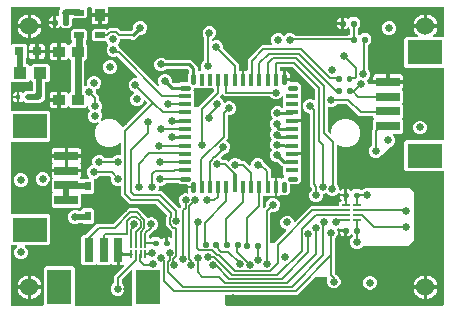
<source format=gbr>
G04 EAGLE Gerber RS-274X export*
G75*
%MOMM*%
%FSLAX34Y34*%
%LPD*%
%INBottom Copper*%
%IPPOS*%
%AMOC8*
5,1,8,0,0,1.08239X$1,22.5*%
G01*
%ADD10R,0.800000X2.000000*%
%ADD11R,2.100000X3.000000*%
%ADD12R,2.000000X0.800000*%
%ADD13R,3.000000X2.100000*%
%ADD14R,0.800000X0.800000*%
%ADD15C,1.524000*%
%ADD16R,1.100000X1.000000*%
%ADD17R,1.000000X0.900000*%
%ADD18C,0.450000*%
%ADD19R,1.000000X0.450000*%
%ADD20R,0.450000X1.000000*%
%ADD21R,0.450000X1.600000*%
%ADD22R,0.850000X0.500000*%
%ADD23R,0.850000X1.060000*%
%ADD24R,0.200000X0.700000*%
%ADD25R,0.700000X0.200000*%
%ADD26R,0.600000X0.800000*%
%ADD27C,0.250000*%
%ADD28R,0.400000X0.350000*%
%ADD29C,0.662941*%
%ADD30C,0.254000*%
%ADD31C,0.152400*%
%ADD32C,0.203200*%
%ADD33C,0.508000*%
%ADD34C,0.304800*%
%ADD35C,0.656400*%
%ADD36C,0.609600*%

G36*
X-156184Y-146300D02*
X-156184Y-146300D01*
X-156165Y-146302D01*
X-156063Y-146280D01*
X-155961Y-146264D01*
X-155944Y-146254D01*
X-155924Y-146250D01*
X-155835Y-146197D01*
X-155744Y-146148D01*
X-155730Y-146134D01*
X-155713Y-146124D01*
X-155646Y-146045D01*
X-155574Y-145970D01*
X-155566Y-145952D01*
X-155553Y-145937D01*
X-155514Y-145841D01*
X-155471Y-145747D01*
X-155469Y-145727D01*
X-155461Y-145709D01*
X-155443Y-145542D01*
X-155443Y-114658D01*
X-153954Y-113169D01*
X-130850Y-113169D01*
X-129361Y-114658D01*
X-129361Y-145542D01*
X-129358Y-145562D01*
X-129360Y-145581D01*
X-129338Y-145683D01*
X-129322Y-145785D01*
X-129312Y-145802D01*
X-129308Y-145822D01*
X-129255Y-145911D01*
X-129206Y-146002D01*
X-129192Y-146016D01*
X-129182Y-146033D01*
X-129103Y-146100D01*
X-129028Y-146172D01*
X-129010Y-146180D01*
X-128995Y-146193D01*
X-128899Y-146232D01*
X-128805Y-146275D01*
X-128785Y-146277D01*
X-128767Y-146285D01*
X-128600Y-146303D01*
X-81204Y-146303D01*
X-81184Y-146300D01*
X-81165Y-146302D01*
X-81063Y-146280D01*
X-80961Y-146264D01*
X-80944Y-146254D01*
X-80924Y-146250D01*
X-80835Y-146197D01*
X-80744Y-146148D01*
X-80730Y-146134D01*
X-80713Y-146124D01*
X-80646Y-146045D01*
X-80574Y-145970D01*
X-80566Y-145952D01*
X-80553Y-145937D01*
X-80514Y-145841D01*
X-80471Y-145747D01*
X-80469Y-145727D01*
X-80461Y-145709D01*
X-80443Y-145542D01*
X-80443Y-116923D01*
X-80454Y-116853D01*
X-80456Y-116781D01*
X-80474Y-116732D01*
X-80482Y-116681D01*
X-80516Y-116617D01*
X-80541Y-116550D01*
X-80573Y-116509D01*
X-80598Y-116463D01*
X-80650Y-116414D01*
X-80694Y-116358D01*
X-80738Y-116330D01*
X-80776Y-116294D01*
X-80841Y-116264D01*
X-80901Y-116225D01*
X-80952Y-116212D01*
X-80999Y-116190D01*
X-81070Y-116182D01*
X-81140Y-116165D01*
X-81192Y-116169D01*
X-81243Y-116163D01*
X-81314Y-116178D01*
X-81385Y-116184D01*
X-81433Y-116204D01*
X-81484Y-116215D01*
X-81545Y-116252D01*
X-81611Y-116280D01*
X-81667Y-116325D01*
X-81695Y-116342D01*
X-81710Y-116359D01*
X-81742Y-116385D01*
X-89438Y-124081D01*
X-89491Y-124155D01*
X-89551Y-124224D01*
X-89563Y-124255D01*
X-89582Y-124281D01*
X-89609Y-124368D01*
X-89643Y-124453D01*
X-89647Y-124494D01*
X-89654Y-124516D01*
X-89653Y-124548D01*
X-89661Y-124619D01*
X-89661Y-126914D01*
X-89647Y-127004D01*
X-89639Y-127095D01*
X-89627Y-127124D01*
X-89622Y-127156D01*
X-89579Y-127237D01*
X-89543Y-127321D01*
X-89517Y-127353D01*
X-89506Y-127374D01*
X-89483Y-127396D01*
X-89438Y-127452D01*
X-88000Y-128890D01*
X-87109Y-131042D01*
X-87109Y-133372D01*
X-88000Y-135524D01*
X-89647Y-137171D01*
X-91799Y-138062D01*
X-94129Y-138062D01*
X-96281Y-137171D01*
X-97928Y-135524D01*
X-98819Y-133372D01*
X-98819Y-131042D01*
X-97928Y-128890D01*
X-96490Y-127452D01*
X-96437Y-127378D01*
X-96377Y-127308D01*
X-96365Y-127278D01*
X-96346Y-127252D01*
X-96319Y-127165D01*
X-96285Y-127080D01*
X-96281Y-127039D01*
X-96274Y-127017D01*
X-96275Y-126985D01*
X-96267Y-126914D01*
X-96267Y-121568D01*
X-94109Y-119410D01*
X-87999Y-113300D01*
X-87957Y-113242D01*
X-87908Y-113190D01*
X-87886Y-113143D01*
X-87855Y-113101D01*
X-87834Y-113032D01*
X-87804Y-112967D01*
X-87798Y-112915D01*
X-87783Y-112865D01*
X-87785Y-112794D01*
X-87777Y-112723D01*
X-87788Y-112672D01*
X-87789Y-112620D01*
X-87814Y-112552D01*
X-87829Y-112482D01*
X-87856Y-112437D01*
X-87874Y-112389D01*
X-87919Y-112333D01*
X-87956Y-112271D01*
X-87995Y-112237D01*
X-88028Y-112197D01*
X-88088Y-112158D01*
X-88142Y-112111D01*
X-88191Y-112092D01*
X-88235Y-112064D01*
X-88304Y-112046D01*
X-88371Y-112019D01*
X-88442Y-112011D01*
X-88473Y-112003D01*
X-88496Y-112005D01*
X-88537Y-112001D01*
X-90879Y-112001D01*
X-90879Y-100222D01*
X-90882Y-100202D01*
X-90880Y-100183D01*
X-90902Y-100081D01*
X-90919Y-99979D01*
X-90928Y-99962D01*
X-90932Y-99942D01*
X-90985Y-99853D01*
X-91034Y-99762D01*
X-91048Y-99748D01*
X-91058Y-99731D01*
X-91137Y-99664D01*
X-91212Y-99593D01*
X-91230Y-99584D01*
X-91245Y-99571D01*
X-91341Y-99532D01*
X-91435Y-99489D01*
X-91455Y-99487D01*
X-91473Y-99479D01*
X-91640Y-99461D01*
X-93164Y-99461D01*
X-93184Y-99464D01*
X-93203Y-99462D01*
X-93305Y-99484D01*
X-93407Y-99501D01*
X-93424Y-99510D01*
X-93444Y-99514D01*
X-93533Y-99567D01*
X-93624Y-99616D01*
X-93638Y-99630D01*
X-93655Y-99640D01*
X-93722Y-99719D01*
X-93793Y-99794D01*
X-93802Y-99812D01*
X-93815Y-99827D01*
X-93854Y-99923D01*
X-93897Y-100017D01*
X-93899Y-100037D01*
X-93907Y-100055D01*
X-93925Y-100222D01*
X-93925Y-112001D01*
X-96736Y-112001D01*
X-97383Y-111828D01*
X-97962Y-111493D01*
X-98114Y-111341D01*
X-98130Y-111330D01*
X-98142Y-111314D01*
X-98229Y-111258D01*
X-98313Y-111198D01*
X-98332Y-111192D01*
X-98349Y-111181D01*
X-98449Y-111156D01*
X-98548Y-111126D01*
X-98568Y-111126D01*
X-98588Y-111121D01*
X-98691Y-111129D01*
X-98794Y-111132D01*
X-98813Y-111139D01*
X-98833Y-111140D01*
X-98928Y-111181D01*
X-99025Y-111216D01*
X-99041Y-111229D01*
X-99059Y-111237D01*
X-99190Y-111341D01*
X-99850Y-112001D01*
X-109954Y-112001D01*
X-110614Y-111341D01*
X-110630Y-111330D01*
X-110642Y-111314D01*
X-110730Y-111258D01*
X-110813Y-111198D01*
X-110832Y-111192D01*
X-110849Y-111181D01*
X-110950Y-111156D01*
X-111049Y-111126D01*
X-111068Y-111126D01*
X-111088Y-111121D01*
X-111191Y-111129D01*
X-111294Y-111132D01*
X-111313Y-111139D01*
X-111333Y-111140D01*
X-111428Y-111181D01*
X-111525Y-111216D01*
X-111541Y-111229D01*
X-111559Y-111237D01*
X-111690Y-111341D01*
X-112350Y-112001D01*
X-122454Y-112001D01*
X-123943Y-110512D01*
X-123943Y-88408D01*
X-122454Y-86919D01*
X-120480Y-86919D01*
X-120390Y-86905D01*
X-120299Y-86897D01*
X-120270Y-86885D01*
X-120238Y-86880D01*
X-120157Y-86837D01*
X-120073Y-86801D01*
X-120041Y-86775D01*
X-120020Y-86764D01*
X-119998Y-86741D01*
X-119942Y-86696D01*
X-118547Y-85301D01*
X-112619Y-79373D01*
X-110461Y-77215D01*
X-97100Y-77215D01*
X-97010Y-77201D01*
X-96919Y-77193D01*
X-96889Y-77181D01*
X-96857Y-77176D01*
X-96776Y-77133D01*
X-96692Y-77097D01*
X-96660Y-77071D01*
X-96639Y-77060D01*
X-96617Y-77037D01*
X-96561Y-76992D01*
X-83564Y-63995D01*
X-75567Y-63995D01*
X-67583Y-71979D01*
X-67488Y-72047D01*
X-67394Y-72117D01*
X-67388Y-72119D01*
X-67383Y-72122D01*
X-67272Y-72157D01*
X-67161Y-72193D01*
X-67154Y-72193D01*
X-67148Y-72195D01*
X-67032Y-72192D01*
X-66915Y-72191D01*
X-66907Y-72189D01*
X-66902Y-72188D01*
X-66885Y-72182D01*
X-66754Y-72144D01*
X-65782Y-71742D01*
X-63453Y-71742D01*
X-61301Y-72633D01*
X-59654Y-74280D01*
X-58762Y-76432D01*
X-58762Y-78762D01*
X-59654Y-80914D01*
X-61301Y-82561D01*
X-63072Y-83295D01*
X-63128Y-83329D01*
X-63188Y-83355D01*
X-63253Y-83407D01*
X-63281Y-83424D01*
X-63293Y-83439D01*
X-63319Y-83460D01*
X-65912Y-86053D01*
X-65965Y-86127D01*
X-66025Y-86196D01*
X-66037Y-86227D01*
X-66056Y-86253D01*
X-66083Y-86340D01*
X-66117Y-86425D01*
X-66121Y-86466D01*
X-66128Y-86488D01*
X-66127Y-86520D01*
X-66135Y-86591D01*
X-66135Y-88819D01*
X-66121Y-88909D01*
X-66113Y-89000D01*
X-66101Y-89030D01*
X-66096Y-89062D01*
X-66053Y-89142D01*
X-66017Y-89227D01*
X-65991Y-89259D01*
X-65980Y-89279D01*
X-65957Y-89302D01*
X-65912Y-89357D01*
X-65747Y-89523D01*
X-65731Y-89534D01*
X-65719Y-89550D01*
X-65631Y-89606D01*
X-65548Y-89666D01*
X-65528Y-89672D01*
X-65512Y-89683D01*
X-65411Y-89708D01*
X-65312Y-89739D01*
X-65292Y-89738D01*
X-65273Y-89743D01*
X-65170Y-89735D01*
X-65067Y-89732D01*
X-65048Y-89725D01*
X-65028Y-89724D01*
X-64933Y-89683D01*
X-64836Y-89648D01*
X-64820Y-89635D01*
X-64802Y-89628D01*
X-64671Y-89523D01*
X-63452Y-88304D01*
X-57812Y-88304D01*
X-56545Y-89571D01*
X-56529Y-89582D01*
X-56517Y-89598D01*
X-56430Y-89654D01*
X-56346Y-89714D01*
X-56326Y-89720D01*
X-56310Y-89731D01*
X-56209Y-89756D01*
X-56110Y-89787D01*
X-56091Y-89786D01*
X-56071Y-89791D01*
X-55968Y-89783D01*
X-55865Y-89780D01*
X-55846Y-89774D01*
X-55826Y-89772D01*
X-55731Y-89732D01*
X-55634Y-89696D01*
X-55618Y-89683D01*
X-55600Y-89676D01*
X-55469Y-89571D01*
X-54959Y-89062D01*
X-54095Y-88563D01*
X-53131Y-88304D01*
X-52631Y-88304D01*
X-52631Y-92857D01*
X-52628Y-92876D01*
X-52630Y-92896D01*
X-52608Y-92998D01*
X-52592Y-93100D01*
X-52582Y-93117D01*
X-52578Y-93137D01*
X-52525Y-93226D01*
X-52476Y-93317D01*
X-52462Y-93331D01*
X-52452Y-93348D01*
X-52373Y-93415D01*
X-52298Y-93486D01*
X-52280Y-93495D01*
X-52265Y-93508D01*
X-52169Y-93546D01*
X-52075Y-93590D01*
X-52055Y-93592D01*
X-52037Y-93600D01*
X-51870Y-93618D01*
X-50894Y-93618D01*
X-50874Y-93615D01*
X-50854Y-93617D01*
X-50753Y-93595D01*
X-50651Y-93578D01*
X-50634Y-93569D01*
X-50614Y-93565D01*
X-50525Y-93512D01*
X-50434Y-93463D01*
X-50420Y-93449D01*
X-50403Y-93439D01*
X-50336Y-93360D01*
X-50264Y-93285D01*
X-50256Y-93267D01*
X-50243Y-93252D01*
X-50204Y-93155D01*
X-50161Y-93062D01*
X-50159Y-93042D01*
X-50151Y-93024D01*
X-50133Y-92857D01*
X-50133Y-88304D01*
X-49633Y-88304D01*
X-48669Y-88563D01*
X-47873Y-89022D01*
X-47784Y-89056D01*
X-47697Y-89096D01*
X-47669Y-89099D01*
X-47643Y-89109D01*
X-47547Y-89113D01*
X-47453Y-89123D01*
X-47425Y-89117D01*
X-47397Y-89118D01*
X-47306Y-89091D01*
X-47212Y-89071D01*
X-47188Y-89056D01*
X-47161Y-89048D01*
X-47083Y-88994D01*
X-47001Y-88945D01*
X-46983Y-88923D01*
X-46960Y-88907D01*
X-46903Y-88830D01*
X-46841Y-88758D01*
X-46831Y-88732D01*
X-46814Y-88709D01*
X-46785Y-88618D01*
X-46749Y-88530D01*
X-46746Y-88494D01*
X-46739Y-88475D01*
X-46740Y-88442D01*
X-46731Y-88363D01*
X-46731Y-84304D01*
X-46746Y-84214D01*
X-46753Y-84123D01*
X-46765Y-84093D01*
X-46771Y-84061D01*
X-46813Y-83981D01*
X-46849Y-83897D01*
X-46875Y-83865D01*
X-46886Y-83844D01*
X-46909Y-83822D01*
X-46954Y-83766D01*
X-52283Y-78437D01*
X-52283Y-71061D01*
X-51529Y-70307D01*
X-51518Y-70291D01*
X-51502Y-70278D01*
X-51446Y-70191D01*
X-51386Y-70107D01*
X-51380Y-70088D01*
X-51369Y-70071D01*
X-51344Y-69971D01*
X-51313Y-69872D01*
X-51314Y-69852D01*
X-51309Y-69833D01*
X-51317Y-69730D01*
X-51320Y-69626D01*
X-51327Y-69607D01*
X-51328Y-69588D01*
X-51368Y-69493D01*
X-51404Y-69395D01*
X-51417Y-69379D01*
X-51424Y-69361D01*
X-51529Y-69230D01*
X-60224Y-60536D01*
X-60298Y-60483D01*
X-60367Y-60423D01*
X-60397Y-60411D01*
X-60423Y-60392D01*
X-60510Y-60366D01*
X-60595Y-60331D01*
X-60636Y-60327D01*
X-60658Y-60320D01*
X-60691Y-60321D01*
X-60762Y-60313D01*
X-82915Y-60313D01*
X-90171Y-53057D01*
X-90171Y-45514D01*
X-90178Y-45469D01*
X-90176Y-45423D01*
X-90198Y-45348D01*
X-90210Y-45272D01*
X-90232Y-45231D01*
X-90245Y-45187D01*
X-90289Y-45123D01*
X-90326Y-45054D01*
X-90359Y-45023D01*
X-90385Y-44985D01*
X-90447Y-44938D01*
X-90504Y-44885D01*
X-90546Y-44865D01*
X-90582Y-44838D01*
X-90656Y-44814D01*
X-90727Y-44781D01*
X-90773Y-44776D01*
X-90816Y-44762D01*
X-90894Y-44763D01*
X-90971Y-44754D01*
X-91016Y-44764D01*
X-91062Y-44764D01*
X-91194Y-44802D01*
X-91212Y-44806D01*
X-91216Y-44809D01*
X-91223Y-44811D01*
X-91304Y-44844D01*
X-93633Y-44844D01*
X-95786Y-43953D01*
X-97433Y-42306D01*
X-98324Y-40154D01*
X-98324Y-38120D01*
X-98339Y-38030D01*
X-98346Y-37939D01*
X-98359Y-37909D01*
X-98364Y-37877D01*
X-98407Y-37796D01*
X-98442Y-37712D01*
X-98468Y-37680D01*
X-98479Y-37660D01*
X-98502Y-37637D01*
X-98547Y-37581D01*
X-99202Y-36927D01*
X-99276Y-36874D01*
X-99345Y-36814D01*
X-99375Y-36802D01*
X-99402Y-36783D01*
X-99489Y-36756D01*
X-99573Y-36722D01*
X-99614Y-36718D01*
X-99637Y-36711D01*
X-99669Y-36712D01*
X-99740Y-36704D01*
X-107864Y-36704D01*
X-107954Y-36718D01*
X-108045Y-36726D01*
X-108074Y-36738D01*
X-108106Y-36743D01*
X-108187Y-36786D01*
X-108271Y-36822D01*
X-108303Y-36848D01*
X-108324Y-36859D01*
X-108346Y-36882D01*
X-108402Y-36927D01*
X-109840Y-38365D01*
X-111992Y-39256D01*
X-112089Y-39256D01*
X-112160Y-39268D01*
X-112231Y-39270D01*
X-112280Y-39288D01*
X-112331Y-39296D01*
X-112395Y-39330D01*
X-112462Y-39355D01*
X-112503Y-39387D01*
X-112549Y-39411D01*
X-112598Y-39463D01*
X-112654Y-39508D01*
X-112682Y-39552D01*
X-112718Y-39590D01*
X-112748Y-39655D01*
X-112787Y-39715D01*
X-112800Y-39766D01*
X-112822Y-39813D01*
X-112830Y-39884D01*
X-112847Y-39954D01*
X-112843Y-40006D01*
X-112849Y-40057D01*
X-112834Y-40127D01*
X-112828Y-40199D01*
X-112823Y-40210D01*
X-112823Y-50464D01*
X-114312Y-51953D01*
X-122416Y-51953D01*
X-122450Y-51919D01*
X-122508Y-51878D01*
X-122560Y-51828D01*
X-122607Y-51806D01*
X-122649Y-51776D01*
X-122718Y-51755D01*
X-122783Y-51725D01*
X-122835Y-51719D01*
X-122885Y-51703D01*
X-122956Y-51705D01*
X-123027Y-51697D01*
X-123078Y-51709D01*
X-123130Y-51710D01*
X-123198Y-51734D01*
X-123268Y-51750D01*
X-123313Y-51776D01*
X-123361Y-51794D01*
X-123417Y-51839D01*
X-123479Y-51876D01*
X-123513Y-51915D01*
X-123553Y-51948D01*
X-123592Y-52008D01*
X-123639Y-52063D01*
X-123658Y-52111D01*
X-123686Y-52155D01*
X-123704Y-52224D01*
X-123731Y-52291D01*
X-123739Y-52362D01*
X-123747Y-52393D01*
X-123745Y-52417D01*
X-123749Y-52458D01*
X-123749Y-62156D01*
X-125238Y-63645D01*
X-147342Y-63645D01*
X-148831Y-62156D01*
X-148831Y-52052D01*
X-148171Y-51392D01*
X-148160Y-51376D01*
X-148144Y-51364D01*
X-148088Y-51276D01*
X-148028Y-51193D01*
X-148022Y-51174D01*
X-148011Y-51157D01*
X-147986Y-51056D01*
X-147956Y-50957D01*
X-147956Y-50938D01*
X-147951Y-50918D01*
X-147959Y-50815D01*
X-147962Y-50712D01*
X-147969Y-50693D01*
X-147970Y-50673D01*
X-148011Y-50578D01*
X-148046Y-50481D01*
X-148059Y-50465D01*
X-148067Y-50447D01*
X-148171Y-50316D01*
X-148831Y-49656D01*
X-148831Y-39552D01*
X-148171Y-38892D01*
X-148160Y-38876D01*
X-148144Y-38864D01*
X-148088Y-38776D01*
X-148028Y-38693D01*
X-148022Y-38674D01*
X-148011Y-38657D01*
X-147986Y-38556D01*
X-147956Y-38457D01*
X-147956Y-38438D01*
X-147951Y-38418D01*
X-147959Y-38315D01*
X-147962Y-38212D01*
X-147969Y-38193D01*
X-147970Y-38173D01*
X-148011Y-38078D01*
X-148046Y-37981D01*
X-148059Y-37965D01*
X-148067Y-37947D01*
X-148171Y-37816D01*
X-148323Y-37664D01*
X-148658Y-37085D01*
X-148831Y-36438D01*
X-148831Y-33627D01*
X-137052Y-33627D01*
X-137032Y-33624D01*
X-137013Y-33626D01*
X-136911Y-33604D01*
X-136809Y-33587D01*
X-136792Y-33578D01*
X-136772Y-33574D01*
X-136683Y-33521D01*
X-136592Y-33472D01*
X-136578Y-33458D01*
X-136561Y-33448D01*
X-136494Y-33369D01*
X-136423Y-33294D01*
X-136414Y-33276D01*
X-136401Y-33261D01*
X-136362Y-33165D01*
X-136319Y-33071D01*
X-136317Y-33051D01*
X-136309Y-33033D01*
X-136291Y-32866D01*
X-136291Y-32103D01*
X-136289Y-32103D01*
X-136289Y-32866D01*
X-136286Y-32886D01*
X-136288Y-32905D01*
X-136266Y-33007D01*
X-136249Y-33109D01*
X-136240Y-33126D01*
X-136236Y-33146D01*
X-136183Y-33235D01*
X-136134Y-33326D01*
X-136120Y-33340D01*
X-136110Y-33357D01*
X-136031Y-33424D01*
X-135956Y-33495D01*
X-135938Y-33504D01*
X-135923Y-33517D01*
X-135827Y-33556D01*
X-135733Y-33599D01*
X-135713Y-33601D01*
X-135695Y-33609D01*
X-135528Y-33627D01*
X-123749Y-33627D01*
X-123749Y-36438D01*
X-123922Y-37085D01*
X-124257Y-37664D01*
X-124409Y-37816D01*
X-124420Y-37832D01*
X-124436Y-37844D01*
X-124492Y-37932D01*
X-124552Y-38015D01*
X-124558Y-38034D01*
X-124569Y-38051D01*
X-124594Y-38152D01*
X-124624Y-38251D01*
X-124624Y-38271D01*
X-124629Y-38290D01*
X-124621Y-38393D01*
X-124618Y-38496D01*
X-124611Y-38515D01*
X-124610Y-38535D01*
X-124569Y-38630D01*
X-124534Y-38727D01*
X-124521Y-38743D01*
X-124513Y-38761D01*
X-124409Y-38892D01*
X-123961Y-39340D01*
X-123945Y-39351D01*
X-123933Y-39367D01*
X-123846Y-39423D01*
X-123762Y-39483D01*
X-123742Y-39489D01*
X-123726Y-39500D01*
X-123625Y-39525D01*
X-123526Y-39555D01*
X-123507Y-39555D01*
X-123487Y-39560D01*
X-123384Y-39552D01*
X-123281Y-39549D01*
X-123262Y-39542D01*
X-123242Y-39541D01*
X-123147Y-39500D01*
X-123050Y-39465D01*
X-123034Y-39452D01*
X-123016Y-39444D01*
X-122885Y-39340D01*
X-122416Y-38871D01*
X-117805Y-38871D01*
X-117735Y-38860D01*
X-117663Y-38858D01*
X-117614Y-38840D01*
X-117563Y-38832D01*
X-117499Y-38798D01*
X-117432Y-38773D01*
X-117391Y-38741D01*
X-117345Y-38716D01*
X-117296Y-38664D01*
X-117240Y-38620D01*
X-117212Y-38576D01*
X-117176Y-38538D01*
X-117146Y-38473D01*
X-117107Y-38413D01*
X-117094Y-38362D01*
X-117072Y-38315D01*
X-117064Y-38244D01*
X-117047Y-38174D01*
X-117051Y-38122D01*
X-117045Y-38071D01*
X-117060Y-38000D01*
X-117066Y-37929D01*
X-117086Y-37881D01*
X-117097Y-37830D01*
X-117134Y-37769D01*
X-117162Y-37703D01*
X-117207Y-37647D01*
X-117224Y-37619D01*
X-117241Y-37604D01*
X-117267Y-37572D01*
X-118121Y-36718D01*
X-119012Y-34566D01*
X-119012Y-32236D01*
X-118121Y-30084D01*
X-116474Y-28437D01*
X-114492Y-27616D01*
X-114475Y-27605D01*
X-114455Y-27600D01*
X-114370Y-27541D01*
X-114283Y-27486D01*
X-114270Y-27471D01*
X-114253Y-27460D01*
X-114192Y-27377D01*
X-114126Y-27297D01*
X-114119Y-27278D01*
X-114107Y-27262D01*
X-114075Y-27164D01*
X-114038Y-27067D01*
X-114037Y-27047D01*
X-114030Y-27028D01*
X-114031Y-26925D01*
X-114027Y-26821D01*
X-114033Y-26802D01*
X-114033Y-26782D01*
X-114080Y-26621D01*
X-114313Y-26057D01*
X-114313Y-23727D01*
X-113422Y-21575D01*
X-111775Y-19928D01*
X-109623Y-19037D01*
X-107293Y-19037D01*
X-105141Y-19928D01*
X-103703Y-21366D01*
X-103629Y-21419D01*
X-103559Y-21479D01*
X-103529Y-21491D01*
X-103503Y-21510D01*
X-103416Y-21537D01*
X-103331Y-21571D01*
X-103290Y-21575D01*
X-103268Y-21582D01*
X-103236Y-21581D01*
X-103165Y-21589D01*
X-98003Y-21589D01*
X-97913Y-21575D01*
X-97822Y-21567D01*
X-97793Y-21555D01*
X-97761Y-21550D01*
X-97680Y-21507D01*
X-97596Y-21471D01*
X-97564Y-21445D01*
X-97543Y-21434D01*
X-97521Y-21411D01*
X-97465Y-21366D01*
X-96027Y-19928D01*
X-93875Y-19037D01*
X-91545Y-19037D01*
X-91223Y-19170D01*
X-91179Y-19180D01*
X-91137Y-19200D01*
X-91060Y-19208D01*
X-90984Y-19226D01*
X-90938Y-19222D01*
X-90893Y-19227D01*
X-90816Y-19210D01*
X-90739Y-19203D01*
X-90697Y-19184D01*
X-90652Y-19175D01*
X-90585Y-19135D01*
X-90514Y-19103D01*
X-90480Y-19072D01*
X-90441Y-19048D01*
X-90390Y-18989D01*
X-90333Y-18937D01*
X-90311Y-18896D01*
X-90281Y-18862D01*
X-90252Y-18789D01*
X-90215Y-18721D01*
X-90206Y-18676D01*
X-90189Y-18633D01*
X-90174Y-18497D01*
X-90171Y-18479D01*
X-90172Y-18474D01*
X-90171Y-18467D01*
X-90171Y-9413D01*
X-90182Y-9343D01*
X-90184Y-9271D01*
X-90202Y-9222D01*
X-90210Y-9171D01*
X-90244Y-9107D01*
X-90269Y-9040D01*
X-90301Y-8999D01*
X-90326Y-8953D01*
X-90378Y-8904D01*
X-90422Y-8848D01*
X-90466Y-8820D01*
X-90504Y-8784D01*
X-90569Y-8754D01*
X-90629Y-8715D01*
X-90680Y-8702D01*
X-90727Y-8680D01*
X-90798Y-8672D01*
X-90868Y-8655D01*
X-90920Y-8659D01*
X-90971Y-8653D01*
X-91042Y-8668D01*
X-91113Y-8674D01*
X-91161Y-8694D01*
X-91212Y-8705D01*
X-91273Y-8742D01*
X-91339Y-8770D01*
X-91395Y-8815D01*
X-91423Y-8832D01*
X-91438Y-8849D01*
X-91470Y-8875D01*
X-93157Y-10562D01*
X-97597Y-12401D01*
X-102403Y-12401D01*
X-106843Y-10562D01*
X-110242Y-7163D01*
X-112081Y-2723D01*
X-112081Y2083D01*
X-110242Y6523D01*
X-109216Y7549D01*
X-109159Y7628D01*
X-109097Y7703D01*
X-109088Y7727D01*
X-109073Y7748D01*
X-109044Y7841D01*
X-109009Y7932D01*
X-109008Y7958D01*
X-109000Y7983D01*
X-109003Y8081D01*
X-108999Y8178D01*
X-109006Y8203D01*
X-109007Y8229D01*
X-109040Y8321D01*
X-109067Y8414D01*
X-109082Y8436D01*
X-109091Y8460D01*
X-109152Y8536D01*
X-109208Y8616D01*
X-109228Y8632D01*
X-109245Y8652D01*
X-109327Y8705D01*
X-109405Y8763D01*
X-109430Y8771D01*
X-109452Y8785D01*
X-109546Y8809D01*
X-109639Y8839D01*
X-109665Y8839D01*
X-109690Y8845D01*
X-109787Y8838D01*
X-109885Y8837D01*
X-109916Y8828D01*
X-109935Y8826D01*
X-109966Y8813D01*
X-110046Y8790D01*
X-110849Y8457D01*
X-113179Y8457D01*
X-115331Y9349D01*
X-116978Y10996D01*
X-117869Y13148D01*
X-117869Y15477D01*
X-116978Y17630D01*
X-116719Y17888D01*
X-116708Y17904D01*
X-116692Y17917D01*
X-116636Y18004D01*
X-116576Y18088D01*
X-116570Y18107D01*
X-116559Y18124D01*
X-116534Y18224D01*
X-116503Y18323D01*
X-116504Y18343D01*
X-116499Y18362D01*
X-116507Y18465D01*
X-116510Y18569D01*
X-116517Y18588D01*
X-116518Y18608D01*
X-116559Y18703D01*
X-116594Y18800D01*
X-116607Y18816D01*
X-116614Y18834D01*
X-116719Y18965D01*
X-116958Y19204D01*
X-117849Y21356D01*
X-117849Y21600D01*
X-117861Y21670D01*
X-117863Y21742D01*
X-117881Y21791D01*
X-117889Y21842D01*
X-117923Y21906D01*
X-117947Y21973D01*
X-117980Y22014D01*
X-118004Y22060D01*
X-118056Y22109D01*
X-118101Y22165D01*
X-118145Y22193D01*
X-118183Y22229D01*
X-118248Y22259D01*
X-118308Y22298D01*
X-118359Y22311D01*
X-118406Y22333D01*
X-118477Y22341D01*
X-118546Y22358D01*
X-118598Y22354D01*
X-118650Y22360D01*
X-118720Y22345D01*
X-118792Y22339D01*
X-118840Y22319D01*
X-118891Y22308D01*
X-118952Y22271D01*
X-119018Y22243D01*
X-119074Y22198D01*
X-119102Y22181D01*
X-119117Y22164D01*
X-119149Y22138D01*
X-120568Y20719D01*
X-132672Y20719D01*
X-134178Y22224D01*
X-134273Y22293D01*
X-134370Y22364D01*
X-134374Y22366D01*
X-134377Y22368D01*
X-134490Y22403D01*
X-134604Y22439D01*
X-134608Y22439D01*
X-134612Y22440D01*
X-134731Y22437D01*
X-134850Y22435D01*
X-134854Y22434D01*
X-134858Y22434D01*
X-134970Y22393D01*
X-135082Y22354D01*
X-135085Y22351D01*
X-135089Y22350D01*
X-135184Y22274D01*
X-135276Y22202D01*
X-135279Y22198D01*
X-135281Y22196D01*
X-135289Y22184D01*
X-135375Y22067D01*
X-135587Y21700D01*
X-136060Y21227D01*
X-136639Y20892D01*
X-137286Y20719D01*
X-141097Y20719D01*
X-141097Y26998D01*
X-141100Y27018D01*
X-141098Y27037D01*
X-141120Y27139D01*
X-141137Y27241D01*
X-141146Y27258D01*
X-141150Y27278D01*
X-141203Y27367D01*
X-141252Y27458D01*
X-141266Y27472D01*
X-141276Y27489D01*
X-141355Y27556D01*
X-141430Y27627D01*
X-141448Y27636D01*
X-141463Y27649D01*
X-141559Y27688D01*
X-141653Y27731D01*
X-141673Y27733D01*
X-141691Y27741D01*
X-141858Y27759D01*
X-142621Y27759D01*
X-142621Y27761D01*
X-141858Y27761D01*
X-141838Y27764D01*
X-141819Y27762D01*
X-141717Y27784D01*
X-141615Y27801D01*
X-141598Y27810D01*
X-141578Y27814D01*
X-141489Y27867D01*
X-141398Y27916D01*
X-141384Y27930D01*
X-141367Y27940D01*
X-141300Y28019D01*
X-141229Y28094D01*
X-141220Y28112D01*
X-141207Y28127D01*
X-141168Y28223D01*
X-141125Y28317D01*
X-141123Y28337D01*
X-141115Y28355D01*
X-141097Y28522D01*
X-141097Y34801D01*
X-137285Y34801D01*
X-136639Y34628D01*
X-136060Y34293D01*
X-135587Y33820D01*
X-135375Y33453D01*
X-135299Y33360D01*
X-135226Y33268D01*
X-135222Y33266D01*
X-135219Y33263D01*
X-135118Y33199D01*
X-135019Y33135D01*
X-135015Y33134D01*
X-135011Y33132D01*
X-134895Y33104D01*
X-134780Y33075D01*
X-134776Y33076D01*
X-134772Y33075D01*
X-134653Y33085D01*
X-134535Y33094D01*
X-134531Y33096D01*
X-134527Y33096D01*
X-134417Y33144D01*
X-134309Y33191D01*
X-134305Y33194D01*
X-134302Y33195D01*
X-134291Y33205D01*
X-134178Y33296D01*
X-132526Y34947D01*
X-132510Y34956D01*
X-132496Y34970D01*
X-132479Y34980D01*
X-132412Y35059D01*
X-132340Y35134D01*
X-132332Y35152D01*
X-132319Y35167D01*
X-132280Y35263D01*
X-132237Y35357D01*
X-132235Y35377D01*
X-132227Y35395D01*
X-132209Y35562D01*
X-132209Y60958D01*
X-132212Y60978D01*
X-132210Y60997D01*
X-132232Y61099D01*
X-132248Y61201D01*
X-132258Y61218D01*
X-132262Y61238D01*
X-132315Y61327D01*
X-132364Y61418D01*
X-132378Y61432D01*
X-132388Y61449D01*
X-132467Y61516D01*
X-132517Y61564D01*
X-134178Y63224D01*
X-134273Y63293D01*
X-134370Y63364D01*
X-134374Y63366D01*
X-134377Y63368D01*
X-134490Y63403D01*
X-134604Y63439D01*
X-134608Y63439D01*
X-134612Y63440D01*
X-134731Y63437D01*
X-134850Y63435D01*
X-134854Y63434D01*
X-134858Y63434D01*
X-134970Y63393D01*
X-135082Y63354D01*
X-135085Y63351D01*
X-135089Y63350D01*
X-135183Y63275D01*
X-135276Y63202D01*
X-135279Y63198D01*
X-135281Y63196D01*
X-135289Y63184D01*
X-135375Y63067D01*
X-135587Y62700D01*
X-136060Y62227D01*
X-136639Y61892D01*
X-137286Y61719D01*
X-141097Y61719D01*
X-141097Y67998D01*
X-141100Y68018D01*
X-141098Y68037D01*
X-141120Y68139D01*
X-141137Y68241D01*
X-141146Y68258D01*
X-141150Y68278D01*
X-141203Y68367D01*
X-141252Y68458D01*
X-141266Y68472D01*
X-141276Y68489D01*
X-141355Y68556D01*
X-141430Y68627D01*
X-141448Y68636D01*
X-141463Y68649D01*
X-141559Y68688D01*
X-141653Y68731D01*
X-141673Y68733D01*
X-141691Y68741D01*
X-141858Y68759D01*
X-142621Y68759D01*
X-142621Y68761D01*
X-141858Y68761D01*
X-141838Y68764D01*
X-141819Y68762D01*
X-141717Y68784D01*
X-141615Y68801D01*
X-141598Y68810D01*
X-141578Y68814D01*
X-141489Y68867D01*
X-141398Y68916D01*
X-141384Y68930D01*
X-141367Y68940D01*
X-141300Y69019D01*
X-141229Y69094D01*
X-141220Y69112D01*
X-141207Y69127D01*
X-141168Y69223D01*
X-141125Y69317D01*
X-141123Y69337D01*
X-141115Y69355D01*
X-141097Y69522D01*
X-141097Y75801D01*
X-137286Y75801D01*
X-136639Y75628D01*
X-136060Y75293D01*
X-135587Y74820D01*
X-135375Y74453D01*
X-135299Y74360D01*
X-135226Y74268D01*
X-135222Y74266D01*
X-135219Y74263D01*
X-135118Y74199D01*
X-135019Y74135D01*
X-135015Y74134D01*
X-135011Y74132D01*
X-134895Y74104D01*
X-134780Y74075D01*
X-134776Y74076D01*
X-134772Y74075D01*
X-134653Y74085D01*
X-134535Y74094D01*
X-134531Y74096D01*
X-134527Y74096D01*
X-134417Y74144D01*
X-134309Y74191D01*
X-134305Y74194D01*
X-134302Y74195D01*
X-134291Y74205D01*
X-134178Y74296D01*
X-132672Y75801D01*
X-131990Y75801D01*
X-131970Y75804D01*
X-131951Y75802D01*
X-131849Y75824D01*
X-131747Y75840D01*
X-131730Y75850D01*
X-131710Y75854D01*
X-131621Y75907D01*
X-131530Y75956D01*
X-131516Y75970D01*
X-131499Y75980D01*
X-131432Y76059D01*
X-131360Y76134D01*
X-131352Y76152D01*
X-131339Y76167D01*
X-131300Y76263D01*
X-131257Y76357D01*
X-131255Y76377D01*
X-131247Y76395D01*
X-131229Y76562D01*
X-131229Y77532D01*
X-131230Y77541D01*
X-131230Y77544D01*
X-131233Y77559D01*
X-131243Y77622D01*
X-131251Y77713D01*
X-131263Y77743D01*
X-131268Y77775D01*
X-131311Y77856D01*
X-131347Y77940D01*
X-131373Y77972D01*
X-131384Y77992D01*
X-131407Y78015D01*
X-131452Y78071D01*
X-132431Y79050D01*
X-132431Y86154D01*
X-130942Y87643D01*
X-128226Y87643D01*
X-128161Y87653D01*
X-128096Y87654D01*
X-128016Y87677D01*
X-127983Y87682D01*
X-127966Y87692D01*
X-127935Y87701D01*
X-126752Y88191D01*
X-124528Y88191D01*
X-123345Y87701D01*
X-123281Y87686D01*
X-123221Y87661D01*
X-123138Y87652D01*
X-123106Y87645D01*
X-123086Y87646D01*
X-123054Y87643D01*
X-120338Y87643D01*
X-118849Y86154D01*
X-118849Y79050D01*
X-119828Y78071D01*
X-119881Y77997D01*
X-119941Y77927D01*
X-119953Y77897D01*
X-119972Y77871D01*
X-119999Y77784D01*
X-120033Y77699D01*
X-120037Y77658D01*
X-120044Y77636D01*
X-120043Y77604D01*
X-120051Y77532D01*
X-120051Y75600D01*
X-120037Y75510D01*
X-120029Y75419D01*
X-120017Y75389D01*
X-120012Y75357D01*
X-119969Y75276D01*
X-119933Y75192D01*
X-119907Y75160D01*
X-119896Y75140D01*
X-119873Y75117D01*
X-119828Y75061D01*
X-119079Y74312D01*
X-119079Y63208D01*
X-120714Y61573D01*
X-120730Y61564D01*
X-120744Y61550D01*
X-120761Y61540D01*
X-120828Y61461D01*
X-120900Y61386D01*
X-120908Y61368D01*
X-120921Y61353D01*
X-120960Y61257D01*
X-121003Y61163D01*
X-121005Y61143D01*
X-121013Y61125D01*
X-121031Y60958D01*
X-121031Y40102D01*
X-121024Y40057D01*
X-121026Y40011D01*
X-121004Y39936D01*
X-120992Y39859D01*
X-120970Y39819D01*
X-120957Y39774D01*
X-120913Y39710D01*
X-120876Y39642D01*
X-120843Y39610D01*
X-120817Y39572D01*
X-120755Y39526D01*
X-120698Y39472D01*
X-120656Y39453D01*
X-120620Y39426D01*
X-120546Y39402D01*
X-120475Y39369D01*
X-120429Y39364D01*
X-120386Y39349D01*
X-120308Y39350D01*
X-120231Y39342D01*
X-120186Y39351D01*
X-120140Y39352D01*
X-120008Y39390D01*
X-119990Y39394D01*
X-119986Y39396D01*
X-119979Y39399D01*
X-119093Y39765D01*
X-119076Y39776D01*
X-119057Y39781D01*
X-118972Y39840D01*
X-118884Y39895D01*
X-118871Y39910D01*
X-118855Y39922D01*
X-118793Y40005D01*
X-118727Y40084D01*
X-118720Y40103D01*
X-118708Y40119D01*
X-118676Y40218D01*
X-118639Y40314D01*
X-118638Y40334D01*
X-118632Y40353D01*
X-118633Y40457D01*
X-118629Y40560D01*
X-118634Y40579D01*
X-118634Y40599D01*
X-118681Y40760D01*
X-118885Y41253D01*
X-118885Y43583D01*
X-117994Y45735D01*
X-116347Y47382D01*
X-114195Y48273D01*
X-111865Y48273D01*
X-109713Y47382D01*
X-108066Y45735D01*
X-107175Y43583D01*
X-107175Y41253D01*
X-108066Y39101D01*
X-109713Y37454D01*
X-110836Y36989D01*
X-110853Y36978D01*
X-110872Y36973D01*
X-110957Y36914D01*
X-111045Y36859D01*
X-111058Y36844D01*
X-111074Y36832D01*
X-111136Y36749D01*
X-111202Y36670D01*
X-111209Y36651D01*
X-111221Y36635D01*
X-111253Y36536D01*
X-111290Y36440D01*
X-111291Y36420D01*
X-111297Y36401D01*
X-111296Y36297D01*
X-111301Y36194D01*
X-111295Y36175D01*
X-111295Y36155D01*
X-111248Y35994D01*
X-111044Y35501D01*
X-111044Y33467D01*
X-111029Y33377D01*
X-111022Y33286D01*
X-111009Y33256D01*
X-111004Y33224D01*
X-110962Y33143D01*
X-110926Y33059D01*
X-110900Y33027D01*
X-110889Y33007D01*
X-110866Y32984D01*
X-110821Y32928D01*
X-108691Y30799D01*
X-108691Y27814D01*
X-108677Y27724D01*
X-108669Y27633D01*
X-108657Y27603D01*
X-108652Y27571D01*
X-108609Y27490D01*
X-108573Y27407D01*
X-108547Y27374D01*
X-108536Y27354D01*
X-108513Y27332D01*
X-108468Y27276D01*
X-107030Y25837D01*
X-106139Y23685D01*
X-106139Y21356D01*
X-107030Y19204D01*
X-107289Y18945D01*
X-107300Y18929D01*
X-107316Y18916D01*
X-107372Y18829D01*
X-107432Y18745D01*
X-107438Y18726D01*
X-107449Y18709D01*
X-107474Y18609D01*
X-107505Y18510D01*
X-107504Y18490D01*
X-107509Y18471D01*
X-107501Y18368D01*
X-107498Y18264D01*
X-107491Y18245D01*
X-107490Y18226D01*
X-107449Y18131D01*
X-107414Y18033D01*
X-107401Y18018D01*
X-107394Y17999D01*
X-107289Y17868D01*
X-107050Y17630D01*
X-106159Y15477D01*
X-106159Y13148D01*
X-106927Y11294D01*
X-106943Y11224D01*
X-106969Y11157D01*
X-106971Y11105D01*
X-106983Y11054D01*
X-106976Y10983D01*
X-106979Y10911D01*
X-106965Y10861D01*
X-106960Y10809D01*
X-106931Y10744D01*
X-106911Y10675D01*
X-106881Y10632D01*
X-106860Y10584D01*
X-106811Y10532D01*
X-106770Y10473D01*
X-106729Y10442D01*
X-106693Y10403D01*
X-106631Y10369D01*
X-106573Y10326D01*
X-106524Y10310D01*
X-106478Y10285D01*
X-106407Y10272D01*
X-106339Y10250D01*
X-106287Y10250D01*
X-106236Y10241D01*
X-106165Y10252D01*
X-106093Y10252D01*
X-106024Y10272D01*
X-105992Y10277D01*
X-105972Y10287D01*
X-105932Y10299D01*
X-102403Y11761D01*
X-97597Y11761D01*
X-93157Y9922D01*
X-89758Y6523D01*
X-89214Y5210D01*
X-89190Y5171D01*
X-89174Y5128D01*
X-89126Y5067D01*
X-89085Y5001D01*
X-89049Y4971D01*
X-89021Y4936D01*
X-88955Y4894D01*
X-88895Y4844D01*
X-88853Y4828D01*
X-88814Y4803D01*
X-88738Y4784D01*
X-88666Y4756D01*
X-88620Y4754D01*
X-88575Y4743D01*
X-88498Y4749D01*
X-88420Y4745D01*
X-88376Y4758D01*
X-88330Y4762D01*
X-88259Y4792D01*
X-88184Y4814D01*
X-88146Y4840D01*
X-88104Y4858D01*
X-87997Y4943D01*
X-87982Y4954D01*
X-87979Y4958D01*
X-87973Y4963D01*
X-67952Y24984D01*
X-67940Y25000D01*
X-67924Y25013D01*
X-67868Y25100D01*
X-67808Y25184D01*
X-67802Y25203D01*
X-67791Y25220D01*
X-67766Y25320D01*
X-67736Y25419D01*
X-67736Y25439D01*
X-67731Y25458D01*
X-67739Y25561D01*
X-67742Y25665D01*
X-67749Y25684D01*
X-67750Y25704D01*
X-67791Y25799D01*
X-67826Y25896D01*
X-67839Y25912D01*
X-67847Y25930D01*
X-67952Y26061D01*
X-69586Y27695D01*
X-69644Y27737D01*
X-69696Y27786D01*
X-69743Y27808D01*
X-69785Y27839D01*
X-69854Y27860D01*
X-69919Y27890D01*
X-69971Y27896D01*
X-70021Y27911D01*
X-70092Y27909D01*
X-70163Y27917D01*
X-70214Y27906D01*
X-70266Y27905D01*
X-70334Y27880D01*
X-70404Y27865D01*
X-70448Y27838D01*
X-70497Y27820D01*
X-70553Y27775D01*
X-70615Y27738D01*
X-70649Y27699D01*
X-70689Y27666D01*
X-70728Y27606D01*
X-70775Y27552D01*
X-70794Y27503D01*
X-70822Y27459D01*
X-70840Y27390D01*
X-70867Y27323D01*
X-70875Y27252D01*
X-70883Y27221D01*
X-70881Y27198D01*
X-70885Y27157D01*
X-70885Y27036D01*
X-71772Y24896D01*
X-73410Y23258D01*
X-75550Y22371D01*
X-77866Y22371D01*
X-80006Y23258D01*
X-81644Y24896D01*
X-82531Y27036D01*
X-82531Y29352D01*
X-81644Y31492D01*
X-80006Y33130D01*
X-79208Y33461D01*
X-79147Y33499D01*
X-79082Y33528D01*
X-79043Y33563D01*
X-78999Y33591D01*
X-78953Y33646D01*
X-78900Y33694D01*
X-78875Y33740D01*
X-78842Y33780D01*
X-78816Y33847D01*
X-78782Y33910D01*
X-78773Y33961D01*
X-78754Y34010D01*
X-78751Y34081D01*
X-78738Y34152D01*
X-78746Y34203D01*
X-78744Y34255D01*
X-78764Y34324D01*
X-78774Y34395D01*
X-78798Y34442D01*
X-78812Y34492D01*
X-78853Y34550D01*
X-78885Y34614D01*
X-78923Y34651D01*
X-78952Y34694D01*
X-79010Y34736D01*
X-79061Y34787D01*
X-79124Y34821D01*
X-79150Y34840D01*
X-79172Y34848D01*
X-79208Y34868D01*
X-81189Y35688D01*
X-82836Y37335D01*
X-83727Y39487D01*
X-83727Y41817D01*
X-82836Y43969D01*
X-81189Y45616D01*
X-79037Y46507D01*
X-77146Y46507D01*
X-77075Y46519D01*
X-77004Y46521D01*
X-76955Y46539D01*
X-76903Y46547D01*
X-76840Y46581D01*
X-76773Y46605D01*
X-76732Y46638D01*
X-76686Y46662D01*
X-76637Y46714D01*
X-76581Y46759D01*
X-76552Y46803D01*
X-76517Y46841D01*
X-76486Y46906D01*
X-76448Y46966D01*
X-76435Y47017D01*
X-76413Y47064D01*
X-76405Y47135D01*
X-76387Y47204D01*
X-76392Y47256D01*
X-76386Y47308D01*
X-76401Y47378D01*
X-76407Y47450D01*
X-76427Y47498D01*
X-76438Y47549D01*
X-76475Y47610D01*
X-76503Y47676D01*
X-76548Y47732D01*
X-76564Y47760D01*
X-76582Y47775D01*
X-76608Y47807D01*
X-93347Y64546D01*
X-93421Y64599D01*
X-93490Y64659D01*
X-93521Y64671D01*
X-93547Y64690D01*
X-93634Y64717D01*
X-93719Y64751D01*
X-93760Y64755D01*
X-93782Y64762D01*
X-93814Y64761D01*
X-93885Y64769D01*
X-93947Y64769D01*
X-94011Y64759D01*
X-94077Y64758D01*
X-94157Y64735D01*
X-94190Y64730D01*
X-94207Y64720D01*
X-94238Y64711D01*
X-95355Y64249D01*
X-97685Y64249D01*
X-99837Y65140D01*
X-101484Y66787D01*
X-102375Y68939D01*
X-102375Y71269D01*
X-101484Y73421D01*
X-101021Y73884D01*
X-101009Y73900D01*
X-100994Y73912D01*
X-100938Y73999D01*
X-100878Y74083D01*
X-100872Y74102D01*
X-100861Y74119D01*
X-100836Y74220D01*
X-100805Y74319D01*
X-100806Y74338D01*
X-100801Y74358D01*
X-100809Y74461D01*
X-100812Y74564D01*
X-100818Y74583D01*
X-100820Y74603D01*
X-100860Y74698D01*
X-100896Y74795D01*
X-100909Y74811D01*
X-100916Y74829D01*
X-101021Y74960D01*
X-101738Y75677D01*
X-102324Y77091D01*
X-102385Y77191D01*
X-102445Y77291D01*
X-102450Y77295D01*
X-102453Y77300D01*
X-102543Y77375D01*
X-102632Y77451D01*
X-102638Y77453D01*
X-102643Y77457D01*
X-102751Y77499D01*
X-102860Y77543D01*
X-102868Y77544D01*
X-102872Y77545D01*
X-102891Y77546D01*
X-103027Y77561D01*
X-113342Y77561D01*
X-114831Y79050D01*
X-114831Y86154D01*
X-113342Y87643D01*
X-102738Y87643D01*
X-102602Y87507D01*
X-102585Y87495D01*
X-102573Y87479D01*
X-102486Y87423D01*
X-102402Y87363D01*
X-102383Y87357D01*
X-102366Y87346D01*
X-102266Y87321D01*
X-102167Y87291D01*
X-102147Y87291D01*
X-102127Y87286D01*
X-102024Y87294D01*
X-101921Y87297D01*
X-101902Y87304D01*
X-101882Y87306D01*
X-101787Y87346D01*
X-101690Y87382D01*
X-101674Y87394D01*
X-101656Y87402D01*
X-101525Y87507D01*
X-100659Y88373D01*
X-92889Y88373D01*
X-90644Y86128D01*
X-90570Y86075D01*
X-90501Y86015D01*
X-90471Y86003D01*
X-90444Y85984D01*
X-90357Y85957D01*
X-90273Y85923D01*
X-90232Y85919D01*
X-90209Y85912D01*
X-90177Y85913D01*
X-90106Y85905D01*
X-82487Y85905D01*
X-82397Y85919D01*
X-82306Y85927D01*
X-82276Y85939D01*
X-82244Y85944D01*
X-82163Y85987D01*
X-82079Y86023D01*
X-82047Y86049D01*
X-82027Y86060D01*
X-82004Y86083D01*
X-81949Y86128D01*
X-79865Y88211D01*
X-79812Y88285D01*
X-79753Y88354D01*
X-79741Y88384D01*
X-79722Y88411D01*
X-79695Y88497D01*
X-79661Y88582D01*
X-79656Y88623D01*
X-79650Y88646D01*
X-79650Y88678D01*
X-79642Y88749D01*
X-79642Y90065D01*
X-78751Y92217D01*
X-77104Y93864D01*
X-74952Y94755D01*
X-72622Y94755D01*
X-70470Y93864D01*
X-68823Y92217D01*
X-67932Y90065D01*
X-67932Y87735D01*
X-68823Y85583D01*
X-70470Y83936D01*
X-72622Y83045D01*
X-73938Y83045D01*
X-74028Y83030D01*
X-74119Y83023D01*
X-74149Y83010D01*
X-74181Y83005D01*
X-74261Y82962D01*
X-74345Y82926D01*
X-74377Y82901D01*
X-74398Y82890D01*
X-74420Y82866D01*
X-74476Y82822D01*
X-78507Y78791D01*
X-81663Y78791D01*
X-81949Y79076D01*
X-82022Y79129D01*
X-82092Y79189D01*
X-82122Y79201D01*
X-82148Y79220D01*
X-82235Y79247D01*
X-82320Y79281D01*
X-82361Y79285D01*
X-82383Y79292D01*
X-82416Y79291D01*
X-82487Y79299D01*
X-90157Y79299D01*
X-90177Y79296D01*
X-90197Y79298D01*
X-90298Y79276D01*
X-90400Y79260D01*
X-90418Y79250D01*
X-90437Y79246D01*
X-90526Y79193D01*
X-90617Y79144D01*
X-90631Y79130D01*
X-90648Y79120D01*
X-90716Y79041D01*
X-90787Y78966D01*
X-90795Y78948D01*
X-90808Y78933D01*
X-90847Y78837D01*
X-90890Y78743D01*
X-90893Y78723D01*
X-90900Y78705D01*
X-90919Y78538D01*
X-90919Y77829D01*
X-91810Y75677D01*
X-92273Y75214D01*
X-92285Y75198D01*
X-92300Y75186D01*
X-92356Y75098D01*
X-92416Y75015D01*
X-92422Y74996D01*
X-92433Y74979D01*
X-92458Y74878D01*
X-92489Y74779D01*
X-92488Y74760D01*
X-92493Y74740D01*
X-92485Y74637D01*
X-92482Y74534D01*
X-92476Y74515D01*
X-92474Y74495D01*
X-92434Y74400D01*
X-92398Y74303D01*
X-92385Y74287D01*
X-92378Y74269D01*
X-92273Y74138D01*
X-91556Y73421D01*
X-90678Y71300D01*
X-90643Y71245D01*
X-90617Y71184D01*
X-90565Y71119D01*
X-90548Y71091D01*
X-90533Y71079D01*
X-90513Y71053D01*
X-88676Y69217D01*
X-59064Y39604D01*
X-58985Y39548D01*
X-58909Y39485D01*
X-58885Y39476D01*
X-58864Y39461D01*
X-58771Y39432D01*
X-58680Y39397D01*
X-58654Y39396D01*
X-58629Y39388D01*
X-58531Y39391D01*
X-58434Y39387D01*
X-58409Y39394D01*
X-58383Y39395D01*
X-58291Y39428D01*
X-58198Y39455D01*
X-58176Y39470D01*
X-58152Y39479D01*
X-58076Y39540D01*
X-57996Y39596D01*
X-57980Y39617D01*
X-57960Y39633D01*
X-57907Y39715D01*
X-57849Y39793D01*
X-57841Y39818D01*
X-57827Y39840D01*
X-57803Y39934D01*
X-57773Y40027D01*
X-57773Y40053D01*
X-57767Y40078D01*
X-57774Y40175D01*
X-57775Y40273D01*
X-57784Y40304D01*
X-57786Y40324D01*
X-57799Y40354D01*
X-57822Y40434D01*
X-58687Y42523D01*
X-58687Y44853D01*
X-57796Y47005D01*
X-56149Y48652D01*
X-53997Y49543D01*
X-51667Y49543D01*
X-49515Y48652D01*
X-47868Y47005D01*
X-46977Y44853D01*
X-46977Y43537D01*
X-46962Y43447D01*
X-46955Y43356D01*
X-46942Y43326D01*
X-46937Y43294D01*
X-46894Y43214D01*
X-46858Y43130D01*
X-46833Y43098D01*
X-46822Y43077D01*
X-46798Y43055D01*
X-46754Y42999D01*
X-45968Y42214D01*
X-45895Y42161D01*
X-45825Y42101D01*
X-45795Y42089D01*
X-45769Y42070D01*
X-45682Y42043D01*
X-45597Y42009D01*
X-45556Y42005D01*
X-45534Y41998D01*
X-45501Y41999D01*
X-45430Y41991D01*
X-41553Y41991D01*
X-41463Y42005D01*
X-41372Y42013D01*
X-41342Y42025D01*
X-41310Y42030D01*
X-41229Y42073D01*
X-41145Y42109D01*
X-41113Y42135D01*
X-41093Y42146D01*
X-41070Y42169D01*
X-41014Y42214D01*
X-40257Y42971D01*
X-34452Y42971D01*
X-34432Y42974D01*
X-34413Y42972D01*
X-34311Y42994D01*
X-34209Y43010D01*
X-34192Y43020D01*
X-34172Y43024D01*
X-34083Y43077D01*
X-33992Y43126D01*
X-33978Y43140D01*
X-33961Y43150D01*
X-33894Y43229D01*
X-33822Y43304D01*
X-33814Y43322D01*
X-33801Y43337D01*
X-33762Y43433D01*
X-33719Y43527D01*
X-33717Y43547D01*
X-33709Y43565D01*
X-33691Y43732D01*
X-33691Y49664D01*
X-32934Y50421D01*
X-32881Y50495D01*
X-32821Y50565D01*
X-32809Y50595D01*
X-32790Y50621D01*
X-32763Y50708D01*
X-32729Y50793D01*
X-32725Y50834D01*
X-32718Y50856D01*
X-32719Y50888D01*
X-32711Y50960D01*
X-32711Y52609D01*
X-32725Y52699D01*
X-32733Y52790D01*
X-32745Y52820D01*
X-32750Y52852D01*
X-32793Y52933D01*
X-32829Y53017D01*
X-32855Y53049D01*
X-32866Y53069D01*
X-32889Y53092D01*
X-32934Y53147D01*
X-33538Y53751D01*
X-33611Y53804D01*
X-33681Y53864D01*
X-33711Y53876D01*
X-33737Y53895D01*
X-33824Y53922D01*
X-33909Y53956D01*
X-33950Y53960D01*
X-33972Y53967D01*
X-34005Y53966D01*
X-34076Y53974D01*
X-51222Y53974D01*
X-51312Y53960D01*
X-51403Y53952D01*
X-51432Y53940D01*
X-51464Y53935D01*
X-51545Y53892D01*
X-51629Y53856D01*
X-51661Y53830D01*
X-51682Y53819D01*
X-51704Y53796D01*
X-51760Y53751D01*
X-52690Y52821D01*
X-54842Y51930D01*
X-57172Y51930D01*
X-59324Y52821D01*
X-60971Y54468D01*
X-61862Y56620D01*
X-61862Y58950D01*
X-60971Y61102D01*
X-59324Y62749D01*
X-57172Y63640D01*
X-54842Y63640D01*
X-52690Y62749D01*
X-51760Y61819D01*
X-51686Y61766D01*
X-51616Y61706D01*
X-51586Y61694D01*
X-51560Y61675D01*
X-51473Y61648D01*
X-51388Y61614D01*
X-51347Y61610D01*
X-51325Y61603D01*
X-51293Y61604D01*
X-51222Y61596D01*
X-30604Y61596D01*
X-25089Y56081D01*
X-25089Y53363D01*
X-25086Y53343D01*
X-25088Y53323D01*
X-25066Y53222D01*
X-25050Y53120D01*
X-25040Y53103D01*
X-25036Y53083D01*
X-24983Y52994D01*
X-24934Y52903D01*
X-24920Y52889D01*
X-24910Y52872D01*
X-24831Y52805D01*
X-24756Y52733D01*
X-24738Y52725D01*
X-24723Y52712D01*
X-24627Y52673D01*
X-24533Y52630D01*
X-24513Y52628D01*
X-24495Y52620D01*
X-24328Y52602D01*
X-22778Y52602D01*
X-22733Y52609D01*
X-22687Y52607D01*
X-22612Y52629D01*
X-22535Y52641D01*
X-22495Y52663D01*
X-22451Y52676D01*
X-22387Y52720D01*
X-22318Y52757D01*
X-22286Y52790D01*
X-22249Y52816D01*
X-22202Y52878D01*
X-22149Y52935D01*
X-22129Y52977D01*
X-22102Y53013D01*
X-22078Y53087D01*
X-22045Y53158D01*
X-22040Y53204D01*
X-22026Y53247D01*
X-22026Y53325D01*
X-22018Y53402D01*
X-22028Y53447D01*
X-22028Y53493D01*
X-22066Y53625D01*
X-22070Y53643D01*
X-22073Y53647D01*
X-22075Y53654D01*
X-22619Y54969D01*
X-22619Y57299D01*
X-21728Y59451D01*
X-20290Y60889D01*
X-20237Y60963D01*
X-20177Y61033D01*
X-20165Y61063D01*
X-20146Y61089D01*
X-20119Y61176D01*
X-20085Y61261D01*
X-20081Y61302D01*
X-20074Y61324D01*
X-20075Y61356D01*
X-20067Y61427D01*
X-20067Y80910D01*
X-20081Y81000D01*
X-20089Y81091D01*
X-20101Y81121D01*
X-20106Y81153D01*
X-20149Y81234D01*
X-20185Y81318D01*
X-20211Y81350D01*
X-20222Y81370D01*
X-20245Y81393D01*
X-20290Y81448D01*
X-20575Y81734D01*
X-20575Y82263D01*
X-20585Y82327D01*
X-20586Y82393D01*
X-20609Y82473D01*
X-20614Y82506D01*
X-20624Y82523D01*
X-20633Y82554D01*
X-21095Y83671D01*
X-21095Y86001D01*
X-20204Y88153D01*
X-18557Y89800D01*
X-16405Y90691D01*
X-14075Y90691D01*
X-11923Y89800D01*
X-10276Y88153D01*
X-9385Y86001D01*
X-9385Y83671D01*
X-10276Y81519D01*
X-11923Y79872D01*
X-12991Y79430D01*
X-13091Y79368D01*
X-13191Y79308D01*
X-13195Y79303D01*
X-13200Y79300D01*
X-13275Y79210D01*
X-13351Y79121D01*
X-13353Y79115D01*
X-13357Y79110D01*
X-13399Y79002D01*
X-13443Y78893D01*
X-13444Y78885D01*
X-13445Y78881D01*
X-13446Y78863D01*
X-13461Y78726D01*
X-13461Y78311D01*
X-13454Y78266D01*
X-13456Y78220D01*
X-13434Y78145D01*
X-13422Y78068D01*
X-13400Y78028D01*
X-13387Y77984D01*
X-13343Y77920D01*
X-13306Y77851D01*
X-13273Y77819D01*
X-13247Y77782D01*
X-13185Y77735D01*
X-13128Y77682D01*
X-13086Y77662D01*
X-13050Y77635D01*
X-12976Y77611D01*
X-12905Y77578D01*
X-12859Y77573D01*
X-12816Y77559D01*
X-12738Y77559D01*
X-12661Y77551D01*
X-12616Y77561D01*
X-12570Y77561D01*
X-12438Y77599D01*
X-12420Y77603D01*
X-12416Y77606D01*
X-12409Y77608D01*
X-10563Y78372D01*
X-8233Y78372D01*
X-6081Y77481D01*
X-4434Y75834D01*
X-3543Y73682D01*
X-3543Y71648D01*
X-3528Y71558D01*
X-3521Y71467D01*
X-3508Y71437D01*
X-3503Y71405D01*
X-3460Y71324D01*
X-3424Y71240D01*
X-3399Y71208D01*
X-3388Y71187D01*
X-3364Y71165D01*
X-3320Y71109D01*
X7385Y60404D01*
X9543Y58247D01*
X9543Y53333D01*
X9562Y53217D01*
X9580Y53098D01*
X9582Y53094D01*
X9583Y53090D01*
X9638Y52987D01*
X9693Y52880D01*
X9696Y52877D01*
X9698Y52873D01*
X9784Y52791D01*
X9870Y52708D01*
X9873Y52707D01*
X9876Y52704D01*
X9985Y52653D01*
X10091Y52602D01*
X10096Y52602D01*
X10099Y52600D01*
X10218Y52587D01*
X10336Y52573D01*
X10340Y52573D01*
X10344Y52573D01*
X10357Y52576D01*
X10501Y52598D01*
X10516Y52602D01*
X11976Y52602D01*
X11976Y45424D01*
X11979Y45404D01*
X11977Y45385D01*
X11999Y45283D01*
X12015Y45181D01*
X12025Y45164D01*
X12029Y45144D01*
X12082Y45055D01*
X12131Y44964D01*
X12145Y44950D01*
X12155Y44933D01*
X12234Y44866D01*
X12309Y44795D01*
X12327Y44786D01*
X12342Y44773D01*
X12438Y44735D01*
X12532Y44691D01*
X12552Y44689D01*
X12570Y44681D01*
X12737Y44663D01*
X13463Y44663D01*
X13483Y44666D01*
X13502Y44664D01*
X13604Y44686D01*
X13706Y44703D01*
X13723Y44712D01*
X13743Y44716D01*
X13832Y44769D01*
X13923Y44818D01*
X13937Y44832D01*
X13954Y44842D01*
X14021Y44921D01*
X14093Y44996D01*
X14101Y45014D01*
X14114Y45029D01*
X14153Y45126D01*
X14196Y45219D01*
X14198Y45239D01*
X14206Y45257D01*
X14224Y45424D01*
X14224Y52602D01*
X15684Y52602D01*
X16138Y52480D01*
X16205Y52473D01*
X16271Y52457D01*
X16327Y52461D01*
X16383Y52456D01*
X16449Y52471D01*
X16516Y52476D01*
X16568Y52498D01*
X16622Y52511D01*
X16680Y52546D01*
X16742Y52572D01*
X16804Y52622D01*
X16832Y52639D01*
X16845Y52655D01*
X16873Y52677D01*
X16949Y52753D01*
X17002Y52827D01*
X17061Y52896D01*
X17073Y52926D01*
X17092Y52953D01*
X17119Y53040D01*
X17153Y53124D01*
X17158Y53165D01*
X17164Y53188D01*
X17164Y53220D01*
X17172Y53291D01*
X17172Y62464D01*
X29130Y74423D01*
X37154Y74423D01*
X37199Y74430D01*
X37245Y74428D01*
X37320Y74450D01*
X37396Y74462D01*
X37437Y74484D01*
X37481Y74497D01*
X37545Y74541D01*
X37614Y74578D01*
X37645Y74611D01*
X37683Y74637D01*
X37730Y74699D01*
X37783Y74756D01*
X37803Y74798D01*
X37830Y74834D01*
X37854Y74908D01*
X37887Y74979D01*
X37892Y75025D01*
X37906Y75068D01*
X37905Y75146D01*
X37914Y75223D01*
X37904Y75268D01*
X37904Y75314D01*
X37866Y75446D01*
X37862Y75464D01*
X37859Y75468D01*
X37857Y75475D01*
X37198Y77067D01*
X37198Y79397D01*
X38089Y81549D01*
X39736Y83196D01*
X41888Y84087D01*
X44218Y84087D01*
X46370Y83196D01*
X47277Y82289D01*
X47293Y82277D01*
X47306Y82261D01*
X47370Y82220D01*
X47415Y82182D01*
X47439Y82172D01*
X47477Y82145D01*
X47496Y82139D01*
X47513Y82128D01*
X47606Y82105D01*
X47643Y82090D01*
X47662Y82088D01*
X47712Y82073D01*
X47732Y82073D01*
X47751Y82068D01*
X47803Y82072D01*
X47809Y82072D01*
X47822Y82072D01*
X47846Y82076D01*
X47854Y82076D01*
X47958Y82079D01*
X47977Y82086D01*
X47996Y82087D01*
X48046Y82108D01*
X48064Y82112D01*
X48104Y82132D01*
X48189Y82164D01*
X48205Y82176D01*
X48223Y82184D01*
X48266Y82218D01*
X48282Y82227D01*
X48299Y82245D01*
X48354Y82289D01*
X49515Y83450D01*
X51667Y84341D01*
X53997Y84341D01*
X56149Y83450D01*
X57079Y82520D01*
X57153Y82467D01*
X57223Y82407D01*
X57253Y82395D01*
X57279Y82376D01*
X57366Y82349D01*
X57451Y82315D01*
X57492Y82311D01*
X57514Y82304D01*
X57546Y82305D01*
X57617Y82297D01*
X102261Y82297D01*
X102351Y82311D01*
X102442Y82319D01*
X102472Y82331D01*
X102504Y82336D01*
X102585Y82379D01*
X102669Y82415D01*
X102701Y82441D01*
X102722Y82452D01*
X102744Y82475D01*
X102800Y82520D01*
X103609Y83329D01*
X103662Y83403D01*
X103722Y83473D01*
X103734Y83503D01*
X103753Y83529D01*
X103780Y83616D01*
X103814Y83701D01*
X103818Y83742D01*
X103825Y83764D01*
X103824Y83796D01*
X103832Y83867D01*
X103832Y87688D01*
X103818Y87778D01*
X103810Y87869D01*
X103798Y87899D01*
X103793Y87931D01*
X103750Y88012D01*
X103714Y88096D01*
X103688Y88128D01*
X103677Y88149D01*
X103654Y88171D01*
X103609Y88227D01*
X102900Y88936D01*
X102884Y88948D01*
X102872Y88963D01*
X102785Y89019D01*
X102701Y89079D01*
X102681Y89085D01*
X102665Y89096D01*
X102564Y89121D01*
X102465Y89152D01*
X102446Y89151D01*
X102426Y89156D01*
X102323Y89148D01*
X102220Y89145D01*
X102201Y89139D01*
X102181Y89137D01*
X102086Y89097D01*
X101989Y89061D01*
X101973Y89048D01*
X101955Y89041D01*
X101824Y88936D01*
X101314Y88427D01*
X100450Y87928D01*
X99486Y87669D01*
X98986Y87669D01*
X98986Y92222D01*
X98983Y92241D01*
X98985Y92261D01*
X98963Y92363D01*
X98947Y92465D01*
X98937Y92482D01*
X98933Y92502D01*
X98880Y92591D01*
X98831Y92682D01*
X98817Y92696D01*
X98807Y92713D01*
X98803Y92716D01*
X98855Y92770D01*
X98863Y92788D01*
X98876Y92803D01*
X98915Y92900D01*
X98958Y92993D01*
X98960Y93013D01*
X98968Y93031D01*
X98986Y93198D01*
X98986Y97751D01*
X99486Y97751D01*
X100450Y97492D01*
X101314Y96993D01*
X101824Y96484D01*
X101840Y96473D01*
X101852Y96457D01*
X101939Y96401D01*
X102023Y96341D01*
X102042Y96335D01*
X102059Y96324D01*
X102160Y96299D01*
X102259Y96268D01*
X102278Y96269D01*
X102298Y96264D01*
X102401Y96272D01*
X102504Y96275D01*
X102523Y96282D01*
X102543Y96283D01*
X102638Y96323D01*
X102735Y96359D01*
X102751Y96372D01*
X102769Y96379D01*
X102900Y96484D01*
X104167Y97751D01*
X109807Y97751D01*
X112028Y95530D01*
X112028Y89890D01*
X110661Y88523D01*
X110608Y88449D01*
X110548Y88379D01*
X110536Y88349D01*
X110517Y88323D01*
X110490Y88236D01*
X110456Y88151D01*
X110452Y88110D01*
X110445Y88088D01*
X110446Y88056D01*
X110438Y87984D01*
X110438Y83867D01*
X110452Y83777D01*
X110460Y83686D01*
X110472Y83657D01*
X110477Y83625D01*
X110520Y83544D01*
X110556Y83460D01*
X110582Y83428D01*
X110593Y83407D01*
X110616Y83385D01*
X110661Y83329D01*
X111222Y82768D01*
X111238Y82757D01*
X111250Y82741D01*
X111338Y82685D01*
X111421Y82625D01*
X111440Y82619D01*
X111457Y82608D01*
X111558Y82583D01*
X111657Y82552D01*
X111676Y82553D01*
X111696Y82548D01*
X111799Y82556D01*
X111902Y82559D01*
X111921Y82566D01*
X111941Y82567D01*
X112036Y82607D01*
X112133Y82643D01*
X112149Y82656D01*
X112167Y82663D01*
X112298Y82768D01*
X113565Y84035D01*
X119205Y84035D01*
X121426Y81814D01*
X121426Y76174D01*
X119168Y73917D01*
X119150Y73914D01*
X119132Y73904D01*
X119113Y73900D01*
X119024Y73847D01*
X118933Y73798D01*
X118919Y73784D01*
X118902Y73774D01*
X118834Y73695D01*
X118763Y73620D01*
X118755Y73602D01*
X118742Y73587D01*
X118703Y73491D01*
X118660Y73397D01*
X118657Y73377D01*
X118650Y73359D01*
X118631Y73192D01*
X118631Y54214D01*
X118646Y54124D01*
X118653Y54033D01*
X118666Y54003D01*
X118671Y53971D01*
X118714Y53890D01*
X118750Y53807D01*
X118775Y53774D01*
X118786Y53754D01*
X118810Y53732D01*
X118854Y53676D01*
X119785Y52745D01*
X120676Y50593D01*
X120676Y48264D01*
X119785Y46112D01*
X118433Y44760D01*
X118366Y44666D01*
X118295Y44571D01*
X118293Y44565D01*
X118290Y44560D01*
X118255Y44449D01*
X118219Y44337D01*
X118219Y44331D01*
X118217Y44325D01*
X118220Y44208D01*
X118221Y44091D01*
X118223Y44084D01*
X118224Y44079D01*
X118230Y44062D01*
X118268Y43930D01*
X118885Y42440D01*
X118885Y41656D01*
X118889Y41636D01*
X118886Y41617D01*
X118908Y41515D01*
X118925Y41413D01*
X118934Y41396D01*
X118939Y41376D01*
X118992Y41287D01*
X119040Y41196D01*
X119055Y41182D01*
X119065Y41165D01*
X119144Y41098D01*
X119219Y41026D01*
X119237Y41018D01*
X119252Y41005D01*
X119348Y40966D01*
X119442Y40923D01*
X119461Y40921D01*
X119480Y40913D01*
X119647Y40895D01*
X122734Y40895D01*
X122754Y40898D01*
X122773Y40896D01*
X122875Y40918D01*
X122977Y40934D01*
X122994Y40944D01*
X123014Y40948D01*
X123103Y41001D01*
X123194Y41050D01*
X123208Y41064D01*
X123225Y41074D01*
X123292Y41153D01*
X123364Y41228D01*
X123372Y41246D01*
X123385Y41261D01*
X123424Y41357D01*
X123467Y41451D01*
X123469Y41471D01*
X123477Y41489D01*
X123490Y41611D01*
X135274Y41611D01*
X135294Y41614D01*
X135313Y41612D01*
X135415Y41634D01*
X135517Y41651D01*
X135534Y41660D01*
X135554Y41664D01*
X135643Y41717D01*
X135734Y41766D01*
X135748Y41780D01*
X135765Y41790D01*
X135832Y41869D01*
X135903Y41944D01*
X135912Y41962D01*
X135925Y41977D01*
X135964Y42073D01*
X136007Y42167D01*
X136009Y42187D01*
X136017Y42205D01*
X136035Y42372D01*
X136035Y43135D01*
X136037Y43135D01*
X136037Y42372D01*
X136040Y42352D01*
X136038Y42333D01*
X136060Y42231D01*
X136077Y42129D01*
X136086Y42112D01*
X136090Y42092D01*
X136143Y42003D01*
X136192Y41912D01*
X136206Y41898D01*
X136216Y41881D01*
X136295Y41814D01*
X136370Y41743D01*
X136388Y41734D01*
X136403Y41721D01*
X136499Y41682D01*
X136593Y41639D01*
X136613Y41637D01*
X136631Y41629D01*
X136798Y41611D01*
X148577Y41611D01*
X148577Y38800D01*
X148404Y38153D01*
X148069Y37574D01*
X147917Y37422D01*
X147906Y37406D01*
X147890Y37394D01*
X147834Y37307D01*
X147774Y37223D01*
X147768Y37204D01*
X147757Y37187D01*
X147732Y37087D01*
X147702Y36988D01*
X147702Y36968D01*
X147697Y36948D01*
X147705Y36845D01*
X147708Y36742D01*
X147715Y36723D01*
X147716Y36703D01*
X147757Y36608D01*
X147792Y36511D01*
X147805Y36495D01*
X147813Y36477D01*
X147917Y36346D01*
X148577Y35686D01*
X148577Y25582D01*
X147917Y24922D01*
X147906Y24906D01*
X147890Y24894D01*
X147834Y24806D01*
X147774Y24723D01*
X147768Y24704D01*
X147757Y24687D01*
X147732Y24586D01*
X147702Y24487D01*
X147702Y24468D01*
X147697Y24448D01*
X147705Y24345D01*
X147708Y24242D01*
X147715Y24223D01*
X147716Y24203D01*
X147757Y24108D01*
X147792Y24011D01*
X147805Y23995D01*
X147813Y23977D01*
X147917Y23846D01*
X148577Y23186D01*
X148577Y13082D01*
X147917Y12422D01*
X147906Y12406D01*
X147890Y12394D01*
X147834Y12306D01*
X147774Y12223D01*
X147768Y12204D01*
X147757Y12187D01*
X147732Y12086D01*
X147702Y11987D01*
X147702Y11968D01*
X147697Y11948D01*
X147705Y11845D01*
X147708Y11742D01*
X147715Y11723D01*
X147716Y11703D01*
X147757Y11608D01*
X147792Y11511D01*
X147805Y11495D01*
X147813Y11477D01*
X147917Y11346D01*
X148577Y10686D01*
X148577Y582D01*
X147088Y-907D01*
X140946Y-907D01*
X140876Y-918D01*
X140804Y-920D01*
X140755Y-938D01*
X140704Y-946D01*
X140640Y-980D01*
X140573Y-1005D01*
X140532Y-1037D01*
X140486Y-1062D01*
X140437Y-1114D01*
X140381Y-1158D01*
X140353Y-1202D01*
X140317Y-1240D01*
X140287Y-1305D01*
X140248Y-1365D01*
X140235Y-1416D01*
X140213Y-1463D01*
X140205Y-1534D01*
X140188Y-1604D01*
X140192Y-1656D01*
X140186Y-1707D01*
X140201Y-1778D01*
X140207Y-1849D01*
X140227Y-1897D01*
X140238Y-1948D01*
X140275Y-2009D01*
X140303Y-2075D01*
X140348Y-2131D01*
X140365Y-2159D01*
X140382Y-2174D01*
X140408Y-2206D01*
X141235Y-3033D01*
X142126Y-5185D01*
X142126Y-7515D01*
X141235Y-9667D01*
X139588Y-11314D01*
X138393Y-11809D01*
X138293Y-11871D01*
X138193Y-11931D01*
X138189Y-11935D01*
X138184Y-11939D01*
X138109Y-12028D01*
X138033Y-12117D01*
X138031Y-12123D01*
X138027Y-12128D01*
X137985Y-12237D01*
X137941Y-12346D01*
X137940Y-12353D01*
X137939Y-12358D01*
X137938Y-12376D01*
X137923Y-12512D01*
X137923Y-12700D01*
X137922Y-12701D01*
X137476Y-12701D01*
X137386Y-12715D01*
X137295Y-12723D01*
X137265Y-12735D01*
X137233Y-12740D01*
X137152Y-12783D01*
X137068Y-12819D01*
X137036Y-12845D01*
X137015Y-12856D01*
X136993Y-12879D01*
X136937Y-12924D01*
X131796Y-18065D01*
X131743Y-18139D01*
X131683Y-18209D01*
X131671Y-18239D01*
X131652Y-18265D01*
X131625Y-18352D01*
X131591Y-18437D01*
X131587Y-18478D01*
X131580Y-18500D01*
X131581Y-18532D01*
X131573Y-18604D01*
X131573Y-18796D01*
X131572Y-18797D01*
X130945Y-18797D01*
X130855Y-18811D01*
X130764Y-18819D01*
X130734Y-18831D01*
X130702Y-18836D01*
X130621Y-18879D01*
X130537Y-18915D01*
X130505Y-18941D01*
X130485Y-18952D01*
X130462Y-18975D01*
X130406Y-19020D01*
X129217Y-20209D01*
X127065Y-21101D01*
X124735Y-21101D01*
X122583Y-20209D01*
X120936Y-18562D01*
X120045Y-16410D01*
X120045Y-14081D01*
X120936Y-11928D01*
X122458Y-10406D01*
X122511Y-10332D01*
X122571Y-10263D01*
X122583Y-10233D01*
X122602Y-10206D01*
X122629Y-10119D01*
X122663Y-10035D01*
X122667Y-9994D01*
X122674Y-9971D01*
X122673Y-9939D01*
X122681Y-9868D01*
X122681Y2638D01*
X123272Y3229D01*
X123325Y3303D01*
X123385Y3372D01*
X123397Y3403D01*
X123416Y3429D01*
X123443Y3516D01*
X123477Y3601D01*
X123481Y3642D01*
X123488Y3664D01*
X123487Y3696D01*
X123495Y3767D01*
X123495Y10686D01*
X124155Y11346D01*
X124166Y11362D01*
X124182Y11374D01*
X124238Y11462D01*
X124298Y11545D01*
X124304Y11564D01*
X124315Y11581D01*
X124340Y11682D01*
X124370Y11781D01*
X124370Y11800D01*
X124375Y11820D01*
X124367Y11923D01*
X124364Y12026D01*
X124357Y12045D01*
X124356Y12065D01*
X124315Y12160D01*
X124280Y12257D01*
X124267Y12273D01*
X124259Y12291D01*
X124155Y12422D01*
X123495Y13082D01*
X123495Y13435D01*
X123492Y13455D01*
X123494Y13474D01*
X123472Y13576D01*
X123456Y13678D01*
X123446Y13695D01*
X123442Y13715D01*
X123389Y13804D01*
X123340Y13895D01*
X123326Y13909D01*
X123316Y13926D01*
X123237Y13993D01*
X123162Y14065D01*
X123144Y14073D01*
X123129Y14086D01*
X123033Y14125D01*
X122939Y14168D01*
X122919Y14170D01*
X122901Y14178D01*
X122734Y14196D01*
X111308Y14196D01*
X101090Y24414D01*
X101016Y24467D01*
X100947Y24527D01*
X100916Y24539D01*
X100890Y24558D01*
X100803Y24585D01*
X100718Y24619D01*
X100677Y24623D01*
X100655Y24630D01*
X100623Y24629D01*
X100552Y24637D01*
X93177Y24637D01*
X93087Y24623D01*
X92996Y24615D01*
X92967Y24603D01*
X92935Y24598D01*
X92854Y24555D01*
X92770Y24519D01*
X92738Y24493D01*
X92717Y24482D01*
X92695Y24459D01*
X92639Y24414D01*
X91201Y22976D01*
X89049Y22085D01*
X86719Y22085D01*
X86397Y22218D01*
X86353Y22228D01*
X86311Y22248D01*
X86234Y22256D01*
X86158Y22274D01*
X86112Y22270D01*
X86067Y22275D01*
X85990Y22258D01*
X85913Y22251D01*
X85871Y22232D01*
X85826Y22223D01*
X85759Y22183D01*
X85688Y22151D01*
X85654Y22120D01*
X85615Y22096D01*
X85564Y22037D01*
X85507Y21985D01*
X85485Y21944D01*
X85455Y21910D01*
X85426Y21837D01*
X85389Y21769D01*
X85380Y21724D01*
X85363Y21681D01*
X85348Y21545D01*
X85345Y21527D01*
X85346Y21522D01*
X85345Y21515D01*
X85345Y1077D01*
X85359Y987D01*
X85367Y896D01*
X85379Y866D01*
X85384Y834D01*
X85427Y753D01*
X85463Y669D01*
X85489Y637D01*
X85500Y616D01*
X85523Y594D01*
X85568Y538D01*
X86620Y-514D01*
X86678Y-556D01*
X86730Y-605D01*
X86777Y-627D01*
X86819Y-657D01*
X86888Y-678D01*
X86953Y-709D01*
X87005Y-714D01*
X87055Y-730D01*
X87126Y-728D01*
X87197Y-736D01*
X87248Y-725D01*
X87300Y-723D01*
X87368Y-699D01*
X87438Y-684D01*
X87483Y-657D01*
X87531Y-639D01*
X87587Y-594D01*
X87649Y-557D01*
X87683Y-518D01*
X87723Y-485D01*
X87762Y-425D01*
X87809Y-370D01*
X87828Y-322D01*
X87856Y-278D01*
X87874Y-209D01*
X87901Y-142D01*
X87909Y-71D01*
X87917Y-40D01*
X87915Y-16D01*
X87919Y24D01*
X87919Y2083D01*
X89758Y6523D01*
X93157Y9922D01*
X97597Y11761D01*
X102403Y11761D01*
X106843Y9922D01*
X110242Y6523D01*
X112081Y2083D01*
X112081Y-2723D01*
X110242Y-7163D01*
X106843Y-10562D01*
X102403Y-12401D01*
X97597Y-12401D01*
X93636Y-10760D01*
X93592Y-10750D01*
X93550Y-10730D01*
X93473Y-10722D01*
X93397Y-10704D01*
X93351Y-10708D01*
X93306Y-10703D01*
X93229Y-10720D01*
X93152Y-10727D01*
X93110Y-10746D01*
X93065Y-10755D01*
X92998Y-10795D01*
X92927Y-10827D01*
X92893Y-10858D01*
X92854Y-10882D01*
X92803Y-10941D01*
X92746Y-10993D01*
X92724Y-11034D01*
X92694Y-11069D01*
X92665Y-11141D01*
X92628Y-11209D01*
X92619Y-11254D01*
X92602Y-11297D01*
X92587Y-11433D01*
X92584Y-11451D01*
X92585Y-11456D01*
X92584Y-11463D01*
X92584Y-43055D01*
X92598Y-43145D01*
X92606Y-43236D01*
X92618Y-43266D01*
X92623Y-43298D01*
X92666Y-43379D01*
X92702Y-43463D01*
X92728Y-43495D01*
X92739Y-43516D01*
X92762Y-43538D01*
X92807Y-43594D01*
X93902Y-44689D01*
X94794Y-46841D01*
X94794Y-48363D01*
X94805Y-48433D01*
X94807Y-48505D01*
X94825Y-48554D01*
X94833Y-48605D01*
X94867Y-48669D01*
X94892Y-48736D01*
X94924Y-48777D01*
X94948Y-48823D01*
X95000Y-48872D01*
X95045Y-48928D01*
X95089Y-48956D01*
X95127Y-48992D01*
X95192Y-49022D01*
X95252Y-49061D01*
X95303Y-49074D01*
X95350Y-49096D01*
X95421Y-49104D01*
X95491Y-49121D01*
X95543Y-49117D01*
X95594Y-49123D01*
X95664Y-49108D01*
X95736Y-49102D01*
X95784Y-49082D01*
X95835Y-49071D01*
X95896Y-49034D01*
X95962Y-49006D01*
X96018Y-48961D01*
X96046Y-48944D01*
X96061Y-48927D01*
X96093Y-48901D01*
X96573Y-48422D01*
X97437Y-47923D01*
X98401Y-47664D01*
X98901Y-47664D01*
X98901Y-51456D01*
X94915Y-51456D01*
X94903Y-51444D01*
X94858Y-51388D01*
X94814Y-51360D01*
X94776Y-51324D01*
X94711Y-51294D01*
X94651Y-51255D01*
X94600Y-51242D01*
X94553Y-51220D01*
X94482Y-51213D01*
X94412Y-51195D01*
X94360Y-51199D01*
X94309Y-51193D01*
X94239Y-51209D01*
X94167Y-51214D01*
X94119Y-51235D01*
X94068Y-51246D01*
X94007Y-51282D01*
X93941Y-51310D01*
X93885Y-51355D01*
X93857Y-51372D01*
X93842Y-51390D01*
X93810Y-51415D01*
X92255Y-52970D01*
X90103Y-53861D01*
X87773Y-53861D01*
X85621Y-52970D01*
X83913Y-51262D01*
X83891Y-51226D01*
X83876Y-51214D01*
X83865Y-51197D01*
X83782Y-51136D01*
X83702Y-51070D01*
X83683Y-51063D01*
X83667Y-51051D01*
X83569Y-51019D01*
X83472Y-50981D01*
X83452Y-50981D01*
X83433Y-50974D01*
X83330Y-50975D01*
X83226Y-50971D01*
X83207Y-50977D01*
X83187Y-50977D01*
X83026Y-51024D01*
X81949Y-51470D01*
X81801Y-51470D01*
X81781Y-51473D01*
X81761Y-51471D01*
X81660Y-51493D01*
X81558Y-51509D01*
X81540Y-51519D01*
X81521Y-51523D01*
X81432Y-51576D01*
X81341Y-51624D01*
X81327Y-51639D01*
X81310Y-51649D01*
X81242Y-51728D01*
X81171Y-51803D01*
X81163Y-51821D01*
X81150Y-51836D01*
X81111Y-51932D01*
X81068Y-52026D01*
X81065Y-52046D01*
X81058Y-52064D01*
X81039Y-52231D01*
X81039Y-54251D01*
X80148Y-56403D01*
X78501Y-58050D01*
X76349Y-58941D01*
X74019Y-58941D01*
X71867Y-58050D01*
X70220Y-56403D01*
X69329Y-54251D01*
X69329Y-51921D01*
X70220Y-49769D01*
X71658Y-48331D01*
X71711Y-48257D01*
X71771Y-48187D01*
X71783Y-48157D01*
X71802Y-48131D01*
X71829Y-48044D01*
X71863Y-47959D01*
X71867Y-47918D01*
X71874Y-47896D01*
X71873Y-47864D01*
X71881Y-47793D01*
X71881Y-47552D01*
X71867Y-47462D01*
X71859Y-47371D01*
X71847Y-47341D01*
X71842Y-47309D01*
X71799Y-47228D01*
X71763Y-47144D01*
X71737Y-47112D01*
X71726Y-47092D01*
X71703Y-47069D01*
X71658Y-47014D01*
X69595Y-44950D01*
X69595Y15735D01*
X69592Y15755D01*
X69594Y15775D01*
X69572Y15876D01*
X69556Y15978D01*
X69546Y15996D01*
X69542Y16015D01*
X69489Y16104D01*
X69440Y16195D01*
X69426Y16209D01*
X69416Y16226D01*
X69337Y16294D01*
X69262Y16365D01*
X69244Y16373D01*
X69229Y16386D01*
X69133Y16425D01*
X69039Y16468D01*
X69019Y16471D01*
X69001Y16478D01*
X68978Y16481D01*
X66787Y17388D01*
X65140Y19035D01*
X64249Y21187D01*
X64249Y23517D01*
X65140Y25669D01*
X66787Y27316D01*
X68939Y28207D01*
X71269Y28207D01*
X72861Y27548D01*
X72905Y27537D01*
X72947Y27518D01*
X73024Y27510D01*
X73100Y27492D01*
X73146Y27496D01*
X73191Y27491D01*
X73268Y27508D01*
X73345Y27515D01*
X73387Y27534D01*
X73432Y27543D01*
X73499Y27583D01*
X73570Y27615D01*
X73604Y27646D01*
X73643Y27670D01*
X73694Y27729D01*
X73751Y27781D01*
X73773Y27821D01*
X73803Y27856D01*
X73832Y27929D01*
X73869Y27997D01*
X73878Y28042D01*
X73895Y28085D01*
X73910Y28220D01*
X73913Y28239D01*
X73912Y28244D01*
X73913Y28251D01*
X73913Y36417D01*
X73911Y36428D01*
X73912Y36436D01*
X73903Y36477D01*
X73899Y36507D01*
X73891Y36598D01*
X73879Y36627D01*
X73874Y36659D01*
X73831Y36740D01*
X73795Y36824D01*
X73769Y36856D01*
X73758Y36877D01*
X73735Y36899D01*
X73690Y36955D01*
X55243Y55402D01*
X55169Y55455D01*
X55100Y55515D01*
X55069Y55527D01*
X55043Y55546D01*
X54956Y55573D01*
X54871Y55607D01*
X54830Y55611D01*
X54808Y55618D01*
X54776Y55617D01*
X54705Y55625D01*
X45175Y55625D01*
X45155Y55622D01*
X45135Y55624D01*
X45034Y55602D01*
X44932Y55586D01*
X44915Y55576D01*
X44895Y55572D01*
X44806Y55519D01*
X44715Y55470D01*
X44701Y55456D01*
X44684Y55446D01*
X44617Y55367D01*
X44545Y55292D01*
X44537Y55274D01*
X44524Y55259D01*
X44485Y55163D01*
X44442Y55069D01*
X44440Y55049D01*
X44432Y55031D01*
X44414Y54864D01*
X44414Y52906D01*
X44428Y52816D01*
X44435Y52725D01*
X44448Y52695D01*
X44453Y52663D01*
X44496Y52583D01*
X44532Y52499D01*
X44557Y52466D01*
X44568Y52446D01*
X44592Y52424D01*
X44637Y52368D01*
X44956Y52048D01*
X44992Y52023D01*
X45021Y51990D01*
X45091Y51951D01*
X45156Y51905D01*
X45198Y51892D01*
X45236Y51870D01*
X45314Y51856D01*
X45391Y51832D01*
X45435Y51833D01*
X45478Y51825D01*
X45557Y51837D01*
X45637Y51839D01*
X45678Y51854D01*
X45721Y51860D01*
X45855Y51918D01*
X45868Y51923D01*
X45870Y51925D01*
X45875Y51927D01*
X46251Y52144D01*
X46976Y52338D01*
X46976Y45543D01*
X46979Y45523D01*
X46977Y45504D01*
X46999Y45402D01*
X47015Y45300D01*
X47025Y45283D01*
X47029Y45263D01*
X47082Y45174D01*
X47131Y45083D01*
X47145Y45069D01*
X47155Y45052D01*
X47234Y44985D01*
X47309Y44914D01*
X47327Y44905D01*
X47342Y44892D01*
X47438Y44854D01*
X47532Y44810D01*
X47552Y44808D01*
X47570Y44800D01*
X47704Y44786D01*
X47703Y44777D01*
X47725Y44676D01*
X47742Y44574D01*
X47751Y44557D01*
X47755Y44537D01*
X47808Y44448D01*
X47857Y44357D01*
X47871Y44343D01*
X47881Y44326D01*
X47960Y44259D01*
X48035Y44187D01*
X48053Y44179D01*
X48068Y44166D01*
X48165Y44127D01*
X48258Y44084D01*
X48278Y44082D01*
X48296Y44074D01*
X48463Y44056D01*
X52891Y44056D01*
X52891Y43732D01*
X52894Y43712D01*
X52892Y43692D01*
X52914Y43591D01*
X52930Y43489D01*
X52940Y43472D01*
X52944Y43452D01*
X52997Y43363D01*
X53046Y43272D01*
X53060Y43258D01*
X53070Y43241D01*
X53149Y43174D01*
X53224Y43102D01*
X53242Y43094D01*
X53257Y43081D01*
X53353Y43042D01*
X53447Y42999D01*
X53467Y42997D01*
X53485Y42989D01*
X53652Y42971D01*
X59584Y42971D01*
X62391Y40164D01*
X62391Y36196D01*
X62138Y35943D01*
X62126Y35927D01*
X62111Y35914D01*
X62055Y35827D01*
X61994Y35743D01*
X61988Y35724D01*
X61978Y35707D01*
X61952Y35607D01*
X61922Y35508D01*
X61923Y35488D01*
X61918Y35469D01*
X61926Y35366D01*
X61928Y35262D01*
X61935Y35243D01*
X61937Y35223D01*
X61977Y35128D01*
X62013Y35031D01*
X62025Y35015D01*
X62033Y34997D01*
X62138Y34866D01*
X62522Y34482D01*
X62522Y13861D01*
X62511Y13850D01*
X62486Y13799D01*
X62454Y13753D01*
X62434Y13689D01*
X62405Y13628D01*
X62398Y13572D01*
X62381Y13518D01*
X62383Y13451D01*
X62375Y13384D01*
X62387Y13305D01*
X62388Y13272D01*
X62395Y13253D01*
X62400Y13218D01*
X62522Y12764D01*
X62522Y11304D01*
X55344Y11304D01*
X55325Y11301D01*
X55305Y11303D01*
X55203Y11281D01*
X55101Y11264D01*
X55084Y11255D01*
X55064Y11251D01*
X54975Y11198D01*
X54884Y11149D01*
X54870Y11135D01*
X54853Y11125D01*
X54786Y11046D01*
X54715Y10971D01*
X54706Y10953D01*
X54693Y10938D01*
X54655Y10842D01*
X54611Y10748D01*
X54609Y10728D01*
X54601Y10710D01*
X54583Y10543D01*
X54583Y9817D01*
X54586Y9797D01*
X54584Y9777D01*
X54606Y9676D01*
X54623Y9574D01*
X54632Y9557D01*
X54636Y9537D01*
X54689Y9448D01*
X54738Y9357D01*
X54752Y9343D01*
X54762Y9326D01*
X54841Y9259D01*
X54916Y9187D01*
X54934Y9179D01*
X54949Y9166D01*
X55046Y9127D01*
X55139Y9084D01*
X55159Y9082D01*
X55177Y9074D01*
X55344Y9056D01*
X62522Y9056D01*
X62522Y7596D01*
X62400Y7142D01*
X62394Y7075D01*
X62377Y7009D01*
X62381Y6953D01*
X62376Y6897D01*
X62391Y6831D01*
X62396Y6764D01*
X62418Y6712D01*
X62431Y6658D01*
X62466Y6600D01*
X62492Y6538D01*
X62522Y6501D01*
X62522Y-14139D01*
X62511Y-14150D01*
X62487Y-14201D01*
X62454Y-14247D01*
X62434Y-14311D01*
X62405Y-14372D01*
X62398Y-14428D01*
X62381Y-14482D01*
X62383Y-14549D01*
X62375Y-14616D01*
X62387Y-14695D01*
X62388Y-14728D01*
X62395Y-14747D01*
X62400Y-14782D01*
X62522Y-15236D01*
X62522Y-16696D01*
X55344Y-16696D01*
X55325Y-16699D01*
X55305Y-16697D01*
X55203Y-16719D01*
X55101Y-16735D01*
X55084Y-16745D01*
X55064Y-16749D01*
X54975Y-16802D01*
X54884Y-16851D01*
X54870Y-16865D01*
X54853Y-16875D01*
X54786Y-16954D01*
X54715Y-17029D01*
X54706Y-17047D01*
X54693Y-17062D01*
X54655Y-17158D01*
X54611Y-17252D01*
X54609Y-17272D01*
X54601Y-17290D01*
X54583Y-17457D01*
X54583Y-18183D01*
X54586Y-18203D01*
X54584Y-18223D01*
X54606Y-18324D01*
X54623Y-18426D01*
X54632Y-18443D01*
X54636Y-18463D01*
X54689Y-18552D01*
X54738Y-18643D01*
X54752Y-18657D01*
X54762Y-18674D01*
X54841Y-18741D01*
X54916Y-18813D01*
X54934Y-18821D01*
X54949Y-18834D01*
X55046Y-18873D01*
X55139Y-18916D01*
X55159Y-18918D01*
X55177Y-18926D01*
X55344Y-18944D01*
X62522Y-18944D01*
X62522Y-20404D01*
X62400Y-20858D01*
X62394Y-20925D01*
X62377Y-20991D01*
X62381Y-21047D01*
X62376Y-21103D01*
X62391Y-21169D01*
X62396Y-21236D01*
X62418Y-21288D01*
X62431Y-21342D01*
X62466Y-21400D01*
X62492Y-21462D01*
X62522Y-21499D01*
X62522Y-35122D01*
X62142Y-35502D01*
X62130Y-35519D01*
X62115Y-35531D01*
X62059Y-35618D01*
X61998Y-35702D01*
X61992Y-35721D01*
X61982Y-35738D01*
X61956Y-35838D01*
X61926Y-35937D01*
X61927Y-35957D01*
X61922Y-35976D01*
X61930Y-36079D01*
X61932Y-36183D01*
X61939Y-36202D01*
X61941Y-36222D01*
X61981Y-36317D01*
X62017Y-36414D01*
X62029Y-36430D01*
X62037Y-36448D01*
X62142Y-36579D01*
X62399Y-36836D01*
X62399Y-40804D01*
X59592Y-43611D01*
X53652Y-43611D01*
X53632Y-43614D01*
X53613Y-43612D01*
X53511Y-43634D01*
X53409Y-43651D01*
X53392Y-43660D01*
X53372Y-43664D01*
X53283Y-43717D01*
X53192Y-43766D01*
X53178Y-43780D01*
X53161Y-43790D01*
X53094Y-43869D01*
X53022Y-43944D01*
X53014Y-43962D01*
X53001Y-43977D01*
X52962Y-44073D01*
X52919Y-44167D01*
X52917Y-44187D01*
X52909Y-44205D01*
X52891Y-44372D01*
X52891Y-50304D01*
X50084Y-53111D01*
X46116Y-53111D01*
X45849Y-52844D01*
X45813Y-52818D01*
X45784Y-52786D01*
X45714Y-52747D01*
X45649Y-52700D01*
X45607Y-52687D01*
X45569Y-52666D01*
X45490Y-52651D01*
X45414Y-52628D01*
X45370Y-52629D01*
X45327Y-52621D01*
X45248Y-52632D01*
X45168Y-52634D01*
X45127Y-52649D01*
X45083Y-52655D01*
X44950Y-52714D01*
X44937Y-52719D01*
X44934Y-52721D01*
X44930Y-52723D01*
X44331Y-53069D01*
X43684Y-53242D01*
X42224Y-53242D01*
X42224Y-46064D01*
X42221Y-46045D01*
X42223Y-46025D01*
X42201Y-45924D01*
X42185Y-45821D01*
X42175Y-45804D01*
X42171Y-45784D01*
X42124Y-45707D01*
X42153Y-45636D01*
X42196Y-45543D01*
X42198Y-45523D01*
X42206Y-45505D01*
X42224Y-45338D01*
X42224Y-38160D01*
X43684Y-38160D01*
X44331Y-38333D01*
X44920Y-38673D01*
X44921Y-38675D01*
X44934Y-38690D01*
X45021Y-38746D01*
X45105Y-38807D01*
X45124Y-38813D01*
X45141Y-38823D01*
X45241Y-38849D01*
X45340Y-38879D01*
X45360Y-38879D01*
X45379Y-38883D01*
X45482Y-38875D01*
X45586Y-38873D01*
X45605Y-38866D01*
X45625Y-38864D01*
X45720Y-38824D01*
X45817Y-38788D01*
X45832Y-38776D01*
X45851Y-38768D01*
X45982Y-38663D01*
X46116Y-38529D01*
X47056Y-38529D01*
X47076Y-38526D01*
X47095Y-38528D01*
X47197Y-38506D01*
X47299Y-38490D01*
X47316Y-38480D01*
X47336Y-38476D01*
X47425Y-38423D01*
X47516Y-38374D01*
X47530Y-38360D01*
X47547Y-38350D01*
X47614Y-38271D01*
X47686Y-38196D01*
X47694Y-38178D01*
X47707Y-38163D01*
X47746Y-38067D01*
X47789Y-37973D01*
X47791Y-37953D01*
X47799Y-37935D01*
X47817Y-37768D01*
X47817Y-36836D01*
X47947Y-36706D01*
X47959Y-36690D01*
X47974Y-36677D01*
X48030Y-36590D01*
X48091Y-36506D01*
X48097Y-36487D01*
X48107Y-36470D01*
X48133Y-36370D01*
X48163Y-36271D01*
X48162Y-36251D01*
X48167Y-36232D01*
X48159Y-36129D01*
X48157Y-36025D01*
X48150Y-36006D01*
X48148Y-35987D01*
X48108Y-35891D01*
X48072Y-35794D01*
X48060Y-35779D01*
X48052Y-35760D01*
X47947Y-35629D01*
X47440Y-35122D01*
X47440Y-29316D01*
X47437Y-29296D01*
X47439Y-29276D01*
X47417Y-29175D01*
X47401Y-29073D01*
X47391Y-29055D01*
X47387Y-29036D01*
X47334Y-28947D01*
X47285Y-28856D01*
X47271Y-28842D01*
X47261Y-28825D01*
X47182Y-28757D01*
X47107Y-28686D01*
X47089Y-28678D01*
X47074Y-28665D01*
X46978Y-28626D01*
X46884Y-28583D01*
X46864Y-28580D01*
X46846Y-28573D01*
X46679Y-28554D01*
X46111Y-28554D01*
X42540Y-24983D01*
X42466Y-24930D01*
X42396Y-24871D01*
X42366Y-24858D01*
X42340Y-24840D01*
X42253Y-24813D01*
X42168Y-24779D01*
X42127Y-24774D01*
X42105Y-24767D01*
X42073Y-24768D01*
X42001Y-24760D01*
X40686Y-24760D01*
X38534Y-23869D01*
X36887Y-22222D01*
X35995Y-20069D01*
X35995Y-17740D01*
X36886Y-15588D01*
X37341Y-15134D01*
X37352Y-15118D01*
X37368Y-15105D01*
X37397Y-15059D01*
X37420Y-15035D01*
X37436Y-15001D01*
X37484Y-14934D01*
X37490Y-14915D01*
X37501Y-14898D01*
X37521Y-14818D01*
X37524Y-14812D01*
X37525Y-14802D01*
X37526Y-14798D01*
X37557Y-14699D01*
X37556Y-14679D01*
X37561Y-14660D01*
X37553Y-14557D01*
X37550Y-14453D01*
X37543Y-14434D01*
X37542Y-14414D01*
X37501Y-14319D01*
X37466Y-14222D01*
X37453Y-14206D01*
X37445Y-14188D01*
X37341Y-14057D01*
X36887Y-13603D01*
X35995Y-11451D01*
X35995Y-9121D01*
X36887Y-6969D01*
X37304Y-6552D01*
X37316Y-6536D01*
X37331Y-6523D01*
X37387Y-6436D01*
X37448Y-6352D01*
X37454Y-6333D01*
X37464Y-6316D01*
X37490Y-6216D01*
X37520Y-6117D01*
X37520Y-6097D01*
X37524Y-6078D01*
X37516Y-5975D01*
X37514Y-5871D01*
X37507Y-5852D01*
X37505Y-5832D01*
X37465Y-5737D01*
X37429Y-5640D01*
X37417Y-5624D01*
X37409Y-5606D01*
X37304Y-5475D01*
X36687Y-4858D01*
X35796Y-2706D01*
X35796Y-377D01*
X36687Y1775D01*
X37257Y2345D01*
X37269Y2362D01*
X37285Y2374D01*
X37341Y2461D01*
X37401Y2545D01*
X37407Y2564D01*
X37418Y2581D01*
X37443Y2681D01*
X37473Y2780D01*
X37473Y2800D01*
X37478Y2820D01*
X37470Y2923D01*
X37467Y3026D01*
X37460Y3045D01*
X37459Y3065D01*
X37418Y3160D01*
X37383Y3257D01*
X37370Y3273D01*
X37362Y3291D01*
X37289Y3383D01*
X37283Y3393D01*
X37277Y3398D01*
X37257Y3422D01*
X36938Y3742D01*
X36046Y5894D01*
X36046Y8223D01*
X36938Y10375D01*
X38146Y11583D01*
X38157Y11599D01*
X38173Y11612D01*
X38229Y11699D01*
X38289Y11783D01*
X38295Y11802D01*
X38306Y11819D01*
X38331Y11919D01*
X38362Y12018D01*
X38361Y12038D01*
X38366Y12057D01*
X38358Y12160D01*
X38355Y12264D01*
X38348Y12283D01*
X38347Y12302D01*
X38307Y12397D01*
X38271Y12495D01*
X38258Y12511D01*
X38251Y12529D01*
X38146Y12660D01*
X37358Y13448D01*
X36466Y15600D01*
X36466Y17929D01*
X37358Y20081D01*
X39005Y21729D01*
X41157Y22620D01*
X43486Y22620D01*
X45638Y21729D01*
X46141Y21226D01*
X46199Y21184D01*
X46251Y21135D01*
X46298Y21113D01*
X46340Y21083D01*
X46409Y21062D01*
X46474Y21031D01*
X46526Y21026D01*
X46576Y21010D01*
X46647Y21012D01*
X46718Y21004D01*
X46769Y21015D01*
X46821Y21017D01*
X46889Y21041D01*
X46959Y21057D01*
X47004Y21083D01*
X47052Y21101D01*
X47108Y21146D01*
X47170Y21183D01*
X47204Y21222D01*
X47244Y21255D01*
X47283Y21315D01*
X47330Y21370D01*
X47349Y21418D01*
X47377Y21462D01*
X47395Y21531D01*
X47422Y21598D01*
X47430Y21669D01*
X47438Y21700D01*
X47436Y21724D01*
X47440Y21765D01*
X47440Y30712D01*
X47425Y30808D01*
X47415Y30905D01*
X47405Y30929D01*
X47401Y30955D01*
X47355Y31041D01*
X47315Y31130D01*
X47298Y31149D01*
X47285Y31172D01*
X47215Y31239D01*
X47149Y31311D01*
X47126Y31324D01*
X47107Y31342D01*
X47019Y31383D01*
X46933Y31430D01*
X46908Y31434D01*
X46884Y31445D01*
X46787Y31456D01*
X46691Y31473D01*
X46665Y31469D01*
X46640Y31472D01*
X46545Y31452D01*
X46448Y31437D01*
X46425Y31426D01*
X46399Y31420D01*
X46316Y31370D01*
X46229Y31326D01*
X46210Y31307D01*
X46188Y31294D01*
X46125Y31220D01*
X46057Y31150D01*
X46041Y31122D01*
X46028Y31107D01*
X46016Y31076D01*
X45976Y31003D01*
X45858Y30719D01*
X44211Y29072D01*
X42059Y28181D01*
X39729Y28181D01*
X37577Y29072D01*
X36139Y30510D01*
X36065Y30563D01*
X35995Y30623D01*
X35965Y30635D01*
X35939Y30654D01*
X35852Y30681D01*
X35767Y30715D01*
X35726Y30719D01*
X35704Y30726D01*
X35672Y30725D01*
X35601Y30733D01*
X-2268Y30733D01*
X-3854Y32319D01*
X-3870Y32331D01*
X-3883Y32347D01*
X-3970Y32403D01*
X-4054Y32463D01*
X-4073Y32469D01*
X-4090Y32480D01*
X-4190Y32505D01*
X-4289Y32535D01*
X-4309Y32535D01*
X-4328Y32540D01*
X-4431Y32532D01*
X-4535Y32529D01*
X-4554Y32522D01*
X-4574Y32521D01*
X-4668Y32480D01*
X-4766Y32445D01*
X-4782Y32432D01*
X-4800Y32424D01*
X-4931Y32319D01*
X-6416Y30835D01*
X-6442Y30797D01*
X-6476Y30766D01*
X-6490Y30742D01*
X-6496Y30735D01*
X-6512Y30701D01*
X-6514Y30698D01*
X-6559Y30635D01*
X-6573Y30591D01*
X-6595Y30551D01*
X-6609Y30474D01*
X-6632Y30400D01*
X-6630Y30354D01*
X-6639Y30309D01*
X-6627Y30232D01*
X-6625Y30154D01*
X-6609Y30111D01*
X-6603Y30065D01*
X-6568Y29996D01*
X-6541Y29923D01*
X-6512Y29887D01*
X-6491Y29846D01*
X-6436Y29792D01*
X-6387Y29731D01*
X-6348Y29706D01*
X-6316Y29674D01*
X-6196Y29608D01*
X-6180Y29598D01*
X-6175Y29597D01*
X-6169Y29593D01*
X-5791Y29437D01*
X-4144Y27790D01*
X-3358Y25892D01*
X-3334Y25853D01*
X-3318Y25810D01*
X-3270Y25749D01*
X-3229Y25683D01*
X-3193Y25654D01*
X-3165Y25618D01*
X-3099Y25576D01*
X-3039Y25526D01*
X-2996Y25510D01*
X-2958Y25485D01*
X-2882Y25466D01*
X-2810Y25438D01*
X-2764Y25436D01*
X-2719Y25425D01*
X-2642Y25431D01*
X-2564Y25428D01*
X-2520Y25441D01*
X-2474Y25444D01*
X-2402Y25475D01*
X-2328Y25496D01*
X-2290Y25522D01*
X-2248Y25540D01*
X-2232Y25553D01*
X-41Y26461D01*
X2289Y26461D01*
X4441Y25569D01*
X6088Y23922D01*
X6980Y21770D01*
X6980Y19441D01*
X6088Y17288D01*
X4441Y15641D01*
X2289Y14750D01*
X1052Y14750D01*
X1032Y14747D01*
X1012Y14749D01*
X911Y14727D01*
X809Y14710D01*
X791Y14701D01*
X772Y14697D01*
X683Y14643D01*
X591Y14595D01*
X578Y14581D01*
X561Y14570D01*
X493Y14492D01*
X422Y14417D01*
X414Y14399D01*
X401Y14383D01*
X362Y14287D01*
X318Y14194D01*
X316Y14174D01*
X309Y14155D01*
X290Y13989D01*
X290Y-4598D01*
X-730Y-5618D01*
X-757Y-5656D01*
X-790Y-5687D01*
X-828Y-5755D01*
X-873Y-5818D01*
X-887Y-5862D01*
X-909Y-5902D01*
X-923Y-5979D01*
X-946Y-6053D01*
X-944Y-6099D01*
X-953Y-6144D01*
X-941Y-6221D01*
X-939Y-6299D01*
X-923Y-6342D01*
X-917Y-6388D01*
X-881Y-6457D01*
X-855Y-6530D01*
X-826Y-6566D01*
X-805Y-6607D01*
X-750Y-6661D01*
X-701Y-6722D01*
X-662Y-6747D01*
X-630Y-6779D01*
X-510Y-6845D01*
X-494Y-6855D01*
X-489Y-6856D01*
X-483Y-6860D01*
X-316Y-6929D01*
X1322Y-8567D01*
X2209Y-10707D01*
X2209Y-13024D01*
X1322Y-15164D01*
X-316Y-16802D01*
X-2456Y-17688D01*
X-2723Y-17688D01*
X-2813Y-17703D01*
X-2904Y-17710D01*
X-2934Y-17723D01*
X-2966Y-17728D01*
X-3046Y-17770D01*
X-3130Y-17806D01*
X-3163Y-17832D01*
X-3183Y-17843D01*
X-3205Y-17866D01*
X-3261Y-17911D01*
X-5557Y-20206D01*
X-5583Y-20244D01*
X-5617Y-20275D01*
X-5655Y-20343D01*
X-5700Y-20406D01*
X-5714Y-20450D01*
X-5736Y-20490D01*
X-5750Y-20567D01*
X-5773Y-20641D01*
X-5771Y-20687D01*
X-5780Y-20732D01*
X-5768Y-20809D01*
X-5766Y-20887D01*
X-5750Y-20930D01*
X-5744Y-20976D01*
X-5709Y-21045D01*
X-5682Y-21118D01*
X-5653Y-21154D01*
X-5632Y-21195D01*
X-5577Y-21249D01*
X-5528Y-21310D01*
X-5489Y-21335D01*
X-5457Y-21367D01*
X-5340Y-21431D01*
X-3895Y-22877D01*
X-3821Y-22930D01*
X-3751Y-22989D01*
X-3721Y-23001D01*
X-3695Y-23020D01*
X-3608Y-23047D01*
X-3523Y-23081D01*
X-3482Y-23086D01*
X-3460Y-23093D01*
X-3428Y-23092D01*
X-3356Y-23100D01*
X-1066Y-23100D01*
X101Y-24266D01*
X138Y-24293D01*
X169Y-24327D01*
X237Y-24365D01*
X300Y-24410D01*
X344Y-24423D01*
X385Y-24446D01*
X461Y-24459D01*
X535Y-24482D01*
X581Y-24481D01*
X627Y-24489D01*
X704Y-24478D01*
X781Y-24476D01*
X824Y-24460D01*
X870Y-24453D01*
X939Y-24418D01*
X1012Y-24391D01*
X1048Y-24363D01*
X1089Y-24342D01*
X1144Y-24286D01*
X1204Y-24238D01*
X1229Y-24199D01*
X1261Y-24166D01*
X1327Y-24047D01*
X1337Y-24031D01*
X1339Y-24026D01*
X1342Y-24019D01*
X1513Y-23607D01*
X3160Y-21960D01*
X5312Y-21069D01*
X7642Y-21069D01*
X9794Y-21960D01*
X11232Y-23398D01*
X11306Y-23451D01*
X11376Y-23511D01*
X11406Y-23523D01*
X11432Y-23542D01*
X11519Y-23569D01*
X11604Y-23603D01*
X11645Y-23607D01*
X11667Y-23614D01*
X11699Y-23613D01*
X11770Y-23621D01*
X14467Y-23621D01*
X18392Y-27546D01*
X18450Y-27588D01*
X18502Y-27638D01*
X18549Y-27660D01*
X18592Y-27690D01*
X18660Y-27711D01*
X18725Y-27741D01*
X18777Y-27747D01*
X18827Y-27762D01*
X18899Y-27761D01*
X18970Y-27768D01*
X19021Y-27757D01*
X19073Y-27756D01*
X19140Y-27731D01*
X19210Y-27716D01*
X19255Y-27689D01*
X19304Y-27672D01*
X19360Y-27627D01*
X19421Y-27590D01*
X19455Y-27550D01*
X19496Y-27518D01*
X19534Y-27458D01*
X19581Y-27403D01*
X19601Y-27355D01*
X19629Y-27311D01*
X19646Y-27241D01*
X19673Y-27175D01*
X19681Y-27104D01*
X19689Y-27072D01*
X19687Y-27049D01*
X19692Y-27008D01*
X19692Y-25736D01*
X20583Y-23584D01*
X22230Y-21937D01*
X24382Y-21045D01*
X26712Y-21045D01*
X28864Y-21937D01*
X30511Y-23584D01*
X31277Y-25434D01*
X31312Y-25489D01*
X31337Y-25550D01*
X31390Y-25615D01*
X31407Y-25643D01*
X31422Y-25655D01*
X31442Y-25681D01*
X31517Y-25756D01*
X37131Y-31369D01*
X37131Y-37539D01*
X37150Y-37656D01*
X37168Y-37774D01*
X37170Y-37778D01*
X37171Y-37782D01*
X37226Y-37887D01*
X37281Y-37993D01*
X37284Y-37996D01*
X37286Y-37999D01*
X37372Y-38081D01*
X37457Y-38164D01*
X37461Y-38166D01*
X37464Y-38169D01*
X37572Y-38219D01*
X37679Y-38270D01*
X37683Y-38271D01*
X37687Y-38272D01*
X37805Y-38285D01*
X37923Y-38300D01*
X37928Y-38299D01*
X37932Y-38299D01*
X37945Y-38297D01*
X38089Y-38275D01*
X38516Y-38160D01*
X39976Y-38160D01*
X39976Y-45338D01*
X39979Y-45358D01*
X39977Y-45377D01*
X39999Y-45479D01*
X40015Y-45581D01*
X40025Y-45598D01*
X40029Y-45618D01*
X40076Y-45696D01*
X40047Y-45766D01*
X40004Y-45859D01*
X40002Y-45879D01*
X39994Y-45898D01*
X39976Y-46064D01*
X39976Y-53242D01*
X38516Y-53242D01*
X38062Y-53120D01*
X37995Y-53114D01*
X37929Y-53097D01*
X37873Y-53101D01*
X37817Y-53096D01*
X37751Y-53111D01*
X37684Y-53116D01*
X37632Y-53138D01*
X37578Y-53151D01*
X37520Y-53186D01*
X37458Y-53213D01*
X37421Y-53242D01*
X30788Y-53242D01*
X30768Y-53245D01*
X30748Y-53243D01*
X30647Y-53265D01*
X30545Y-53282D01*
X30527Y-53291D01*
X30508Y-53295D01*
X30419Y-53348D01*
X30327Y-53397D01*
X30314Y-53411D01*
X30297Y-53421D01*
X30229Y-53500D01*
X30158Y-53575D01*
X30150Y-53593D01*
X30137Y-53608D01*
X30098Y-53704D01*
X30054Y-53798D01*
X30052Y-53818D01*
X30045Y-53836D01*
X30026Y-54003D01*
X30026Y-62863D01*
X30038Y-62934D01*
X30040Y-63006D01*
X30058Y-63055D01*
X30066Y-63106D01*
X30100Y-63169D01*
X30124Y-63237D01*
X30157Y-63277D01*
X30181Y-63323D01*
X30233Y-63373D01*
X30278Y-63429D01*
X30322Y-63457D01*
X30360Y-63493D01*
X30425Y-63523D01*
X30485Y-63562D01*
X30535Y-63574D01*
X30583Y-63596D01*
X30654Y-63604D01*
X30723Y-63622D01*
X30775Y-63618D01*
X30827Y-63623D01*
X30897Y-63608D01*
X30969Y-63603D01*
X31016Y-63582D01*
X31067Y-63571D01*
X31129Y-63534D01*
X31195Y-63506D01*
X31251Y-63461D01*
X31279Y-63445D01*
X31294Y-63427D01*
X31326Y-63401D01*
X32354Y-62374D01*
X32407Y-62300D01*
X32466Y-62230D01*
X32478Y-62200D01*
X32497Y-62174D01*
X32524Y-62087D01*
X32558Y-62002D01*
X32563Y-61961D01*
X32570Y-61939D01*
X32569Y-61907D01*
X32577Y-61835D01*
X32577Y-59801D01*
X33468Y-57649D01*
X35115Y-56002D01*
X37267Y-55110D01*
X39597Y-55110D01*
X41749Y-56002D01*
X43396Y-57649D01*
X44288Y-59801D01*
X44288Y-62131D01*
X43396Y-64283D01*
X41749Y-65930D01*
X39597Y-66821D01*
X37563Y-66821D01*
X37473Y-66836D01*
X37382Y-66843D01*
X37352Y-66856D01*
X37320Y-66861D01*
X37239Y-66904D01*
X37155Y-66939D01*
X37123Y-66965D01*
X37103Y-66976D01*
X37080Y-67000D01*
X37024Y-67044D01*
X36673Y-67396D01*
X36625Y-67463D01*
X36621Y-67466D01*
X36620Y-67470D01*
X36560Y-67539D01*
X36548Y-67570D01*
X36529Y-67596D01*
X36502Y-67683D01*
X36468Y-67768D01*
X36464Y-67809D01*
X36457Y-67831D01*
X36458Y-67863D01*
X36450Y-67934D01*
X36450Y-92964D01*
X36453Y-92984D01*
X36451Y-93003D01*
X36473Y-93105D01*
X36489Y-93207D01*
X36499Y-93224D01*
X36503Y-93244D01*
X36556Y-93333D01*
X36605Y-93424D01*
X36619Y-93438D01*
X36629Y-93455D01*
X36708Y-93522D01*
X36783Y-93594D01*
X36801Y-93602D01*
X36816Y-93615D01*
X36912Y-93654D01*
X37006Y-93697D01*
X37026Y-93699D01*
X37044Y-93707D01*
X37211Y-93725D01*
X38830Y-93725D01*
X38920Y-93711D01*
X39011Y-93703D01*
X39040Y-93691D01*
X39072Y-93686D01*
X39153Y-93643D01*
X39237Y-93607D01*
X39269Y-93581D01*
X39290Y-93570D01*
X39312Y-93547D01*
X39368Y-93502D01*
X49769Y-83101D01*
X49798Y-83061D01*
X49829Y-83033D01*
X49840Y-83013D01*
X49860Y-82991D01*
X49882Y-82944D01*
X49913Y-82901D01*
X49928Y-82853D01*
X49947Y-82817D01*
X49951Y-82795D01*
X49964Y-82768D01*
X49970Y-82716D01*
X49985Y-82666D01*
X49984Y-82615D01*
X49991Y-82575D01*
X49988Y-82554D01*
X49991Y-82523D01*
X49980Y-82472D01*
X49979Y-82420D01*
X49961Y-82372D01*
X49955Y-82332D01*
X49945Y-82312D01*
X49939Y-82283D01*
X49912Y-82238D01*
X49894Y-82189D01*
X49863Y-82150D01*
X49844Y-82113D01*
X49828Y-82097D01*
X49813Y-82072D01*
X49773Y-82038D01*
X49741Y-81997D01*
X49699Y-81970D01*
X49668Y-81940D01*
X49643Y-81926D01*
X49626Y-81912D01*
X49591Y-81898D01*
X49556Y-81879D01*
X49534Y-81864D01*
X49527Y-81862D01*
X49521Y-81859D01*
X47229Y-80910D01*
X45582Y-79263D01*
X44691Y-77111D01*
X44691Y-74781D01*
X45582Y-72629D01*
X47229Y-70982D01*
X49381Y-70091D01*
X51711Y-70091D01*
X53863Y-70982D01*
X55510Y-72629D01*
X56459Y-74921D01*
X56483Y-74959D01*
X56499Y-75004D01*
X56532Y-75045D01*
X56556Y-75091D01*
X56577Y-75111D01*
X56589Y-75130D01*
X56622Y-75157D01*
X56653Y-75196D01*
X56697Y-75225D01*
X56735Y-75260D01*
X56761Y-75273D01*
X56779Y-75287D01*
X56817Y-75302D01*
X56860Y-75329D01*
X56911Y-75342D01*
X56958Y-75364D01*
X56988Y-75367D01*
X57008Y-75375D01*
X57049Y-75377D01*
X57098Y-75390D01*
X57150Y-75385D01*
X57202Y-75391D01*
X57232Y-75385D01*
X57254Y-75386D01*
X57293Y-75374D01*
X57344Y-75370D01*
X57392Y-75350D01*
X57443Y-75339D01*
X57469Y-75323D01*
X57490Y-75317D01*
X57524Y-75294D01*
X57570Y-75274D01*
X57626Y-75229D01*
X57654Y-75213D01*
X57669Y-75195D01*
X57687Y-75180D01*
X57692Y-75177D01*
X57693Y-75176D01*
X57701Y-75169D01*
X68451Y-64419D01*
X70609Y-62261D01*
X93600Y-62261D01*
X93620Y-62258D01*
X93639Y-62260D01*
X93741Y-62238D01*
X93843Y-62222D01*
X93860Y-62212D01*
X93880Y-62208D01*
X93969Y-62155D01*
X94060Y-62106D01*
X94074Y-62092D01*
X94091Y-62082D01*
X94158Y-62003D01*
X94230Y-61928D01*
X94238Y-61910D01*
X94251Y-61895D01*
X94290Y-61799D01*
X94333Y-61705D01*
X94335Y-61685D01*
X94343Y-61667D01*
X94361Y-61500D01*
X94361Y-60230D01*
X94534Y-59583D01*
X94869Y-59004D01*
X95342Y-58531D01*
X95921Y-58196D01*
X96114Y-58145D01*
X96201Y-58106D01*
X96290Y-58073D01*
X96313Y-58055D01*
X96338Y-58044D01*
X96408Y-57979D01*
X96482Y-57919D01*
X96498Y-57895D01*
X96518Y-57876D01*
X96564Y-57793D01*
X96615Y-57712D01*
X96622Y-57685D01*
X96636Y-57660D01*
X96652Y-57566D01*
X96676Y-57474D01*
X96673Y-57446D01*
X96678Y-57418D01*
X96664Y-57323D01*
X96656Y-57228D01*
X96645Y-57203D01*
X96641Y-57175D01*
X96597Y-57090D01*
X96560Y-57002D01*
X96538Y-56975D01*
X96528Y-56956D01*
X96505Y-56933D01*
X96455Y-56871D01*
X95867Y-56283D01*
X95368Y-55418D01*
X95109Y-54454D01*
X95109Y-53954D01*
X98901Y-53954D01*
X98901Y-57262D01*
X98902Y-57272D01*
X98902Y-57276D01*
X98904Y-57285D01*
X98902Y-57301D01*
X98924Y-57403D01*
X98940Y-57505D01*
X98950Y-57522D01*
X98954Y-57542D01*
X99007Y-57631D01*
X99056Y-57722D01*
X99070Y-57736D01*
X99080Y-57753D01*
X99159Y-57820D01*
X99234Y-57892D01*
X99252Y-57900D01*
X99267Y-57913D01*
X99363Y-57952D01*
X99457Y-57995D01*
X99477Y-57997D01*
X99495Y-58005D01*
X99641Y-58021D01*
X99641Y-61262D01*
X99644Y-61282D01*
X99642Y-61301D01*
X99664Y-61403D01*
X99680Y-61505D01*
X99690Y-61522D01*
X99694Y-61542D01*
X99747Y-61631D01*
X99795Y-61722D01*
X99810Y-61736D01*
X99820Y-61753D01*
X99899Y-61820D01*
X99974Y-61892D01*
X99992Y-61900D01*
X100007Y-61913D01*
X100103Y-61952D01*
X100197Y-61995D01*
X100217Y-61997D01*
X100235Y-62005D01*
X100402Y-62023D01*
X100422Y-62020D01*
X100441Y-62022D01*
X100442Y-62022D01*
X100543Y-62000D01*
X100645Y-61984D01*
X100662Y-61974D01*
X100682Y-61970D01*
X100771Y-61917D01*
X100862Y-61868D01*
X100876Y-61854D01*
X100893Y-61844D01*
X100960Y-61765D01*
X101032Y-61690D01*
X101040Y-61672D01*
X101053Y-61657D01*
X101092Y-61561D01*
X101135Y-61467D01*
X101137Y-61447D01*
X101145Y-61429D01*
X101163Y-61262D01*
X101163Y-57804D01*
X101196Y-57765D01*
X101268Y-57690D01*
X101276Y-57672D01*
X101289Y-57657D01*
X101328Y-57561D01*
X101371Y-57467D01*
X101373Y-57447D01*
X101381Y-57429D01*
X101399Y-57262D01*
X101399Y-53193D01*
X101396Y-53174D01*
X101398Y-53154D01*
X101376Y-53052D01*
X101360Y-52950D01*
X101350Y-52933D01*
X101346Y-52913D01*
X101293Y-52824D01*
X101244Y-52733D01*
X101230Y-52719D01*
X101220Y-52702D01*
X101216Y-52699D01*
X101268Y-52645D01*
X101276Y-52627D01*
X101289Y-52612D01*
X101328Y-52515D01*
X101371Y-52422D01*
X101373Y-52402D01*
X101381Y-52384D01*
X101399Y-52217D01*
X101399Y-47664D01*
X101899Y-47664D01*
X102863Y-47923D01*
X103727Y-48422D01*
X104237Y-48931D01*
X104253Y-48942D01*
X104265Y-48958D01*
X104352Y-49014D01*
X104436Y-49074D01*
X104455Y-49080D01*
X104472Y-49091D01*
X104573Y-49116D01*
X104672Y-49147D01*
X104691Y-49146D01*
X104711Y-49151D01*
X104814Y-49143D01*
X104917Y-49140D01*
X104936Y-49133D01*
X104956Y-49132D01*
X105051Y-49092D01*
X105148Y-49056D01*
X105164Y-49043D01*
X105182Y-49036D01*
X105313Y-48931D01*
X106580Y-47664D01*
X112220Y-47664D01*
X113070Y-48514D01*
X113086Y-48526D01*
X113099Y-48542D01*
X113186Y-48598D01*
X113270Y-48658D01*
X113289Y-48664D01*
X113306Y-48675D01*
X113406Y-48700D01*
X113505Y-48730D01*
X113525Y-48730D01*
X113544Y-48735D01*
X113647Y-48727D01*
X113751Y-48724D01*
X113770Y-48717D01*
X113790Y-48715D01*
X113884Y-48675D01*
X113982Y-48639D01*
X113998Y-48627D01*
X114016Y-48619D01*
X114147Y-48514D01*
X114793Y-47868D01*
X116945Y-46977D01*
X119275Y-46977D01*
X119606Y-47114D01*
X119720Y-47141D01*
X119834Y-47169D01*
X119840Y-47169D01*
X119846Y-47170D01*
X119962Y-47159D01*
X120079Y-47150D01*
X120085Y-47148D01*
X120091Y-47147D01*
X120197Y-47100D01*
X120305Y-47054D01*
X120311Y-47049D01*
X120315Y-47047D01*
X120329Y-47034D01*
X120386Y-46989D01*
X154178Y-46989D01*
X157989Y-50800D01*
X157989Y-66802D01*
X157958Y-66833D01*
X157905Y-66907D01*
X157845Y-66977D01*
X157833Y-67007D01*
X157814Y-67033D01*
X157787Y-67120D01*
X157753Y-67205D01*
X157749Y-67246D01*
X157742Y-67268D01*
X157743Y-67300D01*
X157735Y-67372D01*
X157735Y-78678D01*
X157749Y-78768D01*
X157757Y-78859D01*
X157769Y-78889D01*
X157774Y-78921D01*
X157817Y-79002D01*
X157853Y-79086D01*
X157879Y-79118D01*
X157890Y-79138D01*
X157913Y-79161D01*
X157958Y-79217D01*
X158243Y-79502D01*
X158212Y-79533D01*
X158161Y-79603D01*
X158120Y-79646D01*
X158115Y-79658D01*
X158099Y-79677D01*
X158087Y-79707D01*
X158068Y-79733D01*
X158044Y-79810D01*
X158017Y-79870D01*
X158015Y-79885D01*
X158007Y-79905D01*
X158003Y-79946D01*
X157996Y-79968D01*
X157997Y-80000D01*
X157989Y-80072D01*
X157989Y-90678D01*
X153162Y-95505D01*
X115237Y-95505D01*
X115123Y-95524D01*
X115006Y-95541D01*
X115001Y-95543D01*
X114995Y-95544D01*
X114892Y-95599D01*
X114787Y-95652D01*
X114783Y-95657D01*
X114777Y-95660D01*
X114697Y-95744D01*
X114615Y-95828D01*
X114611Y-95834D01*
X114608Y-95838D01*
X114600Y-95855D01*
X114588Y-95877D01*
X112918Y-97547D01*
X110766Y-98438D01*
X108436Y-98438D01*
X106284Y-97547D01*
X104637Y-95900D01*
X103746Y-93748D01*
X103746Y-91418D01*
X104637Y-89266D01*
X105821Y-88082D01*
X105874Y-88008D01*
X105934Y-87938D01*
X105946Y-87908D01*
X105965Y-87882D01*
X105992Y-87795D01*
X106026Y-87710D01*
X106030Y-87669D01*
X106037Y-87647D01*
X106036Y-87615D01*
X106044Y-87544D01*
X106044Y-87371D01*
X106030Y-87281D01*
X106022Y-87190D01*
X106010Y-87160D01*
X106005Y-87128D01*
X105962Y-87047D01*
X105926Y-86963D01*
X105900Y-86931D01*
X105889Y-86910D01*
X105866Y-86888D01*
X105821Y-86832D01*
X105186Y-86197D01*
X105170Y-86185D01*
X105158Y-86170D01*
X105071Y-86114D01*
X104987Y-86054D01*
X104967Y-86048D01*
X104951Y-86037D01*
X104850Y-86012D01*
X104751Y-85981D01*
X104732Y-85982D01*
X104712Y-85977D01*
X104609Y-85985D01*
X104506Y-85988D01*
X104487Y-85994D01*
X104467Y-85996D01*
X104372Y-86037D01*
X104275Y-86072D01*
X104259Y-86085D01*
X104241Y-86092D01*
X104110Y-86197D01*
X103600Y-86706D01*
X102736Y-87205D01*
X101772Y-87464D01*
X101272Y-87464D01*
X101272Y-82911D01*
X101269Y-82892D01*
X101271Y-82872D01*
X101249Y-82770D01*
X101233Y-82668D01*
X101223Y-82651D01*
X101219Y-82631D01*
X101166Y-82542D01*
X101117Y-82451D01*
X101103Y-82437D01*
X101093Y-82420D01*
X101014Y-82353D01*
X100939Y-82282D01*
X100921Y-82273D01*
X100906Y-82260D01*
X100810Y-82222D01*
X100716Y-82178D01*
X100696Y-82176D01*
X100678Y-82168D01*
X100511Y-82150D01*
X100296Y-82150D01*
X100296Y-81935D01*
X100293Y-81915D01*
X100295Y-81895D01*
X100273Y-81794D01*
X100256Y-81692D01*
X100247Y-81675D01*
X100243Y-81655D01*
X100190Y-81566D01*
X100141Y-81475D01*
X100127Y-81461D01*
X100117Y-81444D01*
X100038Y-81377D01*
X99963Y-81305D01*
X99945Y-81297D01*
X99930Y-81284D01*
X99833Y-81245D01*
X99740Y-81202D01*
X99720Y-81200D01*
X99702Y-81192D01*
X99535Y-81174D01*
X94728Y-81174D01*
X94705Y-81157D01*
X94649Y-81103D01*
X94608Y-81084D01*
X94571Y-81057D01*
X94497Y-81032D01*
X94426Y-81000D01*
X94381Y-80995D01*
X94337Y-80980D01*
X94259Y-80981D01*
X94182Y-80973D01*
X94137Y-80982D01*
X94091Y-80983D01*
X93960Y-81021D01*
X93941Y-81025D01*
X93937Y-81027D01*
X93930Y-81029D01*
X93103Y-81372D01*
X93086Y-81382D01*
X93067Y-81388D01*
X92982Y-81447D01*
X92894Y-81501D01*
X92881Y-81517D01*
X92865Y-81528D01*
X92803Y-81611D01*
X92737Y-81691D01*
X92730Y-81710D01*
X92718Y-81726D01*
X92686Y-81824D01*
X92649Y-81921D01*
X92648Y-81940D01*
X92642Y-81959D01*
X92643Y-82063D01*
X92638Y-82166D01*
X92644Y-82185D01*
X92644Y-82205D01*
X92691Y-82367D01*
X93231Y-83671D01*
X93231Y-86001D01*
X92340Y-88153D01*
X91283Y-89210D01*
X91230Y-89284D01*
X91170Y-89354D01*
X91158Y-89384D01*
X91139Y-89410D01*
X91112Y-89497D01*
X91078Y-89582D01*
X91074Y-89623D01*
X91067Y-89645D01*
X91068Y-89677D01*
X91060Y-89748D01*
X91060Y-119094D01*
X91074Y-119184D01*
X91082Y-119275D01*
X91094Y-119305D01*
X91099Y-119336D01*
X91142Y-119417D01*
X91178Y-119501D01*
X91204Y-119533D01*
X91215Y-119554D01*
X91238Y-119576D01*
X91283Y-119632D01*
X92166Y-120515D01*
X92219Y-120554D01*
X92266Y-120600D01*
X92339Y-120640D01*
X92366Y-120659D01*
X92385Y-120665D01*
X92413Y-120681D01*
X93233Y-121020D01*
X94880Y-122667D01*
X95771Y-124819D01*
X95771Y-127149D01*
X94880Y-129301D01*
X93233Y-130948D01*
X91081Y-131839D01*
X88751Y-131839D01*
X86599Y-130948D01*
X84952Y-129301D01*
X84061Y-127149D01*
X84061Y-124819D01*
X84615Y-123481D01*
X84625Y-123437D01*
X84645Y-123395D01*
X84653Y-123318D01*
X84671Y-123242D01*
X84667Y-123196D01*
X84672Y-123151D01*
X84655Y-123074D01*
X84648Y-122997D01*
X84629Y-122955D01*
X84619Y-122910D01*
X84579Y-122843D01*
X84548Y-122772D01*
X84517Y-122738D01*
X84493Y-122699D01*
X84434Y-122648D01*
X84381Y-122591D01*
X84341Y-122569D01*
X84306Y-122539D01*
X84234Y-122510D01*
X84166Y-122473D01*
X84121Y-122464D01*
X84078Y-122447D01*
X83942Y-122432D01*
X83924Y-122429D01*
X83919Y-122430D01*
X83911Y-122429D01*
X74230Y-122429D01*
X74140Y-122443D01*
X74049Y-122451D01*
X74019Y-122463D01*
X73987Y-122468D01*
X73906Y-122511D01*
X73822Y-122547D01*
X73790Y-122573D01*
X73770Y-122584D01*
X73747Y-122607D01*
X73691Y-122652D01*
X73567Y-122777D01*
X73509Y-122801D01*
X73477Y-122827D01*
X73456Y-122838D01*
X73437Y-122858D01*
X73435Y-122859D01*
X73430Y-122865D01*
X73378Y-122906D01*
X59250Y-137034D01*
X-827Y-137034D01*
X-917Y-137048D01*
X-1008Y-137056D01*
X-1038Y-137068D01*
X-1070Y-137073D01*
X-1151Y-137116D01*
X-1235Y-137152D01*
X-1267Y-137178D01*
X-1288Y-137189D01*
X-1310Y-137212D01*
X-1366Y-137257D01*
X-1617Y-137508D01*
X-1639Y-137521D01*
X-1730Y-137570D01*
X-1744Y-137584D01*
X-1761Y-137594D01*
X-1828Y-137673D01*
X-1900Y-137748D01*
X-1908Y-137766D01*
X-1921Y-137781D01*
X-1960Y-137877D01*
X-2003Y-137971D01*
X-2005Y-137991D01*
X-2013Y-138009D01*
X-2031Y-138176D01*
X-2031Y-145542D01*
X-2028Y-145562D01*
X-2030Y-145581D01*
X-2008Y-145683D01*
X-1992Y-145785D01*
X-1982Y-145802D01*
X-1978Y-145822D01*
X-1925Y-145911D01*
X-1876Y-146002D01*
X-1862Y-146016D01*
X-1852Y-146033D01*
X-1773Y-146100D01*
X-1698Y-146172D01*
X-1680Y-146180D01*
X-1665Y-146193D01*
X-1569Y-146232D01*
X-1475Y-146275D01*
X-1455Y-146277D01*
X-1437Y-146285D01*
X-1270Y-146303D01*
X182626Y-146303D01*
X182646Y-146300D01*
X182665Y-146302D01*
X182767Y-146280D01*
X182869Y-146264D01*
X182886Y-146254D01*
X182906Y-146250D01*
X182995Y-146197D01*
X183086Y-146148D01*
X183100Y-146134D01*
X183117Y-146124D01*
X183184Y-146045D01*
X183256Y-145970D01*
X183264Y-145952D01*
X183277Y-145937D01*
X183316Y-145841D01*
X183359Y-145747D01*
X183361Y-145727D01*
X183369Y-145709D01*
X183387Y-145542D01*
X183387Y-33168D01*
X183384Y-33148D01*
X183386Y-33129D01*
X183364Y-33027D01*
X183348Y-32925D01*
X183338Y-32908D01*
X183334Y-32888D01*
X183281Y-32799D01*
X183232Y-32708D01*
X183218Y-32694D01*
X183208Y-32677D01*
X183129Y-32610D01*
X183054Y-32538D01*
X183036Y-32530D01*
X183021Y-32517D01*
X182925Y-32478D01*
X182831Y-32435D01*
X182811Y-32433D01*
X182793Y-32425D01*
X182626Y-32407D01*
X151234Y-32407D01*
X149745Y-30918D01*
X149745Y-7814D01*
X151234Y-6325D01*
X182626Y-6325D01*
X182646Y-6322D01*
X182665Y-6324D01*
X182767Y-6302D01*
X182869Y-6286D01*
X182886Y-6276D01*
X182906Y-6272D01*
X182995Y-6219D01*
X183086Y-6170D01*
X183100Y-6156D01*
X183117Y-6146D01*
X183184Y-6067D01*
X183256Y-5992D01*
X183264Y-5974D01*
X183277Y-5959D01*
X183316Y-5863D01*
X183359Y-5769D01*
X183361Y-5749D01*
X183369Y-5731D01*
X183387Y-5564D01*
X183387Y54332D01*
X183384Y54352D01*
X183386Y54371D01*
X183364Y54473D01*
X183348Y54575D01*
X183338Y54592D01*
X183334Y54612D01*
X183281Y54701D01*
X183232Y54792D01*
X183218Y54806D01*
X183208Y54823D01*
X183129Y54890D01*
X183054Y54962D01*
X183036Y54970D01*
X183021Y54983D01*
X182925Y55022D01*
X182831Y55065D01*
X182811Y55067D01*
X182793Y55075D01*
X182626Y55093D01*
X151234Y55093D01*
X149745Y56582D01*
X149745Y79686D01*
X151234Y81175D01*
X160428Y81175D01*
X160499Y81186D01*
X160570Y81188D01*
X160619Y81206D01*
X160671Y81214D01*
X160734Y81248D01*
X160801Y81273D01*
X160842Y81305D01*
X160888Y81330D01*
X160937Y81382D01*
X160993Y81426D01*
X161022Y81470D01*
X161058Y81508D01*
X161088Y81573D01*
X161126Y81633D01*
X161139Y81684D01*
X161161Y81731D01*
X161169Y81802D01*
X161187Y81872D01*
X161182Y81924D01*
X161188Y81975D01*
X161173Y82046D01*
X161167Y82117D01*
X161147Y82165D01*
X161136Y82216D01*
X161099Y82277D01*
X161071Y82343D01*
X161026Y82399D01*
X161010Y82427D01*
X160992Y82442D01*
X160966Y82474D01*
X159890Y83551D01*
X158950Y84845D01*
X158224Y86270D01*
X157729Y87791D01*
X157594Y88647D01*
X166878Y88647D01*
X166898Y88650D01*
X166917Y88648D01*
X167019Y88670D01*
X167121Y88687D01*
X167138Y88696D01*
X167158Y88700D01*
X167247Y88753D01*
X167338Y88802D01*
X167352Y88816D01*
X167369Y88826D01*
X167436Y88905D01*
X167507Y88980D01*
X167516Y88998D01*
X167529Y89013D01*
X167567Y89109D01*
X167611Y89203D01*
X167613Y89223D01*
X167621Y89241D01*
X167639Y89408D01*
X167639Y90171D01*
X167641Y90171D01*
X167641Y89408D01*
X167644Y89388D01*
X167642Y89369D01*
X167664Y89267D01*
X167681Y89165D01*
X167690Y89148D01*
X167694Y89128D01*
X167747Y89039D01*
X167796Y88948D01*
X167810Y88934D01*
X167820Y88917D01*
X167899Y88850D01*
X167974Y88779D01*
X167992Y88770D01*
X168007Y88757D01*
X168103Y88718D01*
X168197Y88675D01*
X168217Y88673D01*
X168235Y88665D01*
X168402Y88647D01*
X177686Y88647D01*
X177551Y87791D01*
X177056Y86270D01*
X176330Y84845D01*
X175390Y83551D01*
X174314Y82474D01*
X174272Y82416D01*
X174222Y82364D01*
X174201Y82317D01*
X174170Y82275D01*
X174149Y82206D01*
X174119Y82141D01*
X174113Y82089D01*
X174098Y82039D01*
X174100Y81968D01*
X174092Y81897D01*
X174103Y81846D01*
X174104Y81794D01*
X174129Y81726D01*
X174144Y81656D01*
X174171Y81611D01*
X174189Y81563D01*
X174233Y81507D01*
X174270Y81445D01*
X174310Y81411D01*
X174342Y81371D01*
X174403Y81332D01*
X174457Y81285D01*
X174505Y81266D01*
X174549Y81238D01*
X174619Y81220D01*
X174685Y81193D01*
X174757Y81185D01*
X174788Y81177D01*
X174811Y81179D01*
X174852Y81175D01*
X182626Y81175D01*
X182646Y81178D01*
X182665Y81176D01*
X182767Y81198D01*
X182869Y81214D01*
X182886Y81224D01*
X182906Y81228D01*
X182995Y81281D01*
X183086Y81330D01*
X183100Y81344D01*
X183117Y81354D01*
X183184Y81433D01*
X183256Y81508D01*
X183264Y81526D01*
X183277Y81541D01*
X183316Y81637D01*
X183359Y81731D01*
X183361Y81751D01*
X183369Y81769D01*
X183387Y81936D01*
X183387Y105410D01*
X183384Y105430D01*
X183386Y105449D01*
X183364Y105551D01*
X183348Y105653D01*
X183338Y105670D01*
X183334Y105690D01*
X183281Y105779D01*
X183232Y105870D01*
X183218Y105884D01*
X183208Y105901D01*
X183129Y105968D01*
X183054Y106040D01*
X183036Y106048D01*
X183021Y106061D01*
X182925Y106100D01*
X182831Y106143D01*
X182811Y106145D01*
X182793Y106153D01*
X182626Y106171D01*
X-100488Y106171D01*
X-100508Y106168D01*
X-100527Y106170D01*
X-100629Y106148D01*
X-100731Y106132D01*
X-100748Y106122D01*
X-100768Y106118D01*
X-100857Y106065D01*
X-100948Y106016D01*
X-100962Y106002D01*
X-100979Y105992D01*
X-101046Y105913D01*
X-101118Y105838D01*
X-101126Y105820D01*
X-101139Y105805D01*
X-101178Y105709D01*
X-101221Y105615D01*
X-101223Y105595D01*
X-101231Y105577D01*
X-101249Y105410D01*
X-101249Y101325D01*
X-107278Y101325D01*
X-107298Y101322D01*
X-107317Y101324D01*
X-107419Y101302D01*
X-107521Y101285D01*
X-107538Y101276D01*
X-107558Y101272D01*
X-107647Y101219D01*
X-107738Y101170D01*
X-107752Y101156D01*
X-107769Y101146D01*
X-107836Y101067D01*
X-107907Y100992D01*
X-107916Y100974D01*
X-107929Y100959D01*
X-107968Y100863D01*
X-108011Y100769D01*
X-108013Y100749D01*
X-108021Y100731D01*
X-108039Y100564D01*
X-108039Y99801D01*
X-108041Y99801D01*
X-108041Y100564D01*
X-108044Y100584D01*
X-108042Y100603D01*
X-108064Y100705D01*
X-108081Y100807D01*
X-108090Y100824D01*
X-108094Y100844D01*
X-108147Y100933D01*
X-108196Y101024D01*
X-108210Y101038D01*
X-108220Y101055D01*
X-108299Y101122D01*
X-108374Y101193D01*
X-108392Y101202D01*
X-108407Y101215D01*
X-108503Y101254D01*
X-108597Y101297D01*
X-108617Y101299D01*
X-108635Y101307D01*
X-108802Y101325D01*
X-114831Y101325D01*
X-114831Y105410D01*
X-114834Y105430D01*
X-114832Y105449D01*
X-114854Y105551D01*
X-114870Y105653D01*
X-114880Y105670D01*
X-114884Y105690D01*
X-114937Y105779D01*
X-114986Y105870D01*
X-115000Y105884D01*
X-115010Y105901D01*
X-115089Y105968D01*
X-115164Y106040D01*
X-115182Y106048D01*
X-115197Y106061D01*
X-115293Y106100D01*
X-115387Y106143D01*
X-115407Y106145D01*
X-115425Y106153D01*
X-115592Y106171D01*
X-118088Y106171D01*
X-118108Y106168D01*
X-118127Y106170D01*
X-118229Y106148D01*
X-118331Y106132D01*
X-118348Y106122D01*
X-118368Y106118D01*
X-118457Y106065D01*
X-118548Y106016D01*
X-118562Y106002D01*
X-118579Y105992D01*
X-118646Y105913D01*
X-118718Y105838D01*
X-118726Y105820D01*
X-118739Y105805D01*
X-118778Y105709D01*
X-118821Y105615D01*
X-118823Y105595D01*
X-118831Y105577D01*
X-118849Y105410D01*
X-118849Y98250D01*
X-120338Y96761D01*
X-131011Y96761D01*
X-131031Y96758D01*
X-131050Y96760D01*
X-131152Y96738D01*
X-131254Y96722D01*
X-131271Y96712D01*
X-131291Y96708D01*
X-131380Y96655D01*
X-131471Y96606D01*
X-131485Y96592D01*
X-131502Y96582D01*
X-131569Y96503D01*
X-131641Y96428D01*
X-131649Y96410D01*
X-131662Y96395D01*
X-131701Y96299D01*
X-131744Y96205D01*
X-131746Y96185D01*
X-131754Y96167D01*
X-131772Y96000D01*
X-131772Y91486D01*
X-131794Y91433D01*
X-131798Y91392D01*
X-131805Y91370D01*
X-131804Y91338D01*
X-131812Y91266D01*
X-131812Y90906D01*
X-134033Y88685D01*
X-134393Y88685D01*
X-134483Y88670D01*
X-134574Y88663D01*
X-134604Y88651D01*
X-134636Y88646D01*
X-134636Y88645D01*
X-139093Y88645D01*
X-139146Y88667D01*
X-139187Y88671D01*
X-139209Y88678D01*
X-139241Y88677D01*
X-139313Y88685D01*
X-139673Y88685D01*
X-140940Y89952D01*
X-140956Y89963D01*
X-140968Y89979D01*
X-141055Y90035D01*
X-141139Y90095D01*
X-141159Y90101D01*
X-141175Y90112D01*
X-141276Y90137D01*
X-141375Y90168D01*
X-141394Y90167D01*
X-141414Y90172D01*
X-141517Y90164D01*
X-141620Y90161D01*
X-141639Y90155D01*
X-141659Y90153D01*
X-141754Y90113D01*
X-141851Y90077D01*
X-141867Y90064D01*
X-141885Y90057D01*
X-142016Y89952D01*
X-142526Y89443D01*
X-143390Y88944D01*
X-144354Y88685D01*
X-144854Y88685D01*
X-144854Y93238D01*
X-144857Y93257D01*
X-144855Y93277D01*
X-144877Y93379D01*
X-144893Y93481D01*
X-144903Y93498D01*
X-144907Y93518D01*
X-144960Y93607D01*
X-145009Y93698D01*
X-145023Y93712D01*
X-145033Y93729D01*
X-145037Y93732D01*
X-144985Y93786D01*
X-144977Y93804D01*
X-144964Y93819D01*
X-144925Y93916D01*
X-144882Y94009D01*
X-144880Y94029D01*
X-144872Y94047D01*
X-144854Y94214D01*
X-144854Y98767D01*
X-144354Y98767D01*
X-143293Y98482D01*
X-143282Y98481D01*
X-143235Y98463D01*
X-143233Y98463D01*
X-143231Y98463D01*
X-143113Y98458D01*
X-142989Y98453D01*
X-142987Y98454D01*
X-142985Y98454D01*
X-142873Y98487D01*
X-142753Y98522D01*
X-142751Y98523D01*
X-142750Y98523D01*
X-142650Y98593D01*
X-142551Y98662D01*
X-142550Y98663D01*
X-142548Y98665D01*
X-142477Y98762D01*
X-142404Y98859D01*
X-142404Y98861D01*
X-142403Y98863D01*
X-142366Y98978D01*
X-142328Y99093D01*
X-142328Y99095D01*
X-142328Y99097D01*
X-142329Y99210D01*
X-142330Y99339D01*
X-142331Y99341D01*
X-142331Y99343D01*
X-142334Y99350D01*
X-142377Y99500D01*
X-142767Y100441D01*
X-142767Y102770D01*
X-141863Y104952D01*
X-141835Y104982D01*
X-141813Y105029D01*
X-141782Y105071D01*
X-141761Y105140D01*
X-141731Y105205D01*
X-141725Y105257D01*
X-141710Y105306D01*
X-141712Y105378D01*
X-141704Y105449D01*
X-141715Y105500D01*
X-141716Y105552D01*
X-141741Y105620D01*
X-141756Y105690D01*
X-141783Y105734D01*
X-141801Y105783D01*
X-141845Y105839D01*
X-141882Y105901D01*
X-141922Y105935D01*
X-141954Y105975D01*
X-142015Y106014D01*
X-142069Y106061D01*
X-142117Y106080D01*
X-142161Y106108D01*
X-142231Y106126D01*
X-142297Y106153D01*
X-142368Y106161D01*
X-142400Y106169D01*
X-142423Y106167D01*
X-142464Y106171D01*
X-182626Y106171D01*
X-182646Y106168D01*
X-182665Y106170D01*
X-182767Y106148D01*
X-182869Y106132D01*
X-182886Y106122D01*
X-182906Y106118D01*
X-182995Y106065D01*
X-183086Y106016D01*
X-183100Y106002D01*
X-183117Y105992D01*
X-183184Y105913D01*
X-183256Y105838D01*
X-183264Y105820D01*
X-183277Y105805D01*
X-183316Y105709D01*
X-183359Y105615D01*
X-183361Y105595D01*
X-183369Y105577D01*
X-183387Y105410D01*
X-183387Y75288D01*
X-183376Y75217D01*
X-183374Y75145D01*
X-183356Y75096D01*
X-183348Y75045D01*
X-183314Y74982D01*
X-183289Y74914D01*
X-183257Y74874D01*
X-183232Y74828D01*
X-183180Y74778D01*
X-183136Y74722D01*
X-183092Y74694D01*
X-183054Y74658D01*
X-182989Y74628D01*
X-182929Y74589D01*
X-182878Y74576D01*
X-182831Y74555D01*
X-182760Y74547D01*
X-182690Y74529D01*
X-182638Y74533D01*
X-182587Y74527D01*
X-182516Y74543D01*
X-182445Y74548D01*
X-182397Y74569D01*
X-182346Y74580D01*
X-182285Y74617D01*
X-182219Y74645D01*
X-182163Y74689D01*
X-182135Y74706D01*
X-182120Y74724D01*
X-182088Y74749D01*
X-181462Y75375D01*
X-171358Y75375D01*
X-169869Y73886D01*
X-169869Y63782D01*
X-170074Y63577D01*
X-170116Y63518D01*
X-170163Y63469D01*
X-170171Y63451D01*
X-170187Y63433D01*
X-170199Y63403D01*
X-170218Y63377D01*
X-170241Y63301D01*
X-170267Y63246D01*
X-170269Y63230D01*
X-170279Y63205D01*
X-170283Y63164D01*
X-170290Y63142D01*
X-170289Y63110D01*
X-170297Y63038D01*
X-170297Y58848D01*
X-170294Y58828D01*
X-170296Y58809D01*
X-170274Y58707D01*
X-170258Y58605D01*
X-170248Y58588D01*
X-170244Y58568D01*
X-170191Y58479D01*
X-170142Y58388D01*
X-170128Y58374D01*
X-170118Y58357D01*
X-170039Y58290D01*
X-169964Y58218D01*
X-169946Y58210D01*
X-169931Y58197D01*
X-169835Y58158D01*
X-169741Y58115D01*
X-169721Y58113D01*
X-169703Y58105D01*
X-169536Y58087D01*
X-168826Y58087D01*
X-167416Y56677D01*
X-167400Y56666D01*
X-167388Y56650D01*
X-167300Y56594D01*
X-167217Y56534D01*
X-167198Y56528D01*
X-167181Y56517D01*
X-167080Y56492D01*
X-166981Y56462D01*
X-166962Y56462D01*
X-166942Y56457D01*
X-166839Y56465D01*
X-166736Y56468D01*
X-166717Y56475D01*
X-166697Y56476D01*
X-166602Y56517D01*
X-166505Y56552D01*
X-166489Y56565D01*
X-166471Y56573D01*
X-166340Y56677D01*
X-164930Y58087D01*
X-151826Y58087D01*
X-150337Y56598D01*
X-150337Y44494D01*
X-151826Y43005D01*
X-153416Y43005D01*
X-153436Y43002D01*
X-153455Y43004D01*
X-153557Y42982D01*
X-153659Y42966D01*
X-153676Y42956D01*
X-153696Y42952D01*
X-153785Y42899D01*
X-153876Y42850D01*
X-153890Y42836D01*
X-153907Y42826D01*
X-153974Y42747D01*
X-154046Y42672D01*
X-154054Y42654D01*
X-154067Y42639D01*
X-154106Y42543D01*
X-154149Y42449D01*
X-154151Y42429D01*
X-154159Y42411D01*
X-154177Y42244D01*
X-154177Y28883D01*
X-157174Y25887D01*
X-157194Y25885D01*
X-157223Y25873D01*
X-157255Y25868D01*
X-157336Y25825D01*
X-157420Y25789D01*
X-157421Y25788D01*
X-159617Y24879D01*
X-161947Y24879D01*
X-162451Y25087D01*
X-162514Y25102D01*
X-162575Y25127D01*
X-162658Y25136D01*
X-162690Y25143D01*
X-162710Y25142D01*
X-162742Y25145D01*
X-171079Y25145D01*
X-171646Y25712D01*
X-171719Y25765D01*
X-171789Y25825D01*
X-171819Y25837D01*
X-171845Y25856D01*
X-171932Y25883D01*
X-172002Y25911D01*
X-172443Y26352D01*
X-172479Y26378D01*
X-172508Y26410D01*
X-172578Y26449D01*
X-172643Y26495D01*
X-172685Y26508D01*
X-172723Y26530D01*
X-172801Y26544D01*
X-172878Y26568D01*
X-172922Y26567D01*
X-172965Y26575D01*
X-173044Y26564D01*
X-173124Y26561D01*
X-173165Y26546D01*
X-173208Y26540D01*
X-173342Y26482D01*
X-173355Y26477D01*
X-173357Y26475D01*
X-173362Y26473D01*
X-173993Y26108D01*
X-174640Y25935D01*
X-176100Y25935D01*
X-176100Y30113D01*
X-176103Y30132D01*
X-176101Y30152D01*
X-176114Y30212D01*
X-176100Y30339D01*
X-176100Y34517D01*
X-174639Y34517D01*
X-173993Y34344D01*
X-173362Y33979D01*
X-173321Y33964D01*
X-173284Y33940D01*
X-173207Y33920D01*
X-173132Y33892D01*
X-173088Y33890D01*
X-173046Y33880D01*
X-172966Y33886D01*
X-172886Y33883D01*
X-172844Y33896D01*
X-172800Y33899D01*
X-172727Y33930D01*
X-172650Y33953D01*
X-172614Y33978D01*
X-172574Y33995D01*
X-172460Y34086D01*
X-172449Y34094D01*
X-172447Y34097D01*
X-172443Y34100D01*
X-172005Y34538D01*
X-172003Y34539D01*
X-171973Y34551D01*
X-171941Y34556D01*
X-171860Y34599D01*
X-171777Y34635D01*
X-171744Y34661D01*
X-171724Y34672D01*
X-171702Y34695D01*
X-171646Y34740D01*
X-171079Y35307D01*
X-165100Y35307D01*
X-165080Y35310D01*
X-165061Y35308D01*
X-164959Y35330D01*
X-164857Y35346D01*
X-164840Y35356D01*
X-164820Y35360D01*
X-164731Y35413D01*
X-164640Y35462D01*
X-164626Y35476D01*
X-164609Y35486D01*
X-164542Y35565D01*
X-164470Y35640D01*
X-164462Y35658D01*
X-164449Y35673D01*
X-164410Y35769D01*
X-164367Y35863D01*
X-164365Y35883D01*
X-164357Y35901D01*
X-164339Y36068D01*
X-164339Y42244D01*
X-164342Y42264D01*
X-164340Y42283D01*
X-164362Y42385D01*
X-164378Y42487D01*
X-164388Y42504D01*
X-164392Y42524D01*
X-164445Y42613D01*
X-164494Y42704D01*
X-164508Y42718D01*
X-164518Y42735D01*
X-164597Y42802D01*
X-164672Y42874D01*
X-164690Y42882D01*
X-164705Y42895D01*
X-164801Y42934D01*
X-164895Y42977D01*
X-164903Y42978D01*
X-166340Y44415D01*
X-166356Y44426D01*
X-166368Y44442D01*
X-166456Y44498D01*
X-166539Y44558D01*
X-166558Y44564D01*
X-166575Y44575D01*
X-166676Y44600D01*
X-166775Y44630D01*
X-166794Y44630D01*
X-166814Y44635D01*
X-166917Y44627D01*
X-167020Y44624D01*
X-167039Y44617D01*
X-167059Y44616D01*
X-167154Y44575D01*
X-167251Y44540D01*
X-167267Y44527D01*
X-167285Y44519D01*
X-167416Y44415D01*
X-168826Y43005D01*
X-181930Y43005D01*
X-182088Y43163D01*
X-182146Y43204D01*
X-182198Y43254D01*
X-182245Y43276D01*
X-182287Y43306D01*
X-182356Y43327D01*
X-182421Y43357D01*
X-182473Y43363D01*
X-182523Y43379D01*
X-182594Y43377D01*
X-182665Y43385D01*
X-182716Y43373D01*
X-182768Y43372D01*
X-182836Y43348D01*
X-182906Y43332D01*
X-182951Y43306D01*
X-182999Y43288D01*
X-183055Y43243D01*
X-183117Y43206D01*
X-183151Y43167D01*
X-183191Y43134D01*
X-183230Y43074D01*
X-183277Y43019D01*
X-183296Y42971D01*
X-183324Y42927D01*
X-183342Y42858D01*
X-183369Y42791D01*
X-183377Y42720D01*
X-183385Y42689D01*
X-183383Y42665D01*
X-183387Y42624D01*
X-183387Y19198D01*
X-183384Y19178D01*
X-183386Y19159D01*
X-183364Y19057D01*
X-183348Y18955D01*
X-183338Y18938D01*
X-183334Y18918D01*
X-183281Y18829D01*
X-183232Y18738D01*
X-183218Y18724D01*
X-183208Y18707D01*
X-183129Y18640D01*
X-183054Y18568D01*
X-183036Y18560D01*
X-183021Y18547D01*
X-182925Y18508D01*
X-182831Y18465D01*
X-182811Y18463D01*
X-182793Y18455D01*
X-182626Y18437D01*
X-151488Y18437D01*
X-149999Y16948D01*
X-149999Y-6156D01*
X-151488Y-7645D01*
X-182626Y-7645D01*
X-182646Y-7648D01*
X-182665Y-7646D01*
X-182767Y-7668D01*
X-182869Y-7684D01*
X-182886Y-7694D01*
X-182906Y-7698D01*
X-182995Y-7751D01*
X-183086Y-7800D01*
X-183100Y-7814D01*
X-183117Y-7824D01*
X-183184Y-7903D01*
X-183256Y-7978D01*
X-183264Y-7996D01*
X-183277Y-8011D01*
X-183316Y-8107D01*
X-183359Y-8201D01*
X-183361Y-8221D01*
X-183369Y-8239D01*
X-183387Y-8406D01*
X-183387Y-68302D01*
X-183384Y-68322D01*
X-183386Y-68341D01*
X-183364Y-68443D01*
X-183348Y-68545D01*
X-183338Y-68562D01*
X-183334Y-68582D01*
X-183281Y-68671D01*
X-183232Y-68762D01*
X-183218Y-68776D01*
X-183208Y-68793D01*
X-183129Y-68860D01*
X-183054Y-68932D01*
X-183036Y-68940D01*
X-183021Y-68953D01*
X-182925Y-68992D01*
X-182831Y-69035D01*
X-182811Y-69037D01*
X-182793Y-69045D01*
X-182626Y-69063D01*
X-151488Y-69063D01*
X-149999Y-70552D01*
X-149999Y-93656D01*
X-151488Y-95145D01*
X-170835Y-95145D01*
X-170905Y-95156D01*
X-170977Y-95158D01*
X-171026Y-95176D01*
X-171077Y-95184D01*
X-171141Y-95218D01*
X-171208Y-95243D01*
X-171249Y-95275D01*
X-171295Y-95300D01*
X-171344Y-95352D01*
X-171400Y-95396D01*
X-171428Y-95440D01*
X-171464Y-95478D01*
X-171494Y-95543D01*
X-171533Y-95603D01*
X-171546Y-95654D01*
X-171568Y-95701D01*
X-171576Y-95772D01*
X-171593Y-95842D01*
X-171589Y-95894D01*
X-171595Y-95945D01*
X-171580Y-96016D01*
X-171574Y-96087D01*
X-171554Y-96135D01*
X-171543Y-96186D01*
X-171506Y-96247D01*
X-171478Y-96313D01*
X-171433Y-96369D01*
X-171416Y-96397D01*
X-171399Y-96412D01*
X-171373Y-96444D01*
X-169788Y-98029D01*
X-168897Y-100181D01*
X-168897Y-102511D01*
X-169788Y-104663D01*
X-171435Y-106310D01*
X-173587Y-107201D01*
X-175917Y-107201D01*
X-178069Y-106310D01*
X-179716Y-104663D01*
X-180607Y-102511D01*
X-180607Y-100181D01*
X-179716Y-98029D01*
X-178131Y-96444D01*
X-178089Y-96386D01*
X-178040Y-96334D01*
X-178018Y-96287D01*
X-177988Y-96245D01*
X-177966Y-96176D01*
X-177936Y-96111D01*
X-177931Y-96059D01*
X-177915Y-96009D01*
X-177917Y-95938D01*
X-177909Y-95867D01*
X-177920Y-95816D01*
X-177922Y-95764D01*
X-177946Y-95696D01*
X-177961Y-95626D01*
X-177988Y-95581D01*
X-178006Y-95533D01*
X-178051Y-95477D01*
X-178088Y-95415D01*
X-178127Y-95381D01*
X-178160Y-95341D01*
X-178220Y-95302D01*
X-178274Y-95255D01*
X-178323Y-95236D01*
X-178367Y-95208D01*
X-178436Y-95190D01*
X-178503Y-95163D01*
X-178574Y-95155D01*
X-178605Y-95147D01*
X-178628Y-95149D01*
X-178669Y-95145D01*
X-182626Y-95145D01*
X-182646Y-95148D01*
X-182665Y-95146D01*
X-182767Y-95168D01*
X-182869Y-95184D01*
X-182886Y-95194D01*
X-182906Y-95198D01*
X-182995Y-95251D01*
X-183086Y-95300D01*
X-183100Y-95314D01*
X-183117Y-95324D01*
X-183184Y-95403D01*
X-183256Y-95478D01*
X-183264Y-95496D01*
X-183277Y-95511D01*
X-183316Y-95607D01*
X-183359Y-95701D01*
X-183361Y-95721D01*
X-183369Y-95739D01*
X-183387Y-95906D01*
X-183387Y-145542D01*
X-183384Y-145562D01*
X-183386Y-145581D01*
X-183364Y-145683D01*
X-183348Y-145785D01*
X-183338Y-145802D01*
X-183334Y-145822D01*
X-183281Y-145911D01*
X-183232Y-146002D01*
X-183218Y-146016D01*
X-183208Y-146033D01*
X-183129Y-146100D01*
X-183054Y-146172D01*
X-183036Y-146180D01*
X-183021Y-146193D01*
X-182925Y-146232D01*
X-182831Y-146275D01*
X-182811Y-146277D01*
X-182793Y-146285D01*
X-182626Y-146303D01*
X-156204Y-146303D01*
X-156184Y-146300D01*
G37*
G36*
X-40864Y-63846D02*
X-40864Y-63846D01*
X-40761Y-63844D01*
X-40742Y-63837D01*
X-40722Y-63835D01*
X-40627Y-63795D01*
X-40530Y-63759D01*
X-40514Y-63747D01*
X-40496Y-63739D01*
X-40365Y-63634D01*
X-39418Y-62687D01*
X-39407Y-62671D01*
X-39391Y-62659D01*
X-39335Y-62572D01*
X-39275Y-62488D01*
X-39269Y-62469D01*
X-39258Y-62452D01*
X-39233Y-62351D01*
X-39202Y-62253D01*
X-39203Y-62233D01*
X-39198Y-62213D01*
X-39206Y-62110D01*
X-39209Y-62007D01*
X-39215Y-61988D01*
X-39217Y-61968D01*
X-39257Y-61873D01*
X-39293Y-61776D01*
X-39306Y-61760D01*
X-39313Y-61742D01*
X-39418Y-61611D01*
X-40448Y-60581D01*
X-41339Y-58429D01*
X-41339Y-56100D01*
X-40448Y-53947D01*
X-38801Y-52300D01*
X-36649Y-51409D01*
X-34319Y-51409D01*
X-34195Y-51460D01*
X-34078Y-51488D01*
X-33960Y-51516D01*
X-33958Y-51516D01*
X-33956Y-51516D01*
X-33834Y-51505D01*
X-33715Y-51494D01*
X-33713Y-51493D01*
X-33711Y-51493D01*
X-33598Y-51443D01*
X-33490Y-51395D01*
X-33488Y-51394D01*
X-33486Y-51393D01*
X-33395Y-51310D01*
X-33308Y-51230D01*
X-33307Y-51228D01*
X-33305Y-51227D01*
X-33245Y-51118D01*
X-33188Y-51015D01*
X-33188Y-51013D01*
X-33187Y-51011D01*
X-33165Y-50890D01*
X-33143Y-50773D01*
X-33143Y-50771D01*
X-33143Y-50769D01*
X-33161Y-50648D01*
X-33177Y-50530D01*
X-33178Y-50528D01*
X-33179Y-50526D01*
X-33182Y-50519D01*
X-33245Y-50376D01*
X-33364Y-50169D01*
X-33691Y-48951D01*
X-33691Y-46944D01*
X-29263Y-46944D01*
X-29244Y-46941D01*
X-29224Y-46943D01*
X-29122Y-46921D01*
X-29020Y-46905D01*
X-29003Y-46895D01*
X-28983Y-46891D01*
X-28894Y-46838D01*
X-28803Y-46789D01*
X-28789Y-46775D01*
X-28772Y-46765D01*
X-28705Y-46686D01*
X-28634Y-46611D01*
X-28625Y-46593D01*
X-28612Y-46578D01*
X-28574Y-46482D01*
X-28530Y-46388D01*
X-28528Y-46368D01*
X-28520Y-46350D01*
X-28502Y-46183D01*
X-28502Y-45457D01*
X-28505Y-45437D01*
X-28503Y-45418D01*
X-28525Y-45316D01*
X-28542Y-45214D01*
X-28551Y-45197D01*
X-28555Y-45177D01*
X-28608Y-45088D01*
X-28657Y-44997D01*
X-28671Y-44983D01*
X-28681Y-44966D01*
X-28760Y-44899D01*
X-28835Y-44827D01*
X-28853Y-44819D01*
X-28868Y-44806D01*
X-28965Y-44767D01*
X-29058Y-44724D01*
X-29078Y-44722D01*
X-29096Y-44714D01*
X-29263Y-44696D01*
X-33691Y-44696D01*
X-33691Y-44372D01*
X-33694Y-44352D01*
X-33692Y-44333D01*
X-33714Y-44231D01*
X-33730Y-44129D01*
X-33740Y-44112D01*
X-33744Y-44092D01*
X-33797Y-44003D01*
X-33846Y-43912D01*
X-33860Y-43898D01*
X-33870Y-43881D01*
X-33949Y-43814D01*
X-34024Y-43743D01*
X-34042Y-43734D01*
X-34057Y-43721D01*
X-34153Y-43682D01*
X-34247Y-43639D01*
X-34267Y-43637D01*
X-34285Y-43629D01*
X-34452Y-43611D01*
X-40384Y-43611D01*
X-41623Y-42372D01*
X-41698Y-42318D01*
X-41769Y-42258D01*
X-41798Y-42247D01*
X-41823Y-42229D01*
X-41911Y-42201D01*
X-41998Y-42167D01*
X-42036Y-42163D01*
X-42058Y-42156D01*
X-42090Y-42157D01*
X-42164Y-42149D01*
X-44175Y-42158D01*
X-44217Y-42165D01*
X-45852Y-42165D01*
X-45853Y-42165D01*
X-45855Y-42165D01*
X-47474Y-42172D01*
X-47535Y-42165D01*
X-51857Y-42165D01*
X-51947Y-42179D01*
X-52038Y-42187D01*
X-52067Y-42199D01*
X-52099Y-42204D01*
X-52180Y-42247D01*
X-52264Y-42283D01*
X-52296Y-42309D01*
X-52317Y-42320D01*
X-52339Y-42343D01*
X-52395Y-42388D01*
X-53833Y-43826D01*
X-55985Y-44717D01*
X-57495Y-44717D01*
X-57515Y-44721D01*
X-57534Y-44718D01*
X-57636Y-44740D01*
X-57738Y-44757D01*
X-57755Y-44766D01*
X-57775Y-44771D01*
X-57864Y-44824D01*
X-57955Y-44872D01*
X-57969Y-44887D01*
X-57986Y-44897D01*
X-58053Y-44976D01*
X-58124Y-45051D01*
X-58133Y-45069D01*
X-58146Y-45084D01*
X-58185Y-45180D01*
X-58228Y-45274D01*
X-58230Y-45293D01*
X-58238Y-45312D01*
X-58256Y-45479D01*
X-58256Y-47496D01*
X-58499Y-48083D01*
X-58510Y-48128D01*
X-58529Y-48169D01*
X-58538Y-48247D01*
X-58555Y-48322D01*
X-58551Y-48368D01*
X-58556Y-48414D01*
X-58540Y-48490D01*
X-58532Y-48567D01*
X-58514Y-48609D01*
X-58504Y-48654D01*
X-58464Y-48721D01*
X-58432Y-48792D01*
X-58401Y-48826D01*
X-58378Y-48865D01*
X-58319Y-48916D01*
X-58266Y-48973D01*
X-58226Y-48995D01*
X-58191Y-49025D01*
X-58118Y-49054D01*
X-58050Y-49092D01*
X-58005Y-49100D01*
X-57963Y-49117D01*
X-57827Y-49132D01*
X-57808Y-49135D01*
X-57803Y-49135D01*
X-57796Y-49136D01*
X-55940Y-49136D01*
X-53782Y-51293D01*
X-41441Y-63634D01*
X-41425Y-63646D01*
X-41413Y-63661D01*
X-41325Y-63717D01*
X-41242Y-63778D01*
X-41223Y-63783D01*
X-41206Y-63794D01*
X-41105Y-63820D01*
X-41007Y-63850D01*
X-40987Y-63849D01*
X-40967Y-63854D01*
X-40864Y-63846D01*
G37*
%LPC*%
G36*
X-129943Y-77483D02*
X-129943Y-77483D01*
X-132095Y-76592D01*
X-133742Y-74945D01*
X-134633Y-72793D01*
X-134633Y-70463D01*
X-133742Y-68311D01*
X-132095Y-66664D01*
X-129943Y-65773D01*
X-127613Y-65773D01*
X-125883Y-66489D01*
X-125819Y-66504D01*
X-125758Y-66529D01*
X-125675Y-66538D01*
X-125643Y-66545D01*
X-125624Y-66544D01*
X-125592Y-66547D01*
X-124666Y-66547D01*
X-124646Y-66544D01*
X-124627Y-66546D01*
X-124525Y-66524D01*
X-124423Y-66508D01*
X-124406Y-66498D01*
X-124386Y-66494D01*
X-124297Y-66441D01*
X-124206Y-66392D01*
X-124192Y-66378D01*
X-124175Y-66368D01*
X-124108Y-66289D01*
X-124036Y-66214D01*
X-124028Y-66196D01*
X-124015Y-66181D01*
X-123976Y-66085D01*
X-123933Y-65991D01*
X-123931Y-65971D01*
X-123923Y-65953D01*
X-123905Y-65786D01*
X-123905Y-65360D01*
X-122416Y-63871D01*
X-114312Y-63871D01*
X-112823Y-65360D01*
X-112823Y-75464D01*
X-114312Y-76953D01*
X-122416Y-76953D01*
X-122437Y-76932D01*
X-122511Y-76879D01*
X-122581Y-76819D01*
X-122611Y-76807D01*
X-122637Y-76788D01*
X-122724Y-76761D01*
X-122809Y-76727D01*
X-122850Y-76723D01*
X-122872Y-76716D01*
X-122904Y-76717D01*
X-122976Y-76709D01*
X-125592Y-76709D01*
X-125656Y-76719D01*
X-125722Y-76720D01*
X-125802Y-76743D01*
X-125834Y-76748D01*
X-125851Y-76758D01*
X-125883Y-76767D01*
X-127613Y-77483D01*
X-129943Y-77483D01*
G37*
%LPD*%
G36*
X-24718Y22113D02*
X-24718Y22113D01*
X-24627Y22121D01*
X-24598Y22133D01*
X-24566Y22138D01*
X-24485Y22181D01*
X-24401Y22217D01*
X-24369Y22243D01*
X-24348Y22254D01*
X-24326Y22277D01*
X-24270Y22322D01*
X-11508Y35084D01*
X-11455Y35158D01*
X-11395Y35227D01*
X-11383Y35258D01*
X-11364Y35284D01*
X-11338Y35371D01*
X-11316Y35424D01*
X-11313Y35431D01*
X-11313Y35432D01*
X-11303Y35456D01*
X-11299Y35496D01*
X-11292Y35519D01*
X-11293Y35551D01*
X-11285Y35622D01*
X-11285Y36759D01*
X-11288Y36779D01*
X-11286Y36798D01*
X-11308Y36900D01*
X-11325Y37002D01*
X-11334Y37019D01*
X-11338Y37039D01*
X-11391Y37128D01*
X-11440Y37219D01*
X-11454Y37233D01*
X-11464Y37250D01*
X-11543Y37317D01*
X-11618Y37388D01*
X-11636Y37397D01*
X-11651Y37410D01*
X-11747Y37449D01*
X-11841Y37492D01*
X-11861Y37494D01*
X-11879Y37502D01*
X-12046Y37520D01*
X-25202Y37520D01*
X-25705Y38023D01*
X-25721Y38035D01*
X-25734Y38050D01*
X-25821Y38106D01*
X-25905Y38167D01*
X-25924Y38172D01*
X-25941Y38183D01*
X-26041Y38209D01*
X-26140Y38239D01*
X-26160Y38238D01*
X-26179Y38243D01*
X-26282Y38235D01*
X-26386Y38233D01*
X-26405Y38226D01*
X-26425Y38224D01*
X-26520Y38184D01*
X-26617Y38148D01*
X-26633Y38136D01*
X-26651Y38128D01*
X-26782Y38023D01*
X-26916Y37889D01*
X-27721Y37889D01*
X-27741Y37886D01*
X-27760Y37888D01*
X-27862Y37866D01*
X-27964Y37849D01*
X-27981Y37840D01*
X-28001Y37836D01*
X-28090Y37783D01*
X-28181Y37734D01*
X-28195Y37720D01*
X-28212Y37710D01*
X-28279Y37631D01*
X-28351Y37556D01*
X-28359Y37538D01*
X-28372Y37523D01*
X-28411Y37427D01*
X-28454Y37333D01*
X-28456Y37313D01*
X-28464Y37295D01*
X-28482Y37128D01*
X-28482Y36196D01*
X-28680Y35998D01*
X-28691Y35982D01*
X-28707Y35970D01*
X-28763Y35882D01*
X-28823Y35799D01*
X-28829Y35779D01*
X-28840Y35763D01*
X-28865Y35662D01*
X-28896Y35563D01*
X-28895Y35544D01*
X-28900Y35524D01*
X-28892Y35421D01*
X-28889Y35318D01*
X-28882Y35299D01*
X-28881Y35279D01*
X-28840Y35184D01*
X-28805Y35087D01*
X-28792Y35071D01*
X-28784Y35053D01*
X-28680Y34922D01*
X-28240Y34482D01*
X-28240Y22860D01*
X-28237Y22840D01*
X-28239Y22821D01*
X-28217Y22719D01*
X-28201Y22617D01*
X-28191Y22600D01*
X-28187Y22580D01*
X-28134Y22491D01*
X-28085Y22400D01*
X-28071Y22386D01*
X-28061Y22369D01*
X-27982Y22302D01*
X-27907Y22230D01*
X-27889Y22222D01*
X-27874Y22209D01*
X-27778Y22170D01*
X-27684Y22127D01*
X-27664Y22125D01*
X-27646Y22117D01*
X-27479Y22099D01*
X-24808Y22099D01*
X-24718Y22113D01*
G37*
%LPC*%
G36*
X-176171Y-45987D02*
X-176171Y-45987D01*
X-178323Y-45096D01*
X-179970Y-43449D01*
X-180861Y-41297D01*
X-180861Y-38967D01*
X-179970Y-36815D01*
X-178323Y-35168D01*
X-176171Y-34277D01*
X-173841Y-34277D01*
X-171689Y-35168D01*
X-170042Y-36815D01*
X-169151Y-38967D01*
X-169151Y-41297D01*
X-170042Y-43449D01*
X-171689Y-45096D01*
X-173841Y-45987D01*
X-176171Y-45987D01*
G37*
%LPD*%
%LPC*%
G36*
X-157629Y-44971D02*
X-157629Y-44971D01*
X-159781Y-44080D01*
X-161428Y-42433D01*
X-162319Y-40281D01*
X-162319Y-37951D01*
X-161428Y-35799D01*
X-159781Y-34152D01*
X-157629Y-33261D01*
X-155299Y-33261D01*
X-153147Y-34152D01*
X-151500Y-35799D01*
X-150609Y-37951D01*
X-150609Y-40281D01*
X-151500Y-42433D01*
X-153147Y-44080D01*
X-155299Y-44971D01*
X-157629Y-44971D01*
G37*
%LPD*%
%LPC*%
G36*
X119612Y-132728D02*
X119612Y-132728D01*
X117460Y-131837D01*
X115813Y-130190D01*
X114922Y-128038D01*
X114922Y-125708D01*
X115813Y-123556D01*
X117460Y-121909D01*
X119612Y-121018D01*
X121942Y-121018D01*
X124094Y-121909D01*
X125741Y-123556D01*
X126632Y-125708D01*
X126632Y-128038D01*
X125741Y-130190D01*
X124094Y-131837D01*
X121942Y-132728D01*
X119612Y-132728D01*
G37*
%LPD*%
%LPC*%
G36*
X135741Y82537D02*
X135741Y82537D01*
X133589Y83428D01*
X131942Y85075D01*
X131051Y87227D01*
X131051Y89557D01*
X131942Y91709D01*
X133589Y93356D01*
X135741Y94247D01*
X138071Y94247D01*
X140223Y93356D01*
X141870Y91709D01*
X142761Y89557D01*
X142761Y87227D01*
X141870Y85075D01*
X140223Y83428D01*
X138071Y82537D01*
X135741Y82537D01*
G37*
%LPD*%
%LPC*%
G36*
X-100352Y49517D02*
X-100352Y49517D01*
X-102504Y50408D01*
X-104151Y52055D01*
X-105042Y54207D01*
X-105042Y56537D01*
X-104151Y58689D01*
X-102504Y60336D01*
X-100352Y61227D01*
X-98022Y61227D01*
X-95870Y60336D01*
X-94223Y58689D01*
X-93332Y56537D01*
X-93332Y54207D01*
X-94223Y52055D01*
X-95870Y50408D01*
X-98022Y49517D01*
X-100352Y49517D01*
G37*
%LPD*%
%LPC*%
G36*
X161903Y-1410D02*
X161903Y-1410D01*
X159751Y-519D01*
X158104Y1128D01*
X157213Y3280D01*
X157213Y5610D01*
X158104Y7762D01*
X159751Y9409D01*
X161903Y10300D01*
X164233Y10300D01*
X166385Y9409D01*
X168032Y7762D01*
X168923Y5610D01*
X168923Y3280D01*
X168032Y1128D01*
X166385Y-519D01*
X164233Y-1410D01*
X161903Y-1410D01*
G37*
%LPD*%
%LPC*%
G36*
X-148831Y-30581D02*
X-148831Y-30581D01*
X-148831Y-27770D01*
X-148658Y-27123D01*
X-148323Y-26544D01*
X-148171Y-26392D01*
X-148160Y-26376D01*
X-148144Y-26364D01*
X-148088Y-26277D01*
X-148028Y-26193D01*
X-148022Y-26174D01*
X-148011Y-26157D01*
X-147986Y-26057D01*
X-147956Y-25958D01*
X-147956Y-25938D01*
X-147951Y-25918D01*
X-147959Y-25815D01*
X-147962Y-25712D01*
X-147969Y-25693D01*
X-147970Y-25673D01*
X-148011Y-25578D01*
X-148046Y-25481D01*
X-148059Y-25465D01*
X-148067Y-25447D01*
X-148171Y-25316D01*
X-148323Y-25164D01*
X-148658Y-24585D01*
X-148831Y-23938D01*
X-148831Y-21127D01*
X-137813Y-21127D01*
X-137813Y-30581D01*
X-148831Y-30581D01*
G37*
%LPD*%
%LPC*%
G36*
X-134767Y-30581D02*
X-134767Y-30581D01*
X-134767Y-21127D01*
X-123749Y-21127D01*
X-123749Y-23938D01*
X-123922Y-24585D01*
X-124257Y-25164D01*
X-124409Y-25316D01*
X-124420Y-25332D01*
X-124436Y-25344D01*
X-124492Y-25432D01*
X-124552Y-25515D01*
X-124558Y-25535D01*
X-124569Y-25551D01*
X-124594Y-25652D01*
X-124624Y-25751D01*
X-124624Y-25771D01*
X-124629Y-25790D01*
X-124621Y-25893D01*
X-124618Y-25996D01*
X-124611Y-26015D01*
X-124610Y-26035D01*
X-124569Y-26130D01*
X-124534Y-26227D01*
X-124521Y-26243D01*
X-124513Y-26261D01*
X-124409Y-26392D01*
X-124257Y-26544D01*
X-123922Y-27123D01*
X-123749Y-27770D01*
X-123749Y-30581D01*
X-134767Y-30581D01*
G37*
%LPD*%
%LPC*%
G36*
X137559Y44657D02*
X137559Y44657D01*
X137559Y49675D01*
X146370Y49675D01*
X147017Y49502D01*
X147596Y49167D01*
X148069Y48694D01*
X148404Y48115D01*
X148577Y47468D01*
X148577Y44657D01*
X137559Y44657D01*
G37*
%LPD*%
%LPC*%
G36*
X123495Y44657D02*
X123495Y44657D01*
X123495Y47468D01*
X123668Y48115D01*
X124003Y48694D01*
X124476Y49167D01*
X125055Y49502D01*
X125702Y49675D01*
X134513Y49675D01*
X134513Y44657D01*
X123495Y44657D01*
G37*
%LPD*%
%LPC*%
G36*
X-148831Y-18081D02*
X-148831Y-18081D01*
X-148831Y-15270D01*
X-148658Y-14623D01*
X-148323Y-14044D01*
X-147850Y-13571D01*
X-147271Y-13236D01*
X-146624Y-13063D01*
X-137813Y-13063D01*
X-137813Y-18081D01*
X-148831Y-18081D01*
G37*
%LPD*%
%LPC*%
G36*
X-134767Y-18081D02*
X-134767Y-18081D01*
X-134767Y-13063D01*
X-125956Y-13063D01*
X-125309Y-13236D01*
X-124730Y-13571D01*
X-124257Y-14044D01*
X-123922Y-14623D01*
X-123749Y-15270D01*
X-123749Y-18081D01*
X-134767Y-18081D01*
G37*
%LPD*%
%LPC*%
G36*
X-177686Y91693D02*
X-177686Y91693D01*
X-177551Y92549D01*
X-177056Y94070D01*
X-176330Y95495D01*
X-175390Y96789D01*
X-174259Y97920D01*
X-172965Y98860D01*
X-171540Y99586D01*
X-170019Y100081D01*
X-169163Y100216D01*
X-169163Y91693D01*
X-177686Y91693D01*
G37*
%LPD*%
%LPC*%
G36*
X-170019Y-140721D02*
X-170019Y-140721D01*
X-171540Y-140226D01*
X-172965Y-139500D01*
X-174259Y-138560D01*
X-175390Y-137429D01*
X-176330Y-136135D01*
X-177056Y-134710D01*
X-177551Y-133189D01*
X-177686Y-132333D01*
X-169163Y-132333D01*
X-169163Y-140856D01*
X-170019Y-140721D01*
G37*
%LPD*%
%LPC*%
G36*
X169163Y91693D02*
X169163Y91693D01*
X169163Y100216D01*
X170019Y100081D01*
X171540Y99586D01*
X172965Y98860D01*
X174259Y97920D01*
X175390Y96789D01*
X176330Y95495D01*
X177056Y94070D01*
X177551Y92549D01*
X177686Y91693D01*
X169163Y91693D01*
G37*
%LPD*%
%LPC*%
G36*
X169163Y-132333D02*
X169163Y-132333D01*
X177686Y-132333D01*
X177551Y-133189D01*
X177056Y-134710D01*
X176330Y-136135D01*
X175390Y-137429D01*
X174259Y-138560D01*
X172965Y-139500D01*
X171540Y-140226D01*
X170019Y-140721D01*
X169163Y-140856D01*
X169163Y-132333D01*
G37*
%LPD*%
%LPC*%
G36*
X157594Y91693D02*
X157594Y91693D01*
X157729Y92549D01*
X158224Y94070D01*
X158950Y95495D01*
X159890Y96789D01*
X161021Y97920D01*
X162315Y98860D01*
X163740Y99586D01*
X165261Y100081D01*
X166117Y100216D01*
X166117Y91693D01*
X157594Y91693D01*
G37*
%LPD*%
%LPC*%
G36*
X-166117Y91693D02*
X-166117Y91693D01*
X-166117Y100216D01*
X-165261Y100081D01*
X-163740Y99586D01*
X-162315Y98860D01*
X-161021Y97920D01*
X-159890Y96789D01*
X-158950Y95495D01*
X-158224Y94070D01*
X-157729Y92549D01*
X-157594Y91693D01*
X-166117Y91693D01*
G37*
%LPD*%
%LPC*%
G36*
X-170019Y80259D02*
X-170019Y80259D01*
X-171540Y80754D01*
X-172965Y81480D01*
X-174259Y82420D01*
X-175390Y83551D01*
X-176330Y84845D01*
X-177056Y86270D01*
X-177551Y87791D01*
X-177686Y88647D01*
X-169163Y88647D01*
X-169163Y80124D01*
X-170019Y80259D01*
G37*
%LPD*%
%LPC*%
G36*
X-177686Y-129287D02*
X-177686Y-129287D01*
X-177551Y-128431D01*
X-177056Y-126910D01*
X-176330Y-125485D01*
X-175390Y-124191D01*
X-174259Y-123060D01*
X-172965Y-122120D01*
X-171540Y-121394D01*
X-170019Y-120899D01*
X-169163Y-120764D01*
X-169163Y-129287D01*
X-177686Y-129287D01*
G37*
%LPD*%
%LPC*%
G36*
X169163Y-129287D02*
X169163Y-129287D01*
X169163Y-120764D01*
X170019Y-120899D01*
X171540Y-121394D01*
X172965Y-122120D01*
X174259Y-123060D01*
X175390Y-124191D01*
X176330Y-125485D01*
X177056Y-126910D01*
X177551Y-128431D01*
X177686Y-129287D01*
X169163Y-129287D01*
G37*
%LPD*%
%LPC*%
G36*
X165261Y-140721D02*
X165261Y-140721D01*
X163740Y-140226D01*
X162315Y-139500D01*
X161021Y-138560D01*
X159890Y-137429D01*
X158950Y-136135D01*
X158224Y-134710D01*
X157729Y-133189D01*
X157594Y-132333D01*
X166117Y-132333D01*
X166117Y-140856D01*
X165261Y-140721D01*
G37*
%LPD*%
%LPC*%
G36*
X-166117Y-132333D02*
X-166117Y-132333D01*
X-157594Y-132333D01*
X-157729Y-133189D01*
X-158224Y-134710D01*
X-158950Y-136135D01*
X-159890Y-137429D01*
X-161021Y-138560D01*
X-162315Y-139500D01*
X-163740Y-140226D01*
X-165261Y-140721D01*
X-166117Y-140856D01*
X-166117Y-132333D01*
G37*
%LPD*%
%LPC*%
G36*
X-166117Y88647D02*
X-166117Y88647D01*
X-157594Y88647D01*
X-157729Y87791D01*
X-158224Y86270D01*
X-158950Y84845D01*
X-159890Y83551D01*
X-161021Y82420D01*
X-162315Y81480D01*
X-163740Y80754D01*
X-165261Y80259D01*
X-166117Y80124D01*
X-166117Y88647D01*
G37*
%LPD*%
%LPC*%
G36*
X-166117Y-129287D02*
X-166117Y-129287D01*
X-166117Y-120764D01*
X-165261Y-120899D01*
X-163740Y-121394D01*
X-162315Y-122120D01*
X-161021Y-123060D01*
X-159890Y-124191D01*
X-158950Y-125485D01*
X-158224Y-126910D01*
X-157729Y-128431D01*
X-157594Y-129287D01*
X-166117Y-129287D01*
G37*
%LPD*%
%LPC*%
G36*
X157594Y-129287D02*
X157594Y-129287D01*
X157729Y-128431D01*
X158224Y-126910D01*
X158950Y-125485D01*
X159890Y-124191D01*
X161021Y-123060D01*
X162315Y-122120D01*
X163740Y-121394D01*
X165261Y-120899D01*
X166117Y-120764D01*
X166117Y-129287D01*
X157594Y-129287D01*
G37*
%LPD*%
%LPC*%
G36*
X-112624Y91961D02*
X-112624Y91961D01*
X-113271Y92134D01*
X-113850Y92469D01*
X-114323Y92942D01*
X-114658Y93521D01*
X-114831Y94168D01*
X-114831Y98279D01*
X-109563Y98279D01*
X-109563Y91961D01*
X-112624Y91961D01*
G37*
%LPD*%
%LPC*%
G36*
X-106517Y98279D02*
X-106517Y98279D01*
X-101249Y98279D01*
X-101249Y94168D01*
X-101422Y93521D01*
X-101757Y92942D01*
X-102230Y92469D01*
X-102809Y92134D01*
X-103456Y91961D01*
X-106517Y91961D01*
X-106517Y98279D01*
G37*
%LPD*%
%LPC*%
G36*
X-150161Y29283D02*
X-150161Y29283D01*
X-150161Y32594D01*
X-149988Y33241D01*
X-149653Y33820D01*
X-149180Y34293D01*
X-148601Y34628D01*
X-147954Y34801D01*
X-144143Y34801D01*
X-144143Y29283D01*
X-150161Y29283D01*
G37*
%LPD*%
%LPC*%
G36*
X-150161Y70283D02*
X-150161Y70283D01*
X-150161Y73594D01*
X-149988Y74241D01*
X-149653Y74820D01*
X-149180Y75293D01*
X-148601Y75628D01*
X-147954Y75801D01*
X-144143Y75801D01*
X-144143Y70283D01*
X-150161Y70283D01*
G37*
%LPD*%
%LPC*%
G36*
X-147954Y20719D02*
X-147954Y20719D01*
X-148601Y20892D01*
X-149180Y21227D01*
X-149653Y21700D01*
X-149988Y22279D01*
X-150161Y22926D01*
X-150161Y26237D01*
X-144143Y26237D01*
X-144143Y20719D01*
X-147954Y20719D01*
G37*
%LPD*%
%LPC*%
G36*
X-147954Y61719D02*
X-147954Y61719D01*
X-148601Y61892D01*
X-149180Y62227D01*
X-149653Y62700D01*
X-149988Y63279D01*
X-150161Y63926D01*
X-150161Y67237D01*
X-144143Y67237D01*
X-144143Y61719D01*
X-147954Y61719D01*
G37*
%LPD*%
%LPC*%
G36*
X-167951Y70357D02*
X-167951Y70357D01*
X-167951Y73168D01*
X-167778Y73815D01*
X-167443Y74394D01*
X-166970Y74867D01*
X-166391Y75202D01*
X-165744Y75375D01*
X-162933Y75375D01*
X-162933Y70357D01*
X-167951Y70357D01*
G37*
%LPD*%
%LPC*%
G36*
X-165744Y62293D02*
X-165744Y62293D01*
X-166391Y62466D01*
X-166970Y62801D01*
X-167443Y63274D01*
X-167778Y63853D01*
X-167951Y64500D01*
X-167951Y67311D01*
X-162933Y67311D01*
X-162933Y62293D01*
X-165744Y62293D01*
G37*
%LPD*%
%LPC*%
G36*
X-159887Y70357D02*
X-159887Y70357D01*
X-159887Y75375D01*
X-157076Y75375D01*
X-156429Y75202D01*
X-155850Y74867D01*
X-155377Y74394D01*
X-155042Y73815D01*
X-154869Y73168D01*
X-154869Y70357D01*
X-159887Y70357D01*
G37*
%LPD*%
%LPC*%
G36*
X-159887Y67311D02*
X-159887Y67311D01*
X-154869Y67311D01*
X-154869Y64500D01*
X-155042Y63853D01*
X-155377Y63274D01*
X-155850Y62801D01*
X-156429Y62466D01*
X-157076Y62293D01*
X-159887Y62293D01*
X-159887Y67311D01*
G37*
%LPD*%
%LPC*%
G36*
X49224Y46304D02*
X49224Y46304D01*
X49224Y52338D01*
X49949Y52144D01*
X51042Y51514D01*
X51934Y50622D01*
X52564Y49529D01*
X52891Y48311D01*
X52891Y46304D01*
X49224Y46304D01*
G37*
%LPD*%
%LPC*%
G36*
X-151144Y94975D02*
X-151144Y94975D01*
X-151144Y95475D01*
X-150885Y96439D01*
X-150386Y97304D01*
X-149681Y98009D01*
X-148816Y98508D01*
X-147852Y98767D01*
X-147352Y98767D01*
X-147352Y94975D01*
X-151144Y94975D01*
G37*
%LPD*%
%LPC*%
G36*
X-147852Y88685D02*
X-147852Y88685D01*
X-148816Y88944D01*
X-149681Y89443D01*
X-150386Y90148D01*
X-150885Y91013D01*
X-151144Y91977D01*
X-151144Y92477D01*
X-147352Y92477D01*
X-147352Y88685D01*
X-147852Y88685D01*
G37*
%LPD*%
%LPC*%
G36*
X92696Y93959D02*
X92696Y93959D01*
X92696Y94459D01*
X92955Y95423D01*
X93454Y96288D01*
X94159Y96993D01*
X95024Y97492D01*
X95988Y97751D01*
X96488Y97751D01*
X96488Y93959D01*
X92696Y93959D01*
G37*
%LPD*%
%LPC*%
G36*
X98274Y-87464D02*
X98274Y-87464D01*
X97310Y-87205D01*
X96445Y-86706D01*
X95740Y-86001D01*
X95241Y-85136D01*
X94982Y-84172D01*
X94982Y-83672D01*
X98774Y-83672D01*
X98774Y-87464D01*
X98274Y-87464D01*
G37*
%LPD*%
%LPC*%
G36*
X95988Y87669D02*
X95988Y87669D01*
X95024Y87928D01*
X94159Y88427D01*
X93454Y89132D01*
X92955Y89997D01*
X92696Y90961D01*
X92696Y91461D01*
X96488Y91461D01*
X96488Y87669D01*
X95988Y87669D01*
G37*
%LPD*%
%LPC*%
G36*
X-181515Y31100D02*
X-181515Y31100D01*
X-181515Y32310D01*
X-181342Y32957D01*
X-181007Y33536D01*
X-180534Y34009D01*
X-179955Y34344D01*
X-179308Y34517D01*
X-177848Y34517D01*
X-177848Y31100D01*
X-181515Y31100D01*
G37*
%LPD*%
%LPC*%
G36*
X-179308Y25935D02*
X-179308Y25935D01*
X-179955Y26108D01*
X-180534Y26443D01*
X-181007Y26916D01*
X-181342Y27495D01*
X-181515Y28142D01*
X-181515Y29352D01*
X-177848Y29352D01*
X-177848Y25935D01*
X-179308Y25935D01*
G37*
%LPD*%
%LPC*%
G36*
X-167641Y90169D02*
X-167641Y90169D01*
X-167641Y90171D01*
X-167639Y90171D01*
X-167639Y90169D01*
X-167641Y90169D01*
G37*
%LPD*%
%LPC*%
G36*
X167639Y-130811D02*
X167639Y-130811D01*
X167639Y-130809D01*
X167641Y-130809D01*
X167641Y-130811D01*
X167639Y-130811D01*
G37*
%LPD*%
%LPC*%
G36*
X-167641Y-130811D02*
X-167641Y-130811D01*
X-167641Y-130809D01*
X-167639Y-130809D01*
X-167639Y-130811D01*
X-167641Y-130811D01*
G37*
%LPD*%
%LPC*%
G36*
X-161411Y68833D02*
X-161411Y68833D01*
X-161411Y68835D01*
X-161409Y68835D01*
X-161409Y68833D01*
X-161411Y68833D01*
G37*
%LPD*%
%LPC*%
G36*
X-136291Y-19605D02*
X-136291Y-19605D01*
X-136291Y-19603D01*
X-136289Y-19603D01*
X-136289Y-19605D01*
X-136291Y-19605D01*
G37*
%LPD*%
D10*
X-92402Y-99460D03*
X-104902Y-99460D03*
X-117402Y-99460D03*
D11*
X-67402Y-130710D03*
X-142402Y-130710D03*
D12*
X136036Y43134D03*
X136036Y30634D03*
X136036Y18134D03*
X136036Y5634D03*
D13*
X167286Y68134D03*
X167286Y-19366D03*
D12*
X-136290Y-57104D03*
X-136290Y-44604D03*
X-136290Y-32104D03*
X-136290Y-19604D03*
D13*
X-167540Y-82104D03*
X-167540Y5396D03*
D14*
X-161410Y68834D03*
X-176410Y68834D03*
D15*
X-167640Y-130810D03*
X167640Y-130810D03*
X167640Y90170D03*
X-167640Y90170D03*
D16*
X-175378Y50546D03*
X-158378Y50546D03*
D17*
X-126620Y68760D03*
X-142620Y68760D03*
X-142620Y27760D03*
X-126620Y27760D03*
D18*
X-38400Y-38820D02*
X-33400Y-38820D01*
D19*
X-35781Y-31947D03*
X-35781Y-24820D03*
X-35781Y-17820D03*
X-35781Y-10820D03*
X-35781Y-3820D03*
X-35781Y3180D03*
X-35781Y10180D03*
X-35781Y17180D03*
X-35781Y24180D03*
X-35781Y31180D03*
D18*
X-38273Y38180D02*
X-33273Y38180D01*
D19*
X54981Y-24820D03*
X54981Y-17820D03*
X54981Y-10820D03*
X54981Y-3820D03*
X54981Y3180D03*
X54981Y10180D03*
X54981Y17180D03*
D18*
X-28900Y-43320D02*
X-28900Y-48320D01*
D20*
X-21900Y-45701D03*
X-14900Y-45701D03*
X-7900Y-45701D03*
X-900Y-45701D03*
D21*
X6100Y-42701D03*
D20*
X13100Y-45701D03*
X20100Y-45701D03*
X27100Y-45701D03*
X34100Y-45701D03*
X41100Y-45701D03*
D18*
X-28900Y42680D02*
X-28900Y47680D01*
D20*
X-7900Y45061D03*
X-900Y45061D03*
X6100Y45061D03*
X13100Y45061D03*
X20100Y45061D03*
X27100Y45061D03*
X34100Y45061D03*
X41100Y45061D03*
D18*
X48100Y42680D02*
X48100Y47680D01*
X48100Y-43320D02*
X48100Y-48320D01*
X52608Y-38820D02*
X57608Y-38820D01*
D19*
X54981Y-31820D03*
X54981Y24180D03*
X54981Y31180D03*
D18*
X52600Y38180D02*
X57600Y38180D01*
D20*
X-21900Y45061D03*
X-14900Y45061D03*
D22*
X-125640Y82602D03*
X-125640Y101802D03*
X-108040Y82602D03*
D23*
X-108040Y99802D03*
D24*
X-73438Y-93925D03*
X-73438Y-102925D03*
X-77438Y-93925D03*
X-81438Y-93925D03*
X-69438Y-102925D03*
X-77438Y-102925D03*
X-81438Y-102925D03*
X-69438Y-93925D03*
D25*
X109402Y-69564D03*
X100402Y-69564D03*
X109402Y-65564D03*
X109402Y-61564D03*
X100402Y-73564D03*
X100402Y-65564D03*
X100402Y-61564D03*
X109402Y-73564D03*
D26*
X-118364Y-70412D03*
X-118364Y-45412D03*
D27*
X-52632Y-92095D02*
X-50132Y-92095D01*
X-50132Y-94595D01*
X-52632Y-94595D01*
X-52632Y-92095D01*
X-52632Y-92220D02*
X-50132Y-92220D01*
X-59382Y-92095D02*
X-61882Y-92095D01*
X-59382Y-92095D02*
X-59382Y-94595D01*
X-61882Y-94595D01*
X-61882Y-92095D01*
X-61882Y-92220D02*
X-59382Y-92220D01*
X98773Y-83673D02*
X101273Y-83673D01*
X98773Y-83673D02*
X98773Y-81173D01*
X101273Y-81173D01*
X101273Y-83673D01*
X101273Y-81298D02*
X98773Y-81298D01*
X108023Y-83673D02*
X110523Y-83673D01*
X108023Y-83673D02*
X108023Y-81173D01*
X110523Y-81173D01*
X110523Y-83673D01*
X110523Y-81298D02*
X108023Y-81298D01*
X101400Y-53955D02*
X98900Y-53955D01*
X98900Y-51455D01*
X101400Y-51455D01*
X101400Y-53955D01*
X101400Y-51580D02*
X98900Y-51580D01*
X108150Y-53955D02*
X110650Y-53955D01*
X108150Y-53955D02*
X108150Y-51455D01*
X110650Y-51455D01*
X110650Y-53955D01*
X110650Y-51580D02*
X108150Y-51580D01*
X-144853Y92476D02*
X-147353Y92476D01*
X-147353Y94976D01*
X-144853Y94976D01*
X-144853Y92476D01*
X-144853Y94851D02*
X-147353Y94851D01*
X-138103Y92476D02*
X-135603Y92476D01*
X-138103Y92476D02*
X-138103Y94976D01*
X-135603Y94976D01*
X-135603Y92476D01*
X-135603Y94851D02*
X-138103Y94851D01*
X-20226Y-95865D02*
X-17726Y-95865D01*
X-20226Y-95865D02*
X-20226Y-93365D01*
X-17726Y-93365D01*
X-17726Y-95865D01*
X-17726Y-93490D02*
X-20226Y-93490D01*
X-10976Y-95865D02*
X-8476Y-95865D01*
X-10976Y-95865D02*
X-10976Y-93365D01*
X-8476Y-93365D01*
X-8476Y-95865D01*
X-8476Y-93490D02*
X-10976Y-93490D01*
X-2319Y-95992D02*
X181Y-95992D01*
X-2319Y-95992D02*
X-2319Y-93492D01*
X181Y-93492D01*
X181Y-95992D01*
X181Y-93617D02*
X-2319Y-93617D01*
X6931Y-95992D02*
X9431Y-95992D01*
X6931Y-95992D02*
X6931Y-93492D01*
X9431Y-93492D01*
X9431Y-95992D01*
X9431Y-93617D02*
X6931Y-93617D01*
X15207Y-96373D02*
X17707Y-96373D01*
X15207Y-96373D02*
X15207Y-93873D01*
X17707Y-93873D01*
X17707Y-96373D01*
X17707Y-93998D02*
X15207Y-93998D01*
X24457Y-96373D02*
X26957Y-96373D01*
X24457Y-96373D02*
X24457Y-93873D01*
X26957Y-93873D01*
X26957Y-96373D01*
X26957Y-93998D02*
X24457Y-93998D01*
X92804Y34310D02*
X95304Y34310D01*
X92804Y34310D02*
X92804Y36810D01*
X95304Y36810D01*
X95304Y34310D01*
X95304Y36685D02*
X92804Y36685D01*
X102054Y34310D02*
X104554Y34310D01*
X102054Y34310D02*
X102054Y36810D01*
X104554Y36810D01*
X104554Y34310D01*
X104554Y36685D02*
X102054Y36685D01*
X94923Y44724D02*
X92423Y44724D01*
X92423Y47224D01*
X94923Y47224D01*
X94923Y44724D01*
X94923Y47099D02*
X92423Y47099D01*
X101673Y44724D02*
X104173Y44724D01*
X101673Y44724D02*
X101673Y47224D01*
X104173Y47224D01*
X104173Y44724D01*
X104173Y47099D02*
X101673Y47099D01*
D28*
X-168974Y30226D03*
X-176974Y30226D03*
D27*
X105885Y77744D02*
X108385Y77744D01*
X105885Y77744D02*
X105885Y80244D01*
X108385Y80244D01*
X108385Y77744D01*
X108385Y80119D02*
X105885Y80119D01*
X115135Y77744D02*
X117635Y77744D01*
X115135Y77744D02*
X115135Y80244D01*
X117635Y80244D01*
X117635Y77744D01*
X117635Y80119D02*
X115135Y80119D01*
X108237Y93960D02*
X105737Y93960D01*
X108237Y93960D02*
X108237Y91460D01*
X105737Y91460D01*
X105737Y93960D01*
X105737Y93835D02*
X108237Y93835D01*
X98987Y93960D02*
X96487Y93960D01*
X98987Y93960D02*
X98987Y91460D01*
X96487Y91460D01*
X96487Y93960D01*
X96487Y93835D02*
X98987Y93835D01*
D29*
X66185Y38390D03*
X12772Y9870D03*
D30*
X-92402Y-99460D02*
X-88937Y-102925D01*
X-81438Y-102925D01*
D29*
X-84646Y-132334D03*
X4699Y-139573D03*
X-49784Y-50292D03*
X-87376Y-64516D03*
X73787Y-128905D03*
X23114Y-141351D03*
X57948Y-54959D03*
X-87565Y8795D03*
X-21590Y33020D03*
X-154940Y101600D03*
X-167640Y-113030D03*
X-135890Y-7620D03*
X-3810Y92710D03*
X123190Y97790D03*
X172720Y29210D03*
X168910Y-48260D03*
X142240Y-130810D03*
X97790Y19050D03*
X99060Y-19050D03*
X-104140Y64770D03*
X-77872Y40652D03*
D31*
X-62743Y25523D01*
X-62679Y25586D02*
X-54572Y17479D01*
D29*
X-44952Y-112014D03*
D31*
X-81547Y-57010D02*
X-86868Y-51689D01*
X-86868Y1397D01*
X-63124Y25142D01*
X-62679Y25586D01*
X-62743Y25523D02*
X-63124Y25142D01*
X-45968Y-110998D02*
X-44952Y-112014D01*
X-45968Y-110998D02*
X-45968Y-106686D01*
X-43428Y-104147D01*
X-43428Y-80609D02*
X-43688Y-80349D01*
X-45700Y-80349D01*
X-48980Y-77069D01*
X-48980Y-72429D01*
X-47884Y-71333D01*
X-47884Y-68204D01*
X-59079Y-57010D01*
X-81547Y-57010D01*
X-43428Y-80609D02*
X-43428Y-104147D01*
X-36080Y17479D02*
X-54572Y17479D01*
X-36080Y17479D02*
X-35781Y17180D01*
D29*
X-50145Y24457D03*
X-43380Y-74749D03*
D31*
X-67056Y-508D02*
X-67056Y9144D01*
X-67056Y-508D02*
X-81534Y-14986D01*
D29*
X-67056Y9144D03*
D31*
X-43380Y-66367D02*
X-43380Y-74749D01*
X-43380Y-66367D02*
X-57308Y-52438D01*
X-79268Y-52438D01*
X-81534Y-50172D02*
X-81534Y-14986D01*
X-81534Y-50172D02*
X-79268Y-52438D01*
X-50145Y24457D02*
X-36058Y24457D01*
X-35781Y24180D01*
D32*
X130148Y30634D02*
X136036Y30634D01*
D31*
X105410Y35841D02*
X103585Y35841D01*
X103304Y35560D01*
X105410Y35841D02*
X110617Y30634D01*
X107315Y35560D02*
X103304Y35560D01*
X107315Y35560D02*
X113030Y41275D01*
D29*
X113030Y41275D03*
D31*
X110617Y30634D02*
X130148Y30634D01*
X136036Y18134D02*
X135401Y17499D01*
X112676Y17499D01*
X102235Y27940D01*
X87884Y27940D01*
D29*
X87884Y27940D03*
X98552Y64770D03*
D31*
X99060Y64770D02*
X109220Y54610D01*
D30*
X99060Y64770D02*
X98552Y64770D01*
D31*
X109220Y54610D02*
X109220Y46778D01*
X72898Y19558D02*
X72898Y-43582D01*
X72898Y19558D02*
X70104Y22352D01*
D29*
X70104Y22352D03*
D31*
X102923Y45974D02*
X108416Y45974D01*
X109220Y46778D01*
D29*
X-24980Y-105931D03*
D31*
X-24980Y-118094D01*
X-21182Y-121893D01*
X75057Y-102362D02*
X75057Y-80391D01*
X75184Y-80264D01*
D29*
X75184Y-80264D03*
X75184Y-53086D03*
D31*
X75184Y-45868D01*
X72898Y-43582D01*
X75057Y-102362D02*
X50292Y-127127D01*
X-1850Y-127127D02*
X-7085Y-121893D01*
X-21182Y-121893D01*
X-1850Y-127127D02*
X50292Y-127127D01*
D29*
X-175006Y-40132D03*
X136271Y-6350D03*
X-174752Y-101346D03*
X48641Y-104902D03*
D33*
X-118364Y-70412D02*
X-119580Y-71628D01*
X-128778Y-71628D01*
D29*
X-128778Y-71628D03*
D33*
X-161290Y30226D02*
X-160782Y30734D01*
X-161290Y30226D02*
X-168974Y30226D01*
X-161036Y30988D02*
X-159258Y30988D01*
X-160782Y30734D02*
X-161036Y30988D01*
D29*
X-160782Y30734D03*
D33*
X-159258Y49666D02*
X-158378Y50546D01*
X-159258Y49666D02*
X-159258Y30988D01*
D29*
X120777Y-126873D03*
X163068Y4445D03*
X-113030Y42418D03*
X-156464Y-39116D03*
X-136911Y101605D03*
D33*
X-136657Y101859D02*
X-125697Y101859D01*
X-136657Y101859D02*
X-136911Y101605D01*
D34*
X-125697Y101859D02*
X-125640Y101802D01*
D33*
X-136853Y101547D02*
X-136911Y101605D01*
X-136853Y101547D02*
X-136853Y93726D01*
D29*
X88593Y53344D03*
D31*
X-60632Y-93345D02*
X-68858Y-93345D01*
X-69438Y-93925D01*
X-65120Y-80590D02*
X-65120Y-78735D01*
X-65120Y-80590D02*
X-69438Y-84908D01*
X-69438Y-93925D01*
X-64618Y-78232D02*
X-64618Y-77597D01*
X-64618Y-78232D02*
X-65120Y-78735D01*
D29*
X-64618Y-77597D03*
X-112014Y14313D03*
D32*
X109402Y-73564D02*
X109402Y-82294D01*
X109273Y-82423D01*
X109601Y-82751D01*
X109601Y-92583D01*
D29*
X109601Y-92583D03*
X-96774Y78994D03*
D35*
X-76708Y28194D03*
D29*
X-52832Y43688D03*
X-47098Y10233D03*
D31*
X-35834Y10233D02*
X-35781Y10180D01*
D29*
X-47134Y-3338D03*
D30*
X-46289Y-3820D02*
X-35781Y-3820D01*
X-46289Y-3820D02*
X-47860Y-2250D01*
X-47860Y-2613D01*
X-47134Y-3338D01*
D29*
X50546Y-75946D03*
X-79375Y-77089D03*
D31*
X-79375Y-79629D01*
X-81280Y-81534D01*
X-81280Y-93767D01*
X-81438Y-93925D01*
X-64344Y-102925D02*
X-63500Y-102081D01*
X-64344Y-102925D02*
X-69438Y-102925D01*
D29*
X-63500Y-102081D03*
X43053Y78232D03*
X-56007Y57785D03*
D32*
X109402Y-52707D02*
X109402Y-61564D01*
X109402Y-52707D02*
X109400Y-52705D01*
X109527Y-52832D01*
X118110Y-52832D01*
D29*
X118110Y-52832D03*
D32*
X100402Y-73564D02*
X93822Y-73564D01*
X91821Y-75565D01*
D29*
X91821Y-75565D03*
X-99187Y55372D03*
D30*
X-47098Y10233D02*
X-35834Y10233D01*
X-32182Y57785D02*
X-56007Y57785D01*
X-28900Y54503D02*
X-28900Y45180D01*
X-28900Y54503D02*
X-32182Y57785D01*
X-47324Y38180D02*
X-52832Y43688D01*
X-47324Y38180D02*
X-35773Y38180D01*
D29*
X41851Y-18905D03*
D30*
X47690Y-24744D02*
X52456Y-24744D01*
X47690Y-24744D02*
X41851Y-18905D01*
X54959Y-24798D02*
X54981Y-24820D01*
X54959Y-24798D02*
X52456Y-24744D01*
D29*
X41851Y-10286D03*
D30*
X42154Y-10590D01*
X54981Y-10820D01*
D29*
X41651Y-1541D03*
D30*
X43707Y-3597D01*
X54981Y-3820D01*
D29*
X41902Y7058D03*
D30*
X41928Y4909D02*
X41902Y4883D01*
X41902Y7058D01*
X41928Y4909D02*
X43657Y3180D01*
X54981Y3180D01*
D29*
X42322Y16765D03*
D30*
X54566Y16765D02*
X54981Y17180D01*
X54566Y16765D02*
X42322Y16765D01*
D35*
X-3614Y-11865D03*
D29*
X136906Y88392D03*
D31*
X-15047Y-25026D02*
X-15047Y-45554D01*
X-14900Y-45701D01*
X-15047Y-25026D02*
X-14250Y-24229D01*
X-14250Y-24082D01*
X-10970Y-20802D01*
X-10823Y-20802D01*
X-3614Y-13593D01*
X-3614Y-11865D01*
X58420Y62992D02*
X82042Y39370D01*
X58420Y62992D02*
X38314Y62992D01*
X34100Y58778D02*
X34100Y45061D01*
X34100Y58778D02*
X38314Y62992D01*
X82042Y39370D02*
X82042Y-607D01*
D29*
X-56115Y-106018D03*
D31*
X82042Y-607D02*
X89281Y-7846D01*
X-53601Y-108531D02*
X-56115Y-106018D01*
X-53601Y-108531D02*
X-53601Y-125208D01*
X-45078Y-133731D01*
X57882Y-133731D02*
X87757Y-103856D01*
X87757Y-85217D02*
X87376Y-84836D01*
X87757Y-85217D02*
X87757Y-103717D01*
X57882Y-133731D02*
X-45078Y-133731D01*
D29*
X87376Y-84836D03*
X88938Y-48006D03*
D31*
X87757Y-103717D02*
X87757Y-103856D01*
X87757Y-120777D01*
X89916Y-122936D02*
X89916Y-125984D01*
X89916Y-122936D02*
X87757Y-120777D01*
D29*
X89916Y-125984D03*
D31*
X88938Y-48006D02*
X89281Y-47663D01*
X89281Y-7846D01*
X56388Y58928D02*
X41111Y58928D01*
X41111Y45072D01*
X41100Y45061D01*
X77216Y38100D02*
X77216Y-6989D01*
X80516Y-10289D02*
X80643Y-10289D01*
X80516Y-10289D02*
X77216Y-6989D01*
D29*
X-49029Y-101827D03*
D31*
X54588Y-130302D02*
X81166Y-103724D01*
X81166Y-89388D01*
D29*
X81661Y-75184D03*
D31*
X81280Y-89274D02*
X81166Y-89388D01*
X81280Y-75565D02*
X81661Y-75184D01*
X81280Y-75565D02*
X81280Y-89274D01*
D29*
X80785Y-45614D03*
D31*
X-49029Y-101827D02*
X-49029Y-108170D01*
X-50553Y-109694D01*
X-50553Y-117595D01*
X80785Y-45614D02*
X80785Y-10431D01*
X80643Y-10289D01*
X77216Y38100D02*
X56388Y58928D01*
X54588Y-130302D02*
X-37846Y-130302D01*
X-50553Y-117595D01*
D33*
X-126620Y68760D02*
X-125640Y69740D01*
D36*
X-125640Y82602D01*
X-126620Y68760D02*
X-126620Y27760D01*
D30*
X-80085Y82602D02*
X-73787Y88900D01*
D29*
X-73787Y88900D03*
D31*
X-101759Y82602D02*
X-108040Y82602D01*
X-101759Y82602D02*
X-99291Y85070D01*
X-94257Y85070D01*
X-91789Y82602D01*
X-80085Y82602D01*
D29*
X-9108Y24473D03*
X-16764Y56134D03*
D31*
X-16764Y83312D01*
D30*
X-15240Y84836D01*
D29*
X-15240Y84836D03*
X-30607Y-112078D03*
D31*
X-30607Y-108732D01*
X-32232Y-107108D01*
X-32232Y-104238D01*
X-32232Y-62166D02*
X-27203Y-57137D01*
D29*
X-27203Y-57137D03*
D31*
X-32227Y-104233D02*
X-32232Y-104238D01*
X-32227Y-104233D02*
X-32227Y-99593D01*
X-32232Y-99588D01*
X-32232Y-62166D01*
D29*
X-15822Y12820D03*
D31*
X-9108Y21568D02*
X-9108Y24473D01*
X-9108Y21568D02*
X-15403Y15273D01*
X-15403Y13238D01*
X-15822Y12820D01*
D29*
X-96520Y70104D03*
D31*
X-92202Y68072D02*
X-55626Y31496D01*
X-92202Y68072D02*
X-94488Y68072D01*
X-96520Y70104D01*
X-55626Y31496D02*
X-45385Y31496D01*
X-35781Y31180D01*
D33*
X-175378Y50546D02*
X-175378Y67802D01*
X-176410Y68834D01*
D29*
X-35484Y-57264D03*
X-21827Y-10191D03*
D31*
X-35484Y-57264D02*
X-35484Y-63424D01*
X-37338Y-65278D01*
X-37338Y-106807D01*
X-37833Y-107302D01*
D29*
X-37833Y-107302D03*
D31*
X-21827Y-10191D02*
X-21827Y20094D01*
X-7982Y33939D01*
X-7982Y44979D01*
X-7900Y45061D01*
D32*
X26959Y45060D02*
X27100Y45061D01*
D31*
X60494Y67056D02*
X93022Y34528D01*
X26959Y45060D02*
X26959Y58930D01*
X35085Y67056D02*
X60494Y67056D01*
X35085Y67056D02*
X26959Y58930D01*
X93022Y34528D02*
X94054Y35560D01*
X86561Y46736D02*
X62177Y71120D01*
X30498Y71120D01*
X20474Y61096D01*
X20474Y45435D01*
X20100Y45061D01*
X87323Y45974D02*
X93673Y45974D01*
X87323Y45974D02*
X86561Y46736D01*
D29*
X-55898Y3195D03*
D31*
X-55883Y3180D01*
X-35781Y3180D01*
D29*
X-62792Y-110871D03*
D31*
X-73438Y-102925D02*
X-73613Y-103100D01*
X-73613Y-108515D01*
X-70368Y-111760D01*
X-62792Y-111760D02*
X-62792Y-110871D01*
X-62792Y-111760D02*
X-70368Y-111760D01*
D29*
X-92964Y-132207D03*
D31*
X-77438Y-107410D02*
X-77438Y-102925D01*
X-77438Y-107410D02*
X-92964Y-122936D01*
X-92964Y-132207D01*
D29*
X1124Y20605D03*
D31*
X-3012Y16469D01*
X-3012Y16287D01*
X-3012Y-3230D01*
X-22024Y-22241D01*
X-22024Y-45577D01*
X-21900Y-45701D01*
D29*
X33147Y-111252D03*
D31*
X33147Y-66251D01*
X38432Y-60966D01*
D29*
X38432Y-60966D03*
X-9398Y72517D03*
D31*
X6240Y56879D01*
X6240Y45201D01*
X6100Y45061D01*
X74835Y-69564D02*
X100402Y-69564D01*
D29*
X-16764Y-105054D03*
D31*
X-16213Y-105200D02*
X-17102Y-106089D01*
X-17102Y-105054D02*
X-16764Y-105054D01*
X-17102Y-105054D02*
X-17102Y-106089D01*
X-16213Y-105200D02*
X-11372Y-105200D01*
X4079Y-120650D01*
X62738Y-100203D02*
X62738Y-81661D01*
X74835Y-69564D01*
X42291Y-120650D02*
X4079Y-120650D01*
X42291Y-120650D02*
X62738Y-100203D01*
X35721Y-117234D02*
X6744Y-117234D01*
X35721Y-117234D02*
X42418Y-110537D01*
X42418Y-95123D01*
X71977Y-65564D01*
X100402Y-65564D01*
X-12733Y-99401D02*
X-24170Y-99401D01*
X-8527Y-103607D02*
X-6883Y-103607D01*
X-8527Y-103607D02*
X-12733Y-99401D01*
X-6883Y-103607D02*
X6744Y-117234D01*
D29*
X-24638Y-75565D03*
D31*
X-25908Y-76835D01*
X-25908Y-97663D01*
X-24170Y-99401D01*
D29*
X-116899Y34336D03*
D31*
X-111994Y29431D01*
X-111994Y22520D01*
D29*
X-111994Y22520D03*
D31*
X-109093Y-80518D02*
X-95416Y-80518D01*
X-82196Y-67297D02*
X-76936Y-67297D01*
X-70345Y-73888D01*
X-70345Y-81053D01*
X-82196Y-67297D02*
X-95416Y-80518D01*
X-73438Y-84145D02*
X-70345Y-81053D01*
X-73438Y-84145D02*
X-73438Y-93925D01*
X-109093Y-80518D02*
X-117402Y-88827D01*
X-117402Y-99460D01*
X-104902Y-87122D02*
X-103632Y-85852D01*
X-84976Y-85852D01*
X-84976Y-74642D02*
X-81822Y-71488D01*
X-77055Y-71488D01*
X-73393Y-75150D01*
X-73393Y-79790D01*
X-84976Y-74642D02*
X-84976Y-85852D01*
X-77438Y-83835D02*
X-73393Y-79790D01*
X-77438Y-83835D02*
X-77438Y-93925D01*
X-104902Y-99460D02*
X-104902Y-87122D01*
D32*
X109402Y-65564D02*
X150781Y-65564D01*
X151511Y-66294D01*
D29*
X151511Y-66294D03*
D32*
X114268Y-69564D02*
X109402Y-69564D01*
X114268Y-69564D02*
X124460Y-79756D01*
X151511Y-79756D01*
D29*
X151511Y-79756D03*
D33*
X-136290Y-57104D02*
X-136290Y-44604D01*
X-135482Y-45412D02*
X-118364Y-45412D01*
X-135482Y-45412D02*
X-136290Y-44604D01*
D29*
X-12446Y-112052D03*
D31*
X-10051Y-112243D02*
X-9860Y-112052D01*
X-12446Y-112052D01*
X-10051Y-112243D02*
X1531Y-123825D01*
X46094Y-123825D01*
X68580Y-101339D02*
X68580Y-85344D01*
X68580Y-101339D02*
X46094Y-123825D01*
D29*
X68580Y-85344D03*
X125900Y-15245D03*
X114821Y49428D03*
D31*
X115329Y49936D02*
X115329Y77938D01*
X115329Y49936D02*
X114821Y49428D01*
X115329Y77938D02*
X116385Y78994D01*
X125984Y-15161D02*
X125900Y-15245D01*
X130348Y5634D02*
X136036Y5634D01*
X125984Y1270D02*
X125984Y-15161D01*
X125984Y1270D02*
X130348Y5634D01*
D29*
X25547Y-26901D03*
D31*
X33828Y-32737D02*
X33828Y-45429D01*
X34100Y-45701D01*
X33828Y-32737D02*
X27991Y-26901D01*
X25547Y-26901D01*
X26724Y-45694D02*
X27100Y-45701D01*
X16203Y-72316D02*
X16203Y-94869D01*
X16457Y-95123D01*
X26724Y-61795D02*
X26724Y-45694D01*
X26724Y-61795D02*
X16203Y-72316D01*
D29*
X6477Y-26924D03*
D31*
X13099Y-26924D01*
X20100Y-33925D02*
X20100Y-45701D01*
X20100Y-33925D02*
X13099Y-26924D01*
X-1069Y-72824D02*
X-1069Y-94742D01*
X13100Y-58655D02*
X13100Y-45701D01*
X13100Y-58655D02*
X-1069Y-72824D01*
D29*
X18910Y-111633D03*
D31*
X8181Y-100904D01*
X8181Y-94742D01*
D29*
X-8650Y-26402D03*
D31*
X-2434Y-26402D01*
X6100Y-34937D02*
X6100Y-42701D01*
X6100Y-34937D02*
X-2434Y-26402D01*
X-18976Y-76126D02*
X-18976Y-94615D01*
X-900Y-58050D02*
X-900Y-45701D01*
X-900Y-58050D02*
X-18976Y-76126D01*
D29*
X-17272Y-57264D03*
D31*
X-11018Y-57264D01*
X-7796Y-54042D01*
X-7900Y-53938D01*
X-7900Y-45701D01*
D29*
X-57150Y-38862D03*
D31*
X-45862Y-38862D01*
X-35900Y-38820D01*
D29*
X-113157Y-33401D03*
D31*
X-98057Y-33401D01*
X-92469Y-38989D01*
D29*
X-92469Y-38989D03*
X-64112Y-46332D03*
D31*
X-64112Y-34902D01*
X-61214Y-32004D01*
X-45509Y-31947D02*
X-35781Y-31947D01*
X-45509Y-31947D02*
X-45512Y-32004D01*
X-61214Y-32004D01*
D29*
X-57404Y-24511D03*
D31*
X-45392Y-24511D01*
X-35781Y-24820D01*
D29*
X-108458Y-24892D03*
D31*
X-92710Y-24892D01*
D29*
X-92710Y-24892D03*
D31*
X-36202Y-17399D02*
X-35781Y-17820D01*
D29*
X-74930Y-46101D03*
D31*
X-74930Y-26289D01*
X-66040Y-17399D01*
X-36202Y-17399D01*
D29*
X-58166Y-10947D03*
D31*
X-45828Y-10947D01*
X-45789Y-10908D02*
X-35819Y-10782D01*
X-45789Y-10908D02*
X-45828Y-10947D01*
X-35819Y-10782D02*
X-35781Y-10820D01*
D29*
X25908Y-107442D03*
D31*
X25908Y-95324D02*
X25707Y-95123D01*
X25908Y-95324D02*
X25908Y-107442D01*
D29*
X10541Y-111379D03*
D31*
X10541Y-110363D01*
X737Y-100559D01*
X-5232Y-100559D01*
X-9726Y-96065D01*
X-9726Y-94615D01*
X53340Y78994D02*
X107135Y78994D01*
X53340Y78994D02*
X52832Y78486D01*
D29*
X52832Y78486D03*
X40894Y34036D03*
D31*
X-900Y34036D01*
X-900Y45061D01*
X107135Y78994D02*
X107135Y92562D01*
X106987Y92710D01*
M02*

</source>
